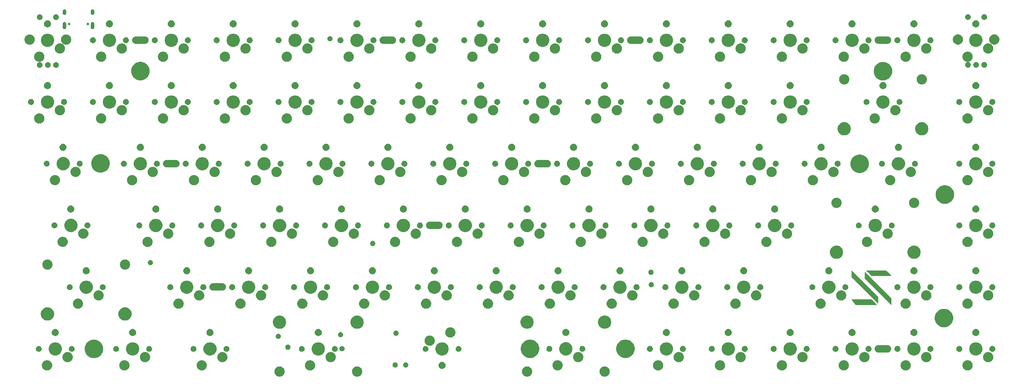
<source format=gbr>
G04 #@! TF.GenerationSoftware,KiCad,Pcbnew,(5.1.4)-1*
G04 #@! TF.CreationDate,2021-03-25T14:40:39-07:00*
G04 #@! TF.ProjectId,lux84,6c757838-342e-46b6-9963-61645f706362,rev?*
G04 #@! TF.SameCoordinates,Original*
G04 #@! TF.FileFunction,Soldermask,Top*
G04 #@! TF.FilePolarity,Negative*
%FSLAX46Y46*%
G04 Gerber Fmt 4.6, Leading zero omitted, Abs format (unit mm)*
G04 Created by KiCad (PCBNEW (5.1.4)-1) date 2021-03-25 14:40:39*
%MOMM*%
%LPD*%
G04 APERTURE LIST*
%ADD10C,0.010000*%
%ADD11C,0.100000*%
G04 APERTURE END LIST*
D10*
G36*
X325480450Y-177592400D02*
G01*
X326293175Y-178405200D01*
X319797354Y-178405200D01*
X319187600Y-177592400D01*
X318577845Y-176779600D01*
X324667724Y-176779600D01*
X325480450Y-177592400D01*
X325480450Y-177592400D01*
G37*
X325480450Y-177592400D02*
X326293175Y-178405200D01*
X319797354Y-178405200D01*
X319187600Y-177592400D01*
X318577845Y-176779600D01*
X324667724Y-176779600D01*
X325480450Y-177592400D01*
G36*
X326706076Y-172315631D02*
G01*
X330770153Y-176379708D01*
X330766901Y-177392463D01*
X330763650Y-178405217D01*
X326702825Y-174344376D01*
X322641999Y-170283535D01*
X322641999Y-169267545D01*
X322642000Y-168251554D01*
X326706076Y-172315631D01*
X326706076Y-172315631D01*
G37*
X326706076Y-172315631D02*
X330770153Y-176379708D01*
X330766901Y-177392463D01*
X330763650Y-178405217D01*
X326702825Y-174344376D01*
X322641999Y-170283535D01*
X322641999Y-169267545D01*
X322642000Y-168251554D01*
X326706076Y-172315631D01*
G36*
X322642076Y-171909231D02*
G01*
X326706153Y-175973308D01*
X326702901Y-176986063D01*
X326699650Y-177998817D01*
X322638824Y-173937976D01*
X318577999Y-169877135D01*
X318577999Y-168861145D01*
X318578000Y-167845154D01*
X322642076Y-171909231D01*
X322642076Y-171909231D01*
G37*
X322642076Y-171909231D02*
X326706153Y-175973308D01*
X326702901Y-176986063D01*
X326699650Y-177998817D01*
X322638824Y-173937976D01*
X318577999Y-169877135D01*
X318577999Y-168861145D01*
X318578000Y-167845154D01*
X322642076Y-171909231D01*
G36*
X329950850Y-168651600D02*
G01*
X330763575Y-169464400D01*
X324667575Y-169464400D01*
X323854850Y-168651600D01*
X323042124Y-167838800D01*
X329138124Y-167838800D01*
X329950850Y-168651600D01*
X329950850Y-168651600D01*
G37*
X329950850Y-168651600D02*
X330763575Y-169464400D01*
X324667575Y-169464400D01*
X323854850Y-168651600D01*
X323042124Y-167838800D01*
X329138124Y-167838800D01*
X329950850Y-168651600D01*
D11*
G36*
X166796153Y-197515718D02*
G01*
X167082748Y-197634429D01*
X167340678Y-197806773D01*
X167560027Y-198026122D01*
X167732371Y-198284052D01*
X167851082Y-198570647D01*
X167911600Y-198874895D01*
X167911600Y-199185105D01*
X167851082Y-199489353D01*
X167732371Y-199775948D01*
X167560027Y-200033878D01*
X167340678Y-200253227D01*
X167082748Y-200425571D01*
X166796153Y-200544282D01*
X166491905Y-200604800D01*
X166181695Y-200604800D01*
X165877447Y-200544282D01*
X165590852Y-200425571D01*
X165332922Y-200253227D01*
X165113573Y-200033878D01*
X164941229Y-199775948D01*
X164822518Y-199489353D01*
X164762000Y-199185105D01*
X164762000Y-198874895D01*
X164822518Y-198570647D01*
X164941229Y-198284052D01*
X165113573Y-198026122D01*
X165332922Y-197806773D01*
X165590852Y-197634429D01*
X165877447Y-197515718D01*
X166181695Y-197455200D01*
X166491905Y-197455200D01*
X166796153Y-197515718D01*
X166796153Y-197515718D01*
G37*
G36*
X142920153Y-197515718D02*
G01*
X143206748Y-197634429D01*
X143464678Y-197806773D01*
X143684027Y-198026122D01*
X143856371Y-198284052D01*
X143975082Y-198570647D01*
X144035600Y-198874895D01*
X144035600Y-199185105D01*
X143975082Y-199489353D01*
X143856371Y-199775948D01*
X143684027Y-200033878D01*
X143464678Y-200253227D01*
X143206748Y-200425571D01*
X142920153Y-200544282D01*
X142615905Y-200604800D01*
X142305695Y-200604800D01*
X142001447Y-200544282D01*
X141714852Y-200425571D01*
X141456922Y-200253227D01*
X141237573Y-200033878D01*
X141065229Y-199775948D01*
X140946518Y-199489353D01*
X140886000Y-199185105D01*
X140886000Y-198874895D01*
X140946518Y-198570647D01*
X141065229Y-198284052D01*
X141237573Y-198026122D01*
X141456922Y-197806773D01*
X141714852Y-197634429D01*
X142001447Y-197515718D01*
X142305695Y-197455200D01*
X142615905Y-197455200D01*
X142920153Y-197515718D01*
X142920153Y-197515718D01*
G37*
G36*
X243002453Y-197503018D02*
G01*
X243289048Y-197621729D01*
X243546978Y-197794073D01*
X243766327Y-198013422D01*
X243938671Y-198271352D01*
X244057382Y-198557947D01*
X244117900Y-198862195D01*
X244117900Y-199172405D01*
X244057382Y-199476653D01*
X243938671Y-199763248D01*
X243766327Y-200021178D01*
X243546978Y-200240527D01*
X243289048Y-200412871D01*
X243002453Y-200531582D01*
X242698205Y-200592100D01*
X242387995Y-200592100D01*
X242083747Y-200531582D01*
X241797152Y-200412871D01*
X241539222Y-200240527D01*
X241319873Y-200021178D01*
X241147529Y-199763248D01*
X241028818Y-199476653D01*
X240968300Y-199172405D01*
X240968300Y-198862195D01*
X241028818Y-198557947D01*
X241147529Y-198271352D01*
X241319873Y-198013422D01*
X241539222Y-197794073D01*
X241797152Y-197621729D01*
X242083747Y-197503018D01*
X242387995Y-197442500D01*
X242698205Y-197442500D01*
X243002453Y-197503018D01*
X243002453Y-197503018D01*
G37*
G36*
X219126453Y-197503018D02*
G01*
X219413048Y-197621729D01*
X219670978Y-197794073D01*
X219890327Y-198013422D01*
X220062671Y-198271352D01*
X220181382Y-198557947D01*
X220241900Y-198862195D01*
X220241900Y-199172405D01*
X220181382Y-199476653D01*
X220062671Y-199763248D01*
X219890327Y-200021178D01*
X219670978Y-200240527D01*
X219413048Y-200412871D01*
X219126453Y-200531582D01*
X218822205Y-200592100D01*
X218511995Y-200592100D01*
X218207747Y-200531582D01*
X217921152Y-200412871D01*
X217663222Y-200240527D01*
X217443873Y-200021178D01*
X217271529Y-199763248D01*
X217152818Y-199476653D01*
X217092300Y-199172405D01*
X217092300Y-198862195D01*
X217152818Y-198557947D01*
X217271529Y-198271352D01*
X217443873Y-198013422D01*
X217663222Y-197794073D01*
X217921152Y-197621729D01*
X218207747Y-197503018D01*
X218511995Y-197442500D01*
X218822205Y-197442500D01*
X219126453Y-197503018D01*
X219126453Y-197503018D01*
G37*
G36*
X354724353Y-195610718D02*
G01*
X355010948Y-195729429D01*
X355268878Y-195901773D01*
X355488227Y-196121122D01*
X355660571Y-196379052D01*
X355779282Y-196665647D01*
X355839800Y-196969895D01*
X355839800Y-197280105D01*
X355779282Y-197584353D01*
X355660571Y-197870948D01*
X355488227Y-198128878D01*
X355268878Y-198348227D01*
X355010948Y-198520571D01*
X354724353Y-198639282D01*
X354420105Y-198699800D01*
X354109895Y-198699800D01*
X353805647Y-198639282D01*
X353519052Y-198520571D01*
X353261122Y-198348227D01*
X353041773Y-198128878D01*
X352869429Y-197870948D01*
X352750718Y-197584353D01*
X352690200Y-197280105D01*
X352690200Y-196969895D01*
X352750718Y-196665647D01*
X352869429Y-196379052D01*
X353041773Y-196121122D01*
X353261122Y-195901773D01*
X353519052Y-195729429D01*
X353805647Y-195610718D01*
X354109895Y-195550200D01*
X354420105Y-195550200D01*
X354724353Y-195610718D01*
X354724353Y-195610718D01*
G37*
G36*
X118980653Y-195610718D02*
G01*
X119267248Y-195729429D01*
X119525178Y-195901773D01*
X119744527Y-196121122D01*
X119916871Y-196379052D01*
X120035582Y-196665647D01*
X120096100Y-196969895D01*
X120096100Y-197280105D01*
X120035582Y-197584353D01*
X119916871Y-197870948D01*
X119744527Y-198128878D01*
X119525178Y-198348227D01*
X119267248Y-198520571D01*
X118980653Y-198639282D01*
X118676405Y-198699800D01*
X118366195Y-198699800D01*
X118061947Y-198639282D01*
X117775352Y-198520571D01*
X117517422Y-198348227D01*
X117298073Y-198128878D01*
X117125729Y-197870948D01*
X117007018Y-197584353D01*
X116946500Y-197280105D01*
X116946500Y-196969895D01*
X117007018Y-196665647D01*
X117125729Y-196379052D01*
X117298073Y-196121122D01*
X117517422Y-195901773D01*
X117775352Y-195729429D01*
X118061947Y-195610718D01*
X118366195Y-195550200D01*
X118676405Y-195550200D01*
X118980653Y-195610718D01*
X118980653Y-195610718D01*
G37*
G36*
X71355603Y-195610718D02*
G01*
X71642198Y-195729429D01*
X71900128Y-195901773D01*
X72119477Y-196121122D01*
X72291821Y-196379052D01*
X72410532Y-196665647D01*
X72471050Y-196969895D01*
X72471050Y-197280105D01*
X72410532Y-197584353D01*
X72291821Y-197870948D01*
X72119477Y-198128878D01*
X71900128Y-198348227D01*
X71642198Y-198520571D01*
X71355603Y-198639282D01*
X71051355Y-198699800D01*
X70741145Y-198699800D01*
X70436897Y-198639282D01*
X70150302Y-198520571D01*
X69892372Y-198348227D01*
X69673023Y-198128878D01*
X69500679Y-197870948D01*
X69381968Y-197584353D01*
X69321450Y-197280105D01*
X69321450Y-196969895D01*
X69381968Y-196665647D01*
X69500679Y-196379052D01*
X69673023Y-196121122D01*
X69892372Y-195901773D01*
X70150302Y-195729429D01*
X70436897Y-195610718D01*
X70741145Y-195550200D01*
X71051355Y-195550200D01*
X71355603Y-195610718D01*
X71355603Y-195610718D01*
G37*
G36*
X95168153Y-195610718D02*
G01*
X95454748Y-195729429D01*
X95712678Y-195901773D01*
X95932027Y-196121122D01*
X96104371Y-196379052D01*
X96223082Y-196665647D01*
X96283600Y-196969895D01*
X96283600Y-197280105D01*
X96223082Y-197584353D01*
X96104371Y-197870948D01*
X95932027Y-198128878D01*
X95712678Y-198348227D01*
X95454748Y-198520571D01*
X95168153Y-198639282D01*
X94863905Y-198699800D01*
X94553695Y-198699800D01*
X94249447Y-198639282D01*
X93962852Y-198520571D01*
X93704922Y-198348227D01*
X93485573Y-198128878D01*
X93313229Y-197870948D01*
X93194518Y-197584353D01*
X93134000Y-197280105D01*
X93134000Y-196969895D01*
X93194518Y-196665647D01*
X93313229Y-196379052D01*
X93485573Y-196121122D01*
X93704922Y-195901773D01*
X93962852Y-195729429D01*
X94249447Y-195610718D01*
X94553695Y-195550200D01*
X94863905Y-195550200D01*
X95168153Y-195610718D01*
X95168153Y-195610718D01*
G37*
G36*
X259474353Y-195610718D02*
G01*
X259760948Y-195729429D01*
X260018878Y-195901773D01*
X260238227Y-196121122D01*
X260410571Y-196379052D01*
X260529282Y-196665647D01*
X260589800Y-196969895D01*
X260589800Y-197280105D01*
X260529282Y-197584353D01*
X260410571Y-197870948D01*
X260238227Y-198128878D01*
X260018878Y-198348227D01*
X259760948Y-198520571D01*
X259474353Y-198639282D01*
X259170105Y-198699800D01*
X258859895Y-198699800D01*
X258555647Y-198639282D01*
X258269052Y-198520571D01*
X258011122Y-198348227D01*
X257791773Y-198128878D01*
X257619429Y-197870948D01*
X257500718Y-197584353D01*
X257440200Y-197280105D01*
X257440200Y-196969895D01*
X257500718Y-196665647D01*
X257619429Y-196379052D01*
X257791773Y-196121122D01*
X258011122Y-195901773D01*
X258269052Y-195729429D01*
X258555647Y-195610718D01*
X258859895Y-195550200D01*
X259170105Y-195550200D01*
X259474353Y-195610718D01*
X259474353Y-195610718D01*
G37*
G36*
X278524353Y-195610718D02*
G01*
X278810948Y-195729429D01*
X279068878Y-195901773D01*
X279288227Y-196121122D01*
X279460571Y-196379052D01*
X279579282Y-196665647D01*
X279639800Y-196969895D01*
X279639800Y-197280105D01*
X279579282Y-197584353D01*
X279460571Y-197870948D01*
X279288227Y-198128878D01*
X279068878Y-198348227D01*
X278810948Y-198520571D01*
X278524353Y-198639282D01*
X278220105Y-198699800D01*
X277909895Y-198699800D01*
X277605647Y-198639282D01*
X277319052Y-198520571D01*
X277061122Y-198348227D01*
X276841773Y-198128878D01*
X276669429Y-197870948D01*
X276550718Y-197584353D01*
X276490200Y-197280105D01*
X276490200Y-196969895D01*
X276550718Y-196665647D01*
X276669429Y-196379052D01*
X276841773Y-196121122D01*
X277061122Y-195901773D01*
X277319052Y-195729429D01*
X277605647Y-195610718D01*
X277909895Y-195550200D01*
X278220105Y-195550200D01*
X278524353Y-195610718D01*
X278524353Y-195610718D01*
G37*
G36*
X297574353Y-195610718D02*
G01*
X297860948Y-195729429D01*
X298118878Y-195901773D01*
X298338227Y-196121122D01*
X298510571Y-196379052D01*
X298629282Y-196665647D01*
X298689800Y-196969895D01*
X298689800Y-197280105D01*
X298629282Y-197584353D01*
X298510571Y-197870948D01*
X298338227Y-198128878D01*
X298118878Y-198348227D01*
X297860948Y-198520571D01*
X297574353Y-198639282D01*
X297270105Y-198699800D01*
X296959895Y-198699800D01*
X296655647Y-198639282D01*
X296369052Y-198520571D01*
X296111122Y-198348227D01*
X295891773Y-198128878D01*
X295719429Y-197870948D01*
X295600718Y-197584353D01*
X295540200Y-197280105D01*
X295540200Y-196969895D01*
X295600718Y-196665647D01*
X295719429Y-196379052D01*
X295891773Y-196121122D01*
X296111122Y-195901773D01*
X296369052Y-195729429D01*
X296655647Y-195610718D01*
X296959895Y-195550200D01*
X297270105Y-195550200D01*
X297574353Y-195610718D01*
X297574353Y-195610718D01*
G37*
G36*
X316624353Y-195610718D02*
G01*
X316910948Y-195729429D01*
X317168878Y-195901773D01*
X317388227Y-196121122D01*
X317560571Y-196379052D01*
X317679282Y-196665647D01*
X317739800Y-196969895D01*
X317739800Y-197280105D01*
X317679282Y-197584353D01*
X317560571Y-197870948D01*
X317388227Y-198128878D01*
X317168878Y-198348227D01*
X316910948Y-198520571D01*
X316624353Y-198639282D01*
X316320105Y-198699800D01*
X316009895Y-198699800D01*
X315705647Y-198639282D01*
X315419052Y-198520571D01*
X315161122Y-198348227D01*
X314941773Y-198128878D01*
X314769429Y-197870948D01*
X314650718Y-197584353D01*
X314590200Y-197280105D01*
X314590200Y-196969895D01*
X314650718Y-196665647D01*
X314769429Y-196379052D01*
X314941773Y-196121122D01*
X315161122Y-195901773D01*
X315419052Y-195729429D01*
X315705647Y-195610718D01*
X316009895Y-195550200D01*
X316320105Y-195550200D01*
X316624353Y-195610718D01*
X316624353Y-195610718D01*
G37*
G36*
X335674353Y-195610718D02*
G01*
X335960948Y-195729429D01*
X336218878Y-195901773D01*
X336438227Y-196121122D01*
X336610571Y-196379052D01*
X336729282Y-196665647D01*
X336789800Y-196969895D01*
X336789800Y-197280105D01*
X336729282Y-197584353D01*
X336610571Y-197870948D01*
X336438227Y-198128878D01*
X336218878Y-198348227D01*
X335960948Y-198520571D01*
X335674353Y-198639282D01*
X335370105Y-198699800D01*
X335059895Y-198699800D01*
X334755647Y-198639282D01*
X334469052Y-198520571D01*
X334211122Y-198348227D01*
X333991773Y-198128878D01*
X333819429Y-197870948D01*
X333700718Y-197584353D01*
X333640200Y-197280105D01*
X333640200Y-196969895D01*
X333700718Y-196665647D01*
X333819429Y-196379052D01*
X333991773Y-196121122D01*
X334211122Y-195901773D01*
X334469052Y-195729429D01*
X334755647Y-195610718D01*
X335059895Y-195550200D01*
X335370105Y-195550200D01*
X335674353Y-195610718D01*
X335674353Y-195610718D01*
G37*
G36*
X152318153Y-195610718D02*
G01*
X152604748Y-195729429D01*
X152862678Y-195901773D01*
X153082027Y-196121122D01*
X153254371Y-196379052D01*
X153373082Y-196665647D01*
X153433600Y-196969895D01*
X153433600Y-197280105D01*
X153373082Y-197584353D01*
X153254371Y-197870948D01*
X153082027Y-198128878D01*
X152862678Y-198348227D01*
X152604748Y-198520571D01*
X152318153Y-198639282D01*
X152013905Y-198699800D01*
X151703695Y-198699800D01*
X151399447Y-198639282D01*
X151112852Y-198520571D01*
X150854922Y-198348227D01*
X150635573Y-198128878D01*
X150463229Y-197870948D01*
X150344518Y-197584353D01*
X150284000Y-197280105D01*
X150284000Y-196969895D01*
X150344518Y-196665647D01*
X150463229Y-196379052D01*
X150635573Y-196121122D01*
X150854922Y-195901773D01*
X151112852Y-195729429D01*
X151399447Y-195610718D01*
X151703695Y-195550200D01*
X152013905Y-195550200D01*
X152318153Y-195610718D01*
X152318153Y-195610718D01*
G37*
G36*
X228524453Y-195598018D02*
G01*
X228811048Y-195716729D01*
X229068978Y-195889073D01*
X229288327Y-196108422D01*
X229460671Y-196366352D01*
X229579382Y-196652947D01*
X229639900Y-196957195D01*
X229639900Y-197267405D01*
X229579382Y-197571653D01*
X229460671Y-197858248D01*
X229288327Y-198116178D01*
X229068978Y-198335527D01*
X228811048Y-198507871D01*
X228524453Y-198626582D01*
X228220205Y-198687100D01*
X227909995Y-198687100D01*
X227605747Y-198626582D01*
X227319152Y-198507871D01*
X227061222Y-198335527D01*
X226841873Y-198116178D01*
X226669529Y-197858248D01*
X226550818Y-197571653D01*
X226490300Y-197267405D01*
X226490300Y-196957195D01*
X226550818Y-196652947D01*
X226669529Y-196366352D01*
X226841873Y-196108422D01*
X227061222Y-195889073D01*
X227319152Y-195716729D01*
X227605747Y-195598018D01*
X227909995Y-195537500D01*
X228220205Y-195537500D01*
X228524453Y-195598018D01*
X228524453Y-195598018D01*
G37*
G36*
X192641581Y-196039764D02*
G01*
X192817583Y-196074772D01*
X193016351Y-196157105D01*
X193195237Y-196276633D01*
X193347367Y-196428763D01*
X193466895Y-196607649D01*
X193549228Y-196806417D01*
X193591200Y-197017428D01*
X193591200Y-197232572D01*
X193549228Y-197443583D01*
X193466895Y-197642351D01*
X193347367Y-197821237D01*
X193195237Y-197973367D01*
X193016351Y-198092895D01*
X192817583Y-198175228D01*
X192641581Y-198210236D01*
X192606573Y-198217200D01*
X192391427Y-198217200D01*
X192356419Y-198210236D01*
X192180417Y-198175228D01*
X191981649Y-198092895D01*
X191802763Y-197973367D01*
X191650633Y-197821237D01*
X191531105Y-197642351D01*
X191448772Y-197443583D01*
X191406800Y-197232572D01*
X191406800Y-197017428D01*
X191448772Y-196806417D01*
X191531105Y-196607649D01*
X191650633Y-196428763D01*
X191802763Y-196276633D01*
X191981649Y-196157105D01*
X192180417Y-196074772D01*
X192356419Y-196039764D01*
X192391427Y-196032800D01*
X192606573Y-196032800D01*
X192641581Y-196039764D01*
X192641581Y-196039764D01*
G37*
G36*
X181549985Y-196227974D02*
G01*
X181695722Y-196288339D01*
X181826882Y-196375978D01*
X181938422Y-196487518D01*
X182026061Y-196618678D01*
X182086426Y-196764415D01*
X182117200Y-196919128D01*
X182117200Y-197076872D01*
X182086426Y-197231585D01*
X182026061Y-197377322D01*
X181938422Y-197508482D01*
X181826882Y-197620022D01*
X181695722Y-197707661D01*
X181549985Y-197768026D01*
X181395272Y-197798800D01*
X181237528Y-197798800D01*
X181082815Y-197768026D01*
X180937078Y-197707661D01*
X180805918Y-197620022D01*
X180694378Y-197508482D01*
X180606739Y-197377322D01*
X180546374Y-197231585D01*
X180515600Y-197076872D01*
X180515600Y-196919128D01*
X180546374Y-196764415D01*
X180606739Y-196618678D01*
X180694378Y-196487518D01*
X180805918Y-196375978D01*
X180937078Y-196288339D01*
X181082815Y-196227974D01*
X181237528Y-196197200D01*
X181395272Y-196197200D01*
X181549985Y-196227974D01*
X181549985Y-196227974D01*
G37*
G36*
X178298785Y-196227974D02*
G01*
X178444522Y-196288339D01*
X178575682Y-196375978D01*
X178687222Y-196487518D01*
X178774861Y-196618678D01*
X178835226Y-196764415D01*
X178866000Y-196919128D01*
X178866000Y-197076872D01*
X178835226Y-197231585D01*
X178774861Y-197377322D01*
X178687222Y-197508482D01*
X178575682Y-197620022D01*
X178444522Y-197707661D01*
X178298785Y-197768026D01*
X178144072Y-197798800D01*
X177986328Y-197798800D01*
X177831615Y-197768026D01*
X177685878Y-197707661D01*
X177554718Y-197620022D01*
X177443178Y-197508482D01*
X177355539Y-197377322D01*
X177295174Y-197231585D01*
X177264400Y-197076872D01*
X177264400Y-196919128D01*
X177295174Y-196764415D01*
X177355539Y-196618678D01*
X177443178Y-196487518D01*
X177554718Y-196375978D01*
X177685878Y-196288339D01*
X177831615Y-196227974D01*
X177986328Y-196197200D01*
X178144072Y-196197200D01*
X178298785Y-196227974D01*
X178298785Y-196227974D01*
G37*
G36*
X284874353Y-193070718D02*
G01*
X285160948Y-193189429D01*
X285418878Y-193361773D01*
X285638227Y-193581122D01*
X285810571Y-193839052D01*
X285929282Y-194125647D01*
X285989800Y-194429895D01*
X285989800Y-194740105D01*
X285929282Y-195044353D01*
X285810571Y-195330948D01*
X285638227Y-195588878D01*
X285418878Y-195808227D01*
X285160948Y-195980571D01*
X284874353Y-196099282D01*
X284570105Y-196159800D01*
X284259895Y-196159800D01*
X283955647Y-196099282D01*
X283669052Y-195980571D01*
X283411122Y-195808227D01*
X283191773Y-195588878D01*
X283019429Y-195330948D01*
X282900718Y-195044353D01*
X282840200Y-194740105D01*
X282840200Y-194429895D01*
X282900718Y-194125647D01*
X283019429Y-193839052D01*
X283191773Y-193581122D01*
X283411122Y-193361773D01*
X283669052Y-193189429D01*
X283955647Y-193070718D01*
X284259895Y-193010200D01*
X284570105Y-193010200D01*
X284874353Y-193070718D01*
X284874353Y-193070718D01*
G37*
G36*
X265824353Y-193070718D02*
G01*
X266110948Y-193189429D01*
X266368878Y-193361773D01*
X266588227Y-193581122D01*
X266760571Y-193839052D01*
X266879282Y-194125647D01*
X266939800Y-194429895D01*
X266939800Y-194740105D01*
X266879282Y-195044353D01*
X266760571Y-195330948D01*
X266588227Y-195588878D01*
X266368878Y-195808227D01*
X266110948Y-195980571D01*
X265824353Y-196099282D01*
X265520105Y-196159800D01*
X265209895Y-196159800D01*
X264905647Y-196099282D01*
X264619052Y-195980571D01*
X264361122Y-195808227D01*
X264141773Y-195588878D01*
X263969429Y-195330948D01*
X263850718Y-195044353D01*
X263790200Y-194740105D01*
X263790200Y-194429895D01*
X263850718Y-194125647D01*
X263969429Y-193839052D01*
X264141773Y-193581122D01*
X264361122Y-193361773D01*
X264619052Y-193189429D01*
X264905647Y-193070718D01*
X265209895Y-193010200D01*
X265520105Y-193010200D01*
X265824353Y-193070718D01*
X265824353Y-193070718D01*
G37*
G36*
X158668153Y-193070718D02*
G01*
X158954748Y-193189429D01*
X159212678Y-193361773D01*
X159432027Y-193581122D01*
X159604371Y-193839052D01*
X159723082Y-194125647D01*
X159783600Y-194429895D01*
X159783600Y-194740105D01*
X159723082Y-195044353D01*
X159604371Y-195330948D01*
X159432027Y-195588878D01*
X159212678Y-195808227D01*
X158954748Y-195980571D01*
X158668153Y-196099282D01*
X158363905Y-196159800D01*
X158053695Y-196159800D01*
X157749447Y-196099282D01*
X157462852Y-195980571D01*
X157204922Y-195808227D01*
X156985573Y-195588878D01*
X156813229Y-195330948D01*
X156694518Y-195044353D01*
X156634000Y-194740105D01*
X156634000Y-194429895D01*
X156694518Y-194125647D01*
X156813229Y-193839052D01*
X156985573Y-193581122D01*
X157204922Y-193361773D01*
X157462852Y-193189429D01*
X157749447Y-193070718D01*
X158053695Y-193010200D01*
X158363905Y-193010200D01*
X158668153Y-193070718D01*
X158668153Y-193070718D01*
G37*
G36*
X322974353Y-193070718D02*
G01*
X323260948Y-193189429D01*
X323518878Y-193361773D01*
X323738227Y-193581122D01*
X323910571Y-193839052D01*
X324029282Y-194125647D01*
X324089800Y-194429895D01*
X324089800Y-194740105D01*
X324029282Y-195044353D01*
X323910571Y-195330948D01*
X323738227Y-195588878D01*
X323518878Y-195808227D01*
X323260948Y-195980571D01*
X322974353Y-196099282D01*
X322670105Y-196159800D01*
X322359895Y-196159800D01*
X322055647Y-196099282D01*
X321769052Y-195980571D01*
X321511122Y-195808227D01*
X321291773Y-195588878D01*
X321119429Y-195330948D01*
X321000718Y-195044353D01*
X320940200Y-194740105D01*
X320940200Y-194429895D01*
X321000718Y-194125647D01*
X321119429Y-193839052D01*
X321291773Y-193581122D01*
X321511122Y-193361773D01*
X321769052Y-193189429D01*
X322055647Y-193070718D01*
X322359895Y-193010200D01*
X322670105Y-193010200D01*
X322974353Y-193070718D01*
X322974353Y-193070718D01*
G37*
G36*
X342024353Y-193070718D02*
G01*
X342310948Y-193189429D01*
X342568878Y-193361773D01*
X342788227Y-193581122D01*
X342960571Y-193839052D01*
X343079282Y-194125647D01*
X343139800Y-194429895D01*
X343139800Y-194740105D01*
X343079282Y-195044353D01*
X342960571Y-195330948D01*
X342788227Y-195588878D01*
X342568878Y-195808227D01*
X342310948Y-195980571D01*
X342024353Y-196099282D01*
X341720105Y-196159800D01*
X341409895Y-196159800D01*
X341105647Y-196099282D01*
X340819052Y-195980571D01*
X340561122Y-195808227D01*
X340341773Y-195588878D01*
X340169429Y-195330948D01*
X340050718Y-195044353D01*
X339990200Y-194740105D01*
X339990200Y-194429895D01*
X340050718Y-194125647D01*
X340169429Y-193839052D01*
X340341773Y-193581122D01*
X340561122Y-193361773D01*
X340819052Y-193189429D01*
X341105647Y-193070718D01*
X341409895Y-193010200D01*
X341720105Y-193010200D01*
X342024353Y-193070718D01*
X342024353Y-193070718D01*
G37*
G36*
X125330653Y-193070718D02*
G01*
X125617248Y-193189429D01*
X125875178Y-193361773D01*
X126094527Y-193581122D01*
X126266871Y-193839052D01*
X126385582Y-194125647D01*
X126446100Y-194429895D01*
X126446100Y-194740105D01*
X126385582Y-195044353D01*
X126266871Y-195330948D01*
X126094527Y-195588878D01*
X125875178Y-195808227D01*
X125617248Y-195980571D01*
X125330653Y-196099282D01*
X125026405Y-196159800D01*
X124716195Y-196159800D01*
X124411947Y-196099282D01*
X124125352Y-195980571D01*
X123867422Y-195808227D01*
X123648073Y-195588878D01*
X123475729Y-195330948D01*
X123357018Y-195044353D01*
X123296500Y-194740105D01*
X123296500Y-194429895D01*
X123357018Y-194125647D01*
X123475729Y-193839052D01*
X123648073Y-193581122D01*
X123867422Y-193361773D01*
X124125352Y-193189429D01*
X124411947Y-193070718D01*
X124716195Y-193010200D01*
X125026405Y-193010200D01*
X125330653Y-193070718D01*
X125330653Y-193070718D01*
G37*
G36*
X361074353Y-193070718D02*
G01*
X361360948Y-193189429D01*
X361618878Y-193361773D01*
X361838227Y-193581122D01*
X362010571Y-193839052D01*
X362129282Y-194125647D01*
X362189800Y-194429895D01*
X362189800Y-194740105D01*
X362129282Y-195044353D01*
X362010571Y-195330948D01*
X361838227Y-195588878D01*
X361618878Y-195808227D01*
X361360948Y-195980571D01*
X361074353Y-196099282D01*
X360770105Y-196159800D01*
X360459895Y-196159800D01*
X360155647Y-196099282D01*
X359869052Y-195980571D01*
X359611122Y-195808227D01*
X359391773Y-195588878D01*
X359219429Y-195330948D01*
X359100718Y-195044353D01*
X359040200Y-194740105D01*
X359040200Y-194429895D01*
X359100718Y-194125647D01*
X359219429Y-193839052D01*
X359391773Y-193581122D01*
X359611122Y-193361773D01*
X359869052Y-193189429D01*
X360155647Y-193070718D01*
X360459895Y-193010200D01*
X360770105Y-193010200D01*
X361074353Y-193070718D01*
X361074353Y-193070718D01*
G37*
G36*
X101518153Y-193070718D02*
G01*
X101804748Y-193189429D01*
X102062678Y-193361773D01*
X102282027Y-193581122D01*
X102454371Y-193839052D01*
X102573082Y-194125647D01*
X102633600Y-194429895D01*
X102633600Y-194740105D01*
X102573082Y-195044353D01*
X102454371Y-195330948D01*
X102282027Y-195588878D01*
X102062678Y-195808227D01*
X101804748Y-195980571D01*
X101518153Y-196099282D01*
X101213905Y-196159800D01*
X100903695Y-196159800D01*
X100599447Y-196099282D01*
X100312852Y-195980571D01*
X100054922Y-195808227D01*
X99835573Y-195588878D01*
X99663229Y-195330948D01*
X99544518Y-195044353D01*
X99484000Y-194740105D01*
X99484000Y-194429895D01*
X99544518Y-194125647D01*
X99663229Y-193839052D01*
X99835573Y-193581122D01*
X100054922Y-193361773D01*
X100312852Y-193189429D01*
X100599447Y-193070718D01*
X100903695Y-193010200D01*
X101213905Y-193010200D01*
X101518153Y-193070718D01*
X101518153Y-193070718D01*
G37*
G36*
X77705603Y-193070718D02*
G01*
X77992198Y-193189429D01*
X78250128Y-193361773D01*
X78469477Y-193581122D01*
X78641821Y-193839052D01*
X78760532Y-194125647D01*
X78821050Y-194429895D01*
X78821050Y-194740105D01*
X78760532Y-195044353D01*
X78641821Y-195330948D01*
X78469477Y-195588878D01*
X78250128Y-195808227D01*
X77992198Y-195980571D01*
X77705603Y-196099282D01*
X77401355Y-196159800D01*
X77091145Y-196159800D01*
X76786897Y-196099282D01*
X76500302Y-195980571D01*
X76242372Y-195808227D01*
X76023023Y-195588878D01*
X75850679Y-195330948D01*
X75731968Y-195044353D01*
X75671450Y-194740105D01*
X75671450Y-194429895D01*
X75731968Y-194125647D01*
X75850679Y-193839052D01*
X76023023Y-193581122D01*
X76242372Y-193361773D01*
X76500302Y-193189429D01*
X76786897Y-193070718D01*
X77091145Y-193010200D01*
X77401355Y-193010200D01*
X77705603Y-193070718D01*
X77705603Y-193070718D01*
G37*
G36*
X303924353Y-193070718D02*
G01*
X304210948Y-193189429D01*
X304468878Y-193361773D01*
X304688227Y-193581122D01*
X304860571Y-193839052D01*
X304979282Y-194125647D01*
X305039800Y-194429895D01*
X305039800Y-194740105D01*
X304979282Y-195044353D01*
X304860571Y-195330948D01*
X304688227Y-195588878D01*
X304468878Y-195808227D01*
X304210948Y-195980571D01*
X303924353Y-196099282D01*
X303620105Y-196159800D01*
X303309895Y-196159800D01*
X303005647Y-196099282D01*
X302719052Y-195980571D01*
X302461122Y-195808227D01*
X302241773Y-195588878D01*
X302069429Y-195330948D01*
X301950718Y-195044353D01*
X301890200Y-194740105D01*
X301890200Y-194429895D01*
X301950718Y-194125647D01*
X302069429Y-193839052D01*
X302241773Y-193581122D01*
X302461122Y-193361773D01*
X302719052Y-193189429D01*
X303005647Y-193070718D01*
X303309895Y-193010200D01*
X303620105Y-193010200D01*
X303924353Y-193070718D01*
X303924353Y-193070718D01*
G37*
G36*
X234874453Y-193058018D02*
G01*
X235161048Y-193176729D01*
X235418978Y-193349073D01*
X235638327Y-193568422D01*
X235810671Y-193826352D01*
X235929382Y-194112947D01*
X235989900Y-194417195D01*
X235989900Y-194727405D01*
X235929382Y-195031653D01*
X235810671Y-195318248D01*
X235638327Y-195576178D01*
X235418978Y-195795527D01*
X235161048Y-195967871D01*
X234874453Y-196086582D01*
X234570205Y-196147100D01*
X234259995Y-196147100D01*
X233955747Y-196086582D01*
X233669152Y-195967871D01*
X233411222Y-195795527D01*
X233191873Y-195576178D01*
X233019529Y-195318248D01*
X232900818Y-195031653D01*
X232840300Y-194727405D01*
X232840300Y-194417195D01*
X232900818Y-194112947D01*
X233019529Y-193826352D01*
X233191873Y-193568422D01*
X233411222Y-193349073D01*
X233669152Y-193176729D01*
X233955747Y-193058018D01*
X234259995Y-192997500D01*
X234570205Y-192997500D01*
X234874453Y-193058018D01*
X234874453Y-193058018D01*
G37*
G36*
X86174048Y-189303754D02*
G01*
X86692861Y-189518653D01*
X87159781Y-189830640D01*
X87556860Y-190227719D01*
X87868847Y-190694639D01*
X88083746Y-191213452D01*
X88193300Y-191764220D01*
X88193300Y-192325780D01*
X88083746Y-192876548D01*
X87868847Y-193395361D01*
X87556860Y-193862281D01*
X87159781Y-194259360D01*
X86692861Y-194571347D01*
X86174048Y-194786246D01*
X85623280Y-194895800D01*
X85061720Y-194895800D01*
X84510952Y-194786246D01*
X83992139Y-194571347D01*
X83525219Y-194259360D01*
X83128140Y-193862281D01*
X82816153Y-193395361D01*
X82601254Y-192876548D01*
X82491700Y-192325780D01*
X82491700Y-191764220D01*
X82601254Y-191213452D01*
X82816153Y-190694639D01*
X83128140Y-190227719D01*
X83525219Y-189830640D01*
X83992139Y-189518653D01*
X84510952Y-189303754D01*
X85061720Y-189194200D01*
X85623280Y-189194200D01*
X86174048Y-189303754D01*
X86174048Y-189303754D01*
G37*
G36*
X249788148Y-189252954D02*
G01*
X250306961Y-189467853D01*
X250773881Y-189779840D01*
X251170960Y-190176919D01*
X251482947Y-190643839D01*
X251697846Y-191162652D01*
X251807400Y-191713420D01*
X251807400Y-192274980D01*
X251697846Y-192825748D01*
X251482947Y-193344561D01*
X251170960Y-193811481D01*
X250773881Y-194208560D01*
X250306961Y-194520547D01*
X249788148Y-194735446D01*
X249237380Y-194845000D01*
X248675820Y-194845000D01*
X248125052Y-194735446D01*
X247606239Y-194520547D01*
X247139319Y-194208560D01*
X246742240Y-193811481D01*
X246430253Y-193344561D01*
X246215354Y-192825748D01*
X246105800Y-192274980D01*
X246105800Y-191713420D01*
X246215354Y-191162652D01*
X246430253Y-190643839D01*
X246742240Y-190176919D01*
X247139319Y-189779840D01*
X247606239Y-189467853D01*
X248125052Y-189252954D01*
X248675820Y-189143400D01*
X249237380Y-189143400D01*
X249788148Y-189252954D01*
X249788148Y-189252954D01*
G37*
G36*
X220413048Y-189252954D02*
G01*
X220931861Y-189467853D01*
X221398781Y-189779840D01*
X221795860Y-190176919D01*
X222107847Y-190643839D01*
X222322746Y-191162652D01*
X222432300Y-191713420D01*
X222432300Y-192274980D01*
X222322746Y-192825748D01*
X222107847Y-193344561D01*
X221795860Y-193811481D01*
X221398781Y-194208560D01*
X220931861Y-194520547D01*
X220413048Y-194735446D01*
X219862280Y-194845000D01*
X219300720Y-194845000D01*
X218749952Y-194735446D01*
X218231139Y-194520547D01*
X217764219Y-194208560D01*
X217367140Y-193811481D01*
X217055153Y-193344561D01*
X216840254Y-192825748D01*
X216730700Y-192274980D01*
X216730700Y-191713420D01*
X216840254Y-191162652D01*
X217055153Y-190643839D01*
X217367140Y-190176919D01*
X217764219Y-189779840D01*
X218231139Y-189467853D01*
X218749952Y-189252954D01*
X219300720Y-189143400D01*
X219862280Y-189143400D01*
X220413048Y-189252954D01*
X220413048Y-189252954D01*
G37*
G36*
X262151417Y-190078877D02*
G01*
X262523529Y-190233010D01*
X262858422Y-190456779D01*
X263143221Y-190741578D01*
X263366990Y-191076471D01*
X263521123Y-191448583D01*
X263599700Y-191843614D01*
X263599700Y-192246386D01*
X263521123Y-192641417D01*
X263366990Y-193013529D01*
X263143221Y-193348422D01*
X262858422Y-193633221D01*
X262523529Y-193856990D01*
X262151417Y-194011123D01*
X261756386Y-194089700D01*
X261353614Y-194089700D01*
X260958583Y-194011123D01*
X260586471Y-193856990D01*
X260251578Y-193633221D01*
X259966779Y-193348422D01*
X259743010Y-193013529D01*
X259588877Y-192641417D01*
X259510300Y-192246386D01*
X259510300Y-191843614D01*
X259588877Y-191448583D01*
X259743010Y-191076471D01*
X259966779Y-190741578D01*
X260251578Y-190456779D01*
X260586471Y-190233010D01*
X260958583Y-190078877D01*
X261353614Y-190000300D01*
X261756386Y-190000300D01*
X262151417Y-190078877D01*
X262151417Y-190078877D01*
G37*
G36*
X281201417Y-190078877D02*
G01*
X281573529Y-190233010D01*
X281908422Y-190456779D01*
X282193221Y-190741578D01*
X282416990Y-191076471D01*
X282571123Y-191448583D01*
X282649700Y-191843614D01*
X282649700Y-192246386D01*
X282571123Y-192641417D01*
X282416990Y-193013529D01*
X282193221Y-193348422D01*
X281908422Y-193633221D01*
X281573529Y-193856990D01*
X281201417Y-194011123D01*
X280806386Y-194089700D01*
X280403614Y-194089700D01*
X280008583Y-194011123D01*
X279636471Y-193856990D01*
X279301578Y-193633221D01*
X279016779Y-193348422D01*
X278793010Y-193013529D01*
X278638877Y-192641417D01*
X278560300Y-192246386D01*
X278560300Y-191843614D01*
X278638877Y-191448583D01*
X278793010Y-191076471D01*
X279016779Y-190741578D01*
X279301578Y-190456779D01*
X279636471Y-190233010D01*
X280008583Y-190078877D01*
X280403614Y-190000300D01*
X280806386Y-190000300D01*
X281201417Y-190078877D01*
X281201417Y-190078877D01*
G37*
G36*
X121657717Y-190078877D02*
G01*
X122029829Y-190233010D01*
X122364722Y-190456779D01*
X122649521Y-190741578D01*
X122873290Y-191076471D01*
X123027423Y-191448583D01*
X123106000Y-191843614D01*
X123106000Y-192246386D01*
X123027423Y-192641417D01*
X122873290Y-193013529D01*
X122649521Y-193348422D01*
X122364722Y-193633221D01*
X122029829Y-193856990D01*
X121657717Y-194011123D01*
X121262686Y-194089700D01*
X120859914Y-194089700D01*
X120464883Y-194011123D01*
X120092771Y-193856990D01*
X119757878Y-193633221D01*
X119473079Y-193348422D01*
X119249310Y-193013529D01*
X119095177Y-192641417D01*
X119016600Y-192246386D01*
X119016600Y-191843614D01*
X119095177Y-191448583D01*
X119249310Y-191076471D01*
X119473079Y-190741578D01*
X119757878Y-190456779D01*
X120092771Y-190233010D01*
X120464883Y-190078877D01*
X120859914Y-190000300D01*
X121262686Y-190000300D01*
X121657717Y-190078877D01*
X121657717Y-190078877D01*
G37*
G36*
X300251417Y-190078877D02*
G01*
X300623529Y-190233010D01*
X300958422Y-190456779D01*
X301243221Y-190741578D01*
X301466990Y-191076471D01*
X301621123Y-191448583D01*
X301699700Y-191843614D01*
X301699700Y-192246386D01*
X301621123Y-192641417D01*
X301466990Y-193013529D01*
X301243221Y-193348422D01*
X300958422Y-193633221D01*
X300623529Y-193856990D01*
X300251417Y-194011123D01*
X299856386Y-194089700D01*
X299453614Y-194089700D01*
X299058583Y-194011123D01*
X298686471Y-193856990D01*
X298351578Y-193633221D01*
X298066779Y-193348422D01*
X297843010Y-193013529D01*
X297688877Y-192641417D01*
X297610300Y-192246386D01*
X297610300Y-191843614D01*
X297688877Y-191448583D01*
X297843010Y-191076471D01*
X298066779Y-190741578D01*
X298351578Y-190456779D01*
X298686471Y-190233010D01*
X299058583Y-190078877D01*
X299453614Y-190000300D01*
X299856386Y-190000300D01*
X300251417Y-190078877D01*
X300251417Y-190078877D01*
G37*
G36*
X319301417Y-190078877D02*
G01*
X319673529Y-190233010D01*
X320008422Y-190456779D01*
X320293221Y-190741578D01*
X320516990Y-191076471D01*
X320671123Y-191448583D01*
X320749700Y-191843614D01*
X320749700Y-192246386D01*
X320671123Y-192641417D01*
X320516990Y-193013529D01*
X320293221Y-193348422D01*
X320008422Y-193633221D01*
X319673529Y-193856990D01*
X319301417Y-194011123D01*
X318906386Y-194089700D01*
X318503614Y-194089700D01*
X318108583Y-194011123D01*
X317736471Y-193856990D01*
X317401578Y-193633221D01*
X317116779Y-193348422D01*
X316893010Y-193013529D01*
X316738877Y-192641417D01*
X316660300Y-192246386D01*
X316660300Y-191843614D01*
X316738877Y-191448583D01*
X316893010Y-191076471D01*
X317116779Y-190741578D01*
X317401578Y-190456779D01*
X317736471Y-190233010D01*
X318108583Y-190078877D01*
X318503614Y-190000300D01*
X318906386Y-190000300D01*
X319301417Y-190078877D01*
X319301417Y-190078877D01*
G37*
G36*
X193095417Y-190078877D02*
G01*
X193467529Y-190233010D01*
X193802422Y-190456779D01*
X194087221Y-190741578D01*
X194310990Y-191076471D01*
X194465123Y-191448583D01*
X194543700Y-191843614D01*
X194543700Y-192246386D01*
X194465123Y-192641417D01*
X194310990Y-193013529D01*
X194087221Y-193348422D01*
X193802422Y-193633221D01*
X193467529Y-193856990D01*
X193095417Y-194011123D01*
X192700386Y-194089700D01*
X192297614Y-194089700D01*
X191902583Y-194011123D01*
X191530471Y-193856990D01*
X191195578Y-193633221D01*
X190910779Y-193348422D01*
X190687010Y-193013529D01*
X190532877Y-192641417D01*
X190454300Y-192246386D01*
X190454300Y-191843614D01*
X190532877Y-191448583D01*
X190687010Y-191076471D01*
X190910779Y-190741578D01*
X191195578Y-190456779D01*
X191530471Y-190233010D01*
X191902583Y-190078877D01*
X192297614Y-190000300D01*
X192700386Y-190000300D01*
X193095417Y-190078877D01*
X193095417Y-190078877D01*
G37*
G36*
X74032667Y-190078877D02*
G01*
X74404779Y-190233010D01*
X74739672Y-190456779D01*
X75024471Y-190741578D01*
X75248240Y-191076471D01*
X75402373Y-191448583D01*
X75480950Y-191843614D01*
X75480950Y-192246386D01*
X75402373Y-192641417D01*
X75248240Y-193013529D01*
X75024471Y-193348422D01*
X74739672Y-193633221D01*
X74404779Y-193856990D01*
X74032667Y-194011123D01*
X73637636Y-194089700D01*
X73234864Y-194089700D01*
X72839833Y-194011123D01*
X72467721Y-193856990D01*
X72132828Y-193633221D01*
X71848029Y-193348422D01*
X71624260Y-193013529D01*
X71470127Y-192641417D01*
X71391550Y-192246386D01*
X71391550Y-191843614D01*
X71470127Y-191448583D01*
X71624260Y-191076471D01*
X71848029Y-190741578D01*
X72132828Y-190456779D01*
X72467721Y-190233010D01*
X72839833Y-190078877D01*
X73234864Y-190000300D01*
X73637636Y-190000300D01*
X74032667Y-190078877D01*
X74032667Y-190078877D01*
G37*
G36*
X338351417Y-190078877D02*
G01*
X338723529Y-190233010D01*
X339058422Y-190456779D01*
X339343221Y-190741578D01*
X339566990Y-191076471D01*
X339721123Y-191448583D01*
X339799700Y-191843614D01*
X339799700Y-192246386D01*
X339721123Y-192641417D01*
X339566990Y-193013529D01*
X339343221Y-193348422D01*
X339058422Y-193633221D01*
X338723529Y-193856990D01*
X338351417Y-194011123D01*
X337956386Y-194089700D01*
X337553614Y-194089700D01*
X337158583Y-194011123D01*
X336786471Y-193856990D01*
X336451578Y-193633221D01*
X336166779Y-193348422D01*
X335943010Y-193013529D01*
X335788877Y-192641417D01*
X335710300Y-192246386D01*
X335710300Y-191843614D01*
X335788877Y-191448583D01*
X335943010Y-191076471D01*
X336166779Y-190741578D01*
X336451578Y-190456779D01*
X336786471Y-190233010D01*
X337158583Y-190078877D01*
X337553614Y-190000300D01*
X337956386Y-190000300D01*
X338351417Y-190078877D01*
X338351417Y-190078877D01*
G37*
G36*
X154995217Y-190078877D02*
G01*
X155367329Y-190233010D01*
X155702222Y-190456779D01*
X155987021Y-190741578D01*
X156210790Y-191076471D01*
X156364923Y-191448583D01*
X156443500Y-191843614D01*
X156443500Y-192246386D01*
X156364923Y-192641417D01*
X156210790Y-193013529D01*
X155987021Y-193348422D01*
X155702222Y-193633221D01*
X155367329Y-193856990D01*
X154995217Y-194011123D01*
X154600186Y-194089700D01*
X154197414Y-194089700D01*
X153802383Y-194011123D01*
X153430271Y-193856990D01*
X153095378Y-193633221D01*
X152810579Y-193348422D01*
X152586810Y-193013529D01*
X152432677Y-192641417D01*
X152354100Y-192246386D01*
X152354100Y-191843614D01*
X152432677Y-191448583D01*
X152586810Y-191076471D01*
X152810579Y-190741578D01*
X153095378Y-190456779D01*
X153430271Y-190233010D01*
X153802383Y-190078877D01*
X154197414Y-190000300D01*
X154600186Y-190000300D01*
X154995217Y-190078877D01*
X154995217Y-190078877D01*
G37*
G36*
X357401417Y-190078877D02*
G01*
X357773529Y-190233010D01*
X358108422Y-190456779D01*
X358393221Y-190741578D01*
X358616990Y-191076471D01*
X358771123Y-191448583D01*
X358849700Y-191843614D01*
X358849700Y-192246386D01*
X358771123Y-192641417D01*
X358616990Y-193013529D01*
X358393221Y-193348422D01*
X358108422Y-193633221D01*
X357773529Y-193856990D01*
X357401417Y-194011123D01*
X357006386Y-194089700D01*
X356603614Y-194089700D01*
X356208583Y-194011123D01*
X355836471Y-193856990D01*
X355501578Y-193633221D01*
X355216779Y-193348422D01*
X354993010Y-193013529D01*
X354838877Y-192641417D01*
X354760300Y-192246386D01*
X354760300Y-191843614D01*
X354838877Y-191448583D01*
X354993010Y-191076471D01*
X355216779Y-190741578D01*
X355501578Y-190456779D01*
X355836471Y-190233010D01*
X356208583Y-190078877D01*
X356603614Y-190000300D01*
X357006386Y-190000300D01*
X357401417Y-190078877D01*
X357401417Y-190078877D01*
G37*
G36*
X97845217Y-190078877D02*
G01*
X98217329Y-190233010D01*
X98552222Y-190456779D01*
X98837021Y-190741578D01*
X99060790Y-191076471D01*
X99214923Y-191448583D01*
X99293500Y-191843614D01*
X99293500Y-192246386D01*
X99214923Y-192641417D01*
X99060790Y-193013529D01*
X98837021Y-193348422D01*
X98552222Y-193633221D01*
X98217329Y-193856990D01*
X97845217Y-194011123D01*
X97450186Y-194089700D01*
X97047414Y-194089700D01*
X96652383Y-194011123D01*
X96280271Y-193856990D01*
X95945378Y-193633221D01*
X95660579Y-193348422D01*
X95436810Y-193013529D01*
X95282677Y-192641417D01*
X95204100Y-192246386D01*
X95204100Y-191843614D01*
X95282677Y-191448583D01*
X95436810Y-191076471D01*
X95660579Y-190741578D01*
X95945378Y-190456779D01*
X96280271Y-190233010D01*
X96652383Y-190078877D01*
X97047414Y-190000300D01*
X97450186Y-190000300D01*
X97845217Y-190078877D01*
X97845217Y-190078877D01*
G37*
G36*
X231201517Y-190066177D02*
G01*
X231573629Y-190220310D01*
X231908522Y-190444079D01*
X232193321Y-190728878D01*
X232417090Y-191063771D01*
X232571223Y-191435883D01*
X232649800Y-191830914D01*
X232649800Y-192233686D01*
X232571223Y-192628717D01*
X232417090Y-193000829D01*
X232193321Y-193335722D01*
X231908522Y-193620521D01*
X231573629Y-193844290D01*
X231201517Y-193998423D01*
X230806486Y-194077000D01*
X230403714Y-194077000D01*
X230008683Y-193998423D01*
X229636571Y-193844290D01*
X229301678Y-193620521D01*
X229016879Y-193335722D01*
X228793110Y-193000829D01*
X228638977Y-192628717D01*
X228560400Y-192233686D01*
X228560400Y-191830914D01*
X228638977Y-191435883D01*
X228793110Y-191063771D01*
X229016879Y-190728878D01*
X229301678Y-190444079D01*
X229636571Y-190220310D01*
X230008683Y-190066177D01*
X230403714Y-189987600D01*
X230806486Y-189987600D01*
X231201517Y-190066177D01*
X231201517Y-190066177D01*
G37*
G36*
X329862024Y-190867935D02*
G01*
X329862027Y-190867936D01*
X329862028Y-190867936D01*
X330077446Y-190933282D01*
X330275977Y-191039399D01*
X330449991Y-191182209D01*
X330592801Y-191356223D01*
X330698918Y-191554754D01*
X330763995Y-191769284D01*
X330764265Y-191770176D01*
X330786330Y-191994200D01*
X330764265Y-192218224D01*
X330764264Y-192218227D01*
X330764264Y-192218228D01*
X330698918Y-192433646D01*
X330592801Y-192632177D01*
X330449991Y-192806191D01*
X330275977Y-192949001D01*
X330077446Y-193055118D01*
X329862028Y-193120464D01*
X329862027Y-193120464D01*
X329862024Y-193120465D01*
X329694142Y-193137000D01*
X326765858Y-193137000D01*
X326597976Y-193120465D01*
X326597973Y-193120464D01*
X326597972Y-193120464D01*
X326382554Y-193055118D01*
X326184023Y-192949001D01*
X326010009Y-192806191D01*
X325867199Y-192632177D01*
X325761082Y-192433646D01*
X325695736Y-192218228D01*
X325695736Y-192218227D01*
X325695735Y-192218224D01*
X325673670Y-191994200D01*
X325695735Y-191770176D01*
X325696006Y-191769284D01*
X325761082Y-191554754D01*
X325867199Y-191356223D01*
X326010009Y-191182209D01*
X326184023Y-191039399D01*
X326382554Y-190933282D01*
X326597972Y-190867936D01*
X326597973Y-190867936D01*
X326597976Y-190867935D01*
X326765858Y-190851400D01*
X329694142Y-190851400D01*
X329862024Y-190867935D01*
X329862024Y-190867935D01*
G37*
G36*
X362033495Y-191130600D02*
G01*
X362155046Y-191154778D01*
X362323531Y-191224566D01*
X362475163Y-191325884D01*
X362604116Y-191454837D01*
X362705434Y-191606469D01*
X362710163Y-191617887D01*
X362775222Y-191774954D01*
X362810800Y-191953816D01*
X362810800Y-192136184D01*
X362788879Y-192246386D01*
X362775222Y-192315046D01*
X362705434Y-192483531D01*
X362604116Y-192635163D01*
X362475163Y-192764116D01*
X362323531Y-192865434D01*
X362157996Y-192934000D01*
X362155046Y-192935222D01*
X361976184Y-192970800D01*
X361793816Y-192970800D01*
X361614954Y-192935222D01*
X361612004Y-192934000D01*
X361446469Y-192865434D01*
X361294837Y-192764116D01*
X361165884Y-192635163D01*
X361064566Y-192483531D01*
X360994778Y-192315046D01*
X360981121Y-192246386D01*
X360959200Y-192136184D01*
X360959200Y-191953816D01*
X360994778Y-191774954D01*
X361059837Y-191617887D01*
X361064566Y-191606469D01*
X361165884Y-191454837D01*
X361294837Y-191325884D01*
X361446469Y-191224566D01*
X361614954Y-191154778D01*
X361736505Y-191130600D01*
X361793816Y-191119200D01*
X361976184Y-191119200D01*
X362033495Y-191130600D01*
X362033495Y-191130600D01*
G37*
G36*
X351873495Y-191130600D02*
G01*
X351995046Y-191154778D01*
X352163531Y-191224566D01*
X352315163Y-191325884D01*
X352444116Y-191454837D01*
X352545434Y-191606469D01*
X352550163Y-191617887D01*
X352615222Y-191774954D01*
X352650800Y-191953816D01*
X352650800Y-192136184D01*
X352628879Y-192246386D01*
X352615222Y-192315046D01*
X352545434Y-192483531D01*
X352444116Y-192635163D01*
X352315163Y-192764116D01*
X352163531Y-192865434D01*
X351997996Y-192934000D01*
X351995046Y-192935222D01*
X351816184Y-192970800D01*
X351633816Y-192970800D01*
X351454954Y-192935222D01*
X351452004Y-192934000D01*
X351286469Y-192865434D01*
X351134837Y-192764116D01*
X351005884Y-192635163D01*
X350904566Y-192483531D01*
X350834778Y-192315046D01*
X350821121Y-192246386D01*
X350799200Y-192136184D01*
X350799200Y-191953816D01*
X350834778Y-191774954D01*
X350899837Y-191617887D01*
X350904566Y-191606469D01*
X351005884Y-191454837D01*
X351134837Y-191325884D01*
X351286469Y-191224566D01*
X351454954Y-191154778D01*
X351576505Y-191130600D01*
X351633816Y-191119200D01*
X351816184Y-191119200D01*
X351873495Y-191130600D01*
X351873495Y-191130600D01*
G37*
G36*
X342983495Y-191130600D02*
G01*
X343105046Y-191154778D01*
X343273531Y-191224566D01*
X343425163Y-191325884D01*
X343554116Y-191454837D01*
X343655434Y-191606469D01*
X343660163Y-191617887D01*
X343725222Y-191774954D01*
X343760800Y-191953816D01*
X343760800Y-192136184D01*
X343738879Y-192246386D01*
X343725222Y-192315046D01*
X343655434Y-192483531D01*
X343554116Y-192635163D01*
X343425163Y-192764116D01*
X343273531Y-192865434D01*
X343107996Y-192934000D01*
X343105046Y-192935222D01*
X342926184Y-192970800D01*
X342743816Y-192970800D01*
X342564954Y-192935222D01*
X342562004Y-192934000D01*
X342396469Y-192865434D01*
X342244837Y-192764116D01*
X342115884Y-192635163D01*
X342014566Y-192483531D01*
X341944778Y-192315046D01*
X341931121Y-192246386D01*
X341909200Y-192136184D01*
X341909200Y-191953816D01*
X341944778Y-191774954D01*
X342009837Y-191617887D01*
X342014566Y-191606469D01*
X342115884Y-191454837D01*
X342244837Y-191325884D01*
X342396469Y-191224566D01*
X342564954Y-191154778D01*
X342686505Y-191130600D01*
X342743816Y-191119200D01*
X342926184Y-191119200D01*
X342983495Y-191130600D01*
X342983495Y-191130600D01*
G37*
G36*
X294723495Y-191130600D02*
G01*
X294845046Y-191154778D01*
X295013531Y-191224566D01*
X295165163Y-191325884D01*
X295294116Y-191454837D01*
X295395434Y-191606469D01*
X295400163Y-191617887D01*
X295465222Y-191774954D01*
X295500800Y-191953816D01*
X295500800Y-192136184D01*
X295478879Y-192246386D01*
X295465222Y-192315046D01*
X295395434Y-192483531D01*
X295294116Y-192635163D01*
X295165163Y-192764116D01*
X295013531Y-192865434D01*
X294847996Y-192934000D01*
X294845046Y-192935222D01*
X294666184Y-192970800D01*
X294483816Y-192970800D01*
X294304954Y-192935222D01*
X294302004Y-192934000D01*
X294136469Y-192865434D01*
X293984837Y-192764116D01*
X293855884Y-192635163D01*
X293754566Y-192483531D01*
X293684778Y-192315046D01*
X293671121Y-192246386D01*
X293649200Y-192136184D01*
X293649200Y-191953816D01*
X293684778Y-191774954D01*
X293749837Y-191617887D01*
X293754566Y-191606469D01*
X293855884Y-191454837D01*
X293984837Y-191325884D01*
X294136469Y-191224566D01*
X294304954Y-191154778D01*
X294426505Y-191130600D01*
X294483816Y-191119200D01*
X294666184Y-191119200D01*
X294723495Y-191130600D01*
X294723495Y-191130600D01*
G37*
G36*
X332823495Y-191130600D02*
G01*
X332945046Y-191154778D01*
X333113531Y-191224566D01*
X333265163Y-191325884D01*
X333394116Y-191454837D01*
X333495434Y-191606469D01*
X333500163Y-191617887D01*
X333565222Y-191774954D01*
X333600800Y-191953816D01*
X333600800Y-192136184D01*
X333578879Y-192246386D01*
X333565222Y-192315046D01*
X333495434Y-192483531D01*
X333394116Y-192635163D01*
X333265163Y-192764116D01*
X333113531Y-192865434D01*
X332947996Y-192934000D01*
X332945046Y-192935222D01*
X332766184Y-192970800D01*
X332583816Y-192970800D01*
X332404954Y-192935222D01*
X332402004Y-192934000D01*
X332236469Y-192865434D01*
X332084837Y-192764116D01*
X331955884Y-192635163D01*
X331854566Y-192483531D01*
X331784778Y-192315046D01*
X331771121Y-192246386D01*
X331749200Y-192136184D01*
X331749200Y-191953816D01*
X331784778Y-191774954D01*
X331849837Y-191617887D01*
X331854566Y-191606469D01*
X331955884Y-191454837D01*
X332084837Y-191325884D01*
X332236469Y-191224566D01*
X332404954Y-191154778D01*
X332526505Y-191130600D01*
X332583816Y-191119200D01*
X332766184Y-191119200D01*
X332823495Y-191130600D01*
X332823495Y-191130600D01*
G37*
G36*
X275673495Y-191130600D02*
G01*
X275795046Y-191154778D01*
X275963531Y-191224566D01*
X276115163Y-191325884D01*
X276244116Y-191454837D01*
X276345434Y-191606469D01*
X276350163Y-191617887D01*
X276415222Y-191774954D01*
X276450800Y-191953816D01*
X276450800Y-192136184D01*
X276428879Y-192246386D01*
X276415222Y-192315046D01*
X276345434Y-192483531D01*
X276244116Y-192635163D01*
X276115163Y-192764116D01*
X275963531Y-192865434D01*
X275797996Y-192934000D01*
X275795046Y-192935222D01*
X275616184Y-192970800D01*
X275433816Y-192970800D01*
X275254954Y-192935222D01*
X275252004Y-192934000D01*
X275086469Y-192865434D01*
X274934837Y-192764116D01*
X274805884Y-192635163D01*
X274704566Y-192483531D01*
X274634778Y-192315046D01*
X274621121Y-192246386D01*
X274599200Y-192136184D01*
X274599200Y-191953816D01*
X274634778Y-191774954D01*
X274699837Y-191617887D01*
X274704566Y-191606469D01*
X274805884Y-191454837D01*
X274934837Y-191325884D01*
X275086469Y-191224566D01*
X275254954Y-191154778D01*
X275376505Y-191130600D01*
X275433816Y-191119200D01*
X275616184Y-191119200D01*
X275673495Y-191130600D01*
X275673495Y-191130600D01*
G37*
G36*
X323933495Y-191130600D02*
G01*
X324055046Y-191154778D01*
X324223531Y-191224566D01*
X324375163Y-191325884D01*
X324504116Y-191454837D01*
X324605434Y-191606469D01*
X324610163Y-191617887D01*
X324675222Y-191774954D01*
X324710800Y-191953816D01*
X324710800Y-192136184D01*
X324688879Y-192246386D01*
X324675222Y-192315046D01*
X324605434Y-192483531D01*
X324504116Y-192635163D01*
X324375163Y-192764116D01*
X324223531Y-192865434D01*
X324057996Y-192934000D01*
X324055046Y-192935222D01*
X323876184Y-192970800D01*
X323693816Y-192970800D01*
X323514954Y-192935222D01*
X323512004Y-192934000D01*
X323346469Y-192865434D01*
X323194837Y-192764116D01*
X323065884Y-192635163D01*
X322964566Y-192483531D01*
X322894778Y-192315046D01*
X322881121Y-192246386D01*
X322859200Y-192136184D01*
X322859200Y-191953816D01*
X322894778Y-191774954D01*
X322959837Y-191617887D01*
X322964566Y-191606469D01*
X323065884Y-191454837D01*
X323194837Y-191325884D01*
X323346469Y-191224566D01*
X323514954Y-191154778D01*
X323636505Y-191130600D01*
X323693816Y-191119200D01*
X323876184Y-191119200D01*
X323933495Y-191130600D01*
X323933495Y-191130600D01*
G37*
G36*
X304883495Y-191130600D02*
G01*
X305005046Y-191154778D01*
X305173531Y-191224566D01*
X305325163Y-191325884D01*
X305454116Y-191454837D01*
X305555434Y-191606469D01*
X305560163Y-191617887D01*
X305625222Y-191774954D01*
X305660800Y-191953816D01*
X305660800Y-192136184D01*
X305638879Y-192246386D01*
X305625222Y-192315046D01*
X305555434Y-192483531D01*
X305454116Y-192635163D01*
X305325163Y-192764116D01*
X305173531Y-192865434D01*
X305007996Y-192934000D01*
X305005046Y-192935222D01*
X304826184Y-192970800D01*
X304643816Y-192970800D01*
X304464954Y-192935222D01*
X304462004Y-192934000D01*
X304296469Y-192865434D01*
X304144837Y-192764116D01*
X304015884Y-192635163D01*
X303914566Y-192483531D01*
X303844778Y-192315046D01*
X303831121Y-192246386D01*
X303809200Y-192136184D01*
X303809200Y-191953816D01*
X303844778Y-191774954D01*
X303909837Y-191617887D01*
X303914566Y-191606469D01*
X304015884Y-191454837D01*
X304144837Y-191325884D01*
X304296469Y-191224566D01*
X304464954Y-191154778D01*
X304586505Y-191130600D01*
X304643816Y-191119200D01*
X304826184Y-191119200D01*
X304883495Y-191130600D01*
X304883495Y-191130600D01*
G37*
G36*
X256623495Y-191130600D02*
G01*
X256745046Y-191154778D01*
X256913531Y-191224566D01*
X257065163Y-191325884D01*
X257194116Y-191454837D01*
X257295434Y-191606469D01*
X257300163Y-191617887D01*
X257365222Y-191774954D01*
X257400800Y-191953816D01*
X257400800Y-192136184D01*
X257378879Y-192246386D01*
X257365222Y-192315046D01*
X257295434Y-192483531D01*
X257194116Y-192635163D01*
X257065163Y-192764116D01*
X256913531Y-192865434D01*
X256747996Y-192934000D01*
X256745046Y-192935222D01*
X256566184Y-192970800D01*
X256383816Y-192970800D01*
X256204954Y-192935222D01*
X256202004Y-192934000D01*
X256036469Y-192865434D01*
X255884837Y-192764116D01*
X255755884Y-192635163D01*
X255654566Y-192483531D01*
X255584778Y-192315046D01*
X255571121Y-192246386D01*
X255549200Y-192136184D01*
X255549200Y-191953816D01*
X255584778Y-191774954D01*
X255649837Y-191617887D01*
X255654566Y-191606469D01*
X255755884Y-191454837D01*
X255884837Y-191325884D01*
X256036469Y-191224566D01*
X256204954Y-191154778D01*
X256326505Y-191130600D01*
X256383816Y-191119200D01*
X256566184Y-191119200D01*
X256623495Y-191130600D01*
X256623495Y-191130600D01*
G37*
G36*
X313773495Y-191130600D02*
G01*
X313895046Y-191154778D01*
X314063531Y-191224566D01*
X314215163Y-191325884D01*
X314344116Y-191454837D01*
X314445434Y-191606469D01*
X314450163Y-191617887D01*
X314515222Y-191774954D01*
X314550800Y-191953816D01*
X314550800Y-192136184D01*
X314528879Y-192246386D01*
X314515222Y-192315046D01*
X314445434Y-192483531D01*
X314344116Y-192635163D01*
X314215163Y-192764116D01*
X314063531Y-192865434D01*
X313897996Y-192934000D01*
X313895046Y-192935222D01*
X313716184Y-192970800D01*
X313533816Y-192970800D01*
X313354954Y-192935222D01*
X313352004Y-192934000D01*
X313186469Y-192865434D01*
X313034837Y-192764116D01*
X312905884Y-192635163D01*
X312804566Y-192483531D01*
X312734778Y-192315046D01*
X312721121Y-192246386D01*
X312699200Y-192136184D01*
X312699200Y-191953816D01*
X312734778Y-191774954D01*
X312799837Y-191617887D01*
X312804566Y-191606469D01*
X312905884Y-191454837D01*
X313034837Y-191325884D01*
X313186469Y-191224566D01*
X313354954Y-191154778D01*
X313476505Y-191130600D01*
X313533816Y-191119200D01*
X313716184Y-191119200D01*
X313773495Y-191130600D01*
X313773495Y-191130600D01*
G37*
G36*
X266783495Y-191130600D02*
G01*
X266905046Y-191154778D01*
X267073531Y-191224566D01*
X267225163Y-191325884D01*
X267354116Y-191454837D01*
X267455434Y-191606469D01*
X267460163Y-191617887D01*
X267525222Y-191774954D01*
X267560800Y-191953816D01*
X267560800Y-192136184D01*
X267538879Y-192246386D01*
X267525222Y-192315046D01*
X267455434Y-192483531D01*
X267354116Y-192635163D01*
X267225163Y-192764116D01*
X267073531Y-192865434D01*
X266907996Y-192934000D01*
X266905046Y-192935222D01*
X266726184Y-192970800D01*
X266543816Y-192970800D01*
X266364954Y-192935222D01*
X266362004Y-192934000D01*
X266196469Y-192865434D01*
X266044837Y-192764116D01*
X265915884Y-192635163D01*
X265814566Y-192483531D01*
X265744778Y-192315046D01*
X265731121Y-192246386D01*
X265709200Y-192136184D01*
X265709200Y-191953816D01*
X265744778Y-191774954D01*
X265809837Y-191617887D01*
X265814566Y-191606469D01*
X265915884Y-191454837D01*
X266044837Y-191325884D01*
X266196469Y-191224566D01*
X266364954Y-191154778D01*
X266486505Y-191130600D01*
X266543816Y-191119200D01*
X266726184Y-191119200D01*
X266783495Y-191130600D01*
X266783495Y-191130600D01*
G37*
G36*
X285833495Y-191130600D02*
G01*
X285955046Y-191154778D01*
X286123531Y-191224566D01*
X286275163Y-191325884D01*
X286404116Y-191454837D01*
X286505434Y-191606469D01*
X286510163Y-191617887D01*
X286575222Y-191774954D01*
X286610800Y-191953816D01*
X286610800Y-192136184D01*
X286588879Y-192246386D01*
X286575222Y-192315046D01*
X286505434Y-192483531D01*
X286404116Y-192635163D01*
X286275163Y-192764116D01*
X286123531Y-192865434D01*
X285957996Y-192934000D01*
X285955046Y-192935222D01*
X285776184Y-192970800D01*
X285593816Y-192970800D01*
X285414954Y-192935222D01*
X285412004Y-192934000D01*
X285246469Y-192865434D01*
X285094837Y-192764116D01*
X284965884Y-192635163D01*
X284864566Y-192483531D01*
X284794778Y-192315046D01*
X284781121Y-192246386D01*
X284759200Y-192136184D01*
X284759200Y-191953816D01*
X284794778Y-191774954D01*
X284859837Y-191617887D01*
X284864566Y-191606469D01*
X284965884Y-191454837D01*
X285094837Y-191325884D01*
X285246469Y-191224566D01*
X285414954Y-191154778D01*
X285536505Y-191130600D01*
X285593816Y-191119200D01*
X285776184Y-191119200D01*
X285833495Y-191130600D01*
X285833495Y-191130600D01*
G37*
G36*
X102591817Y-191177952D02*
G01*
X102755913Y-191245922D01*
X102803943Y-191278015D01*
X102884598Y-191331907D01*
X102903604Y-191344607D01*
X103029193Y-191470196D01*
X103127878Y-191617887D01*
X103195848Y-191781983D01*
X103230500Y-191956190D01*
X103230500Y-192133810D01*
X103195848Y-192308017D01*
X103127878Y-192472113D01*
X103029193Y-192619804D01*
X102903604Y-192745393D01*
X102903601Y-192745395D01*
X102903600Y-192745396D01*
X102867376Y-192769600D01*
X102755913Y-192844078D01*
X102591817Y-192912048D01*
X102417610Y-192946700D01*
X102239990Y-192946700D01*
X102065783Y-192912048D01*
X101901687Y-192844078D01*
X101790224Y-192769600D01*
X101754000Y-192745396D01*
X101753999Y-192745395D01*
X101753996Y-192745393D01*
X101628407Y-192619804D01*
X101529722Y-192472113D01*
X101461752Y-192308017D01*
X101427100Y-192133810D01*
X101427100Y-191956190D01*
X101461752Y-191781983D01*
X101529722Y-191617887D01*
X101628407Y-191470196D01*
X101753996Y-191344607D01*
X101773003Y-191331907D01*
X101853657Y-191278015D01*
X101901687Y-191245922D01*
X102065783Y-191177952D01*
X102239990Y-191143300D01*
X102417610Y-191143300D01*
X102591817Y-191177952D01*
X102591817Y-191177952D01*
G37*
G36*
X159741817Y-191177952D02*
G01*
X159905913Y-191245922D01*
X159953943Y-191278015D01*
X160034598Y-191331907D01*
X160053604Y-191344607D01*
X160179193Y-191470196D01*
X160277878Y-191617887D01*
X160345848Y-191781983D01*
X160380500Y-191956190D01*
X160380500Y-192133810D01*
X160345848Y-192308017D01*
X160277878Y-192472113D01*
X160179193Y-192619804D01*
X160053604Y-192745393D01*
X160053601Y-192745395D01*
X160053600Y-192745396D01*
X160017376Y-192769600D01*
X159905913Y-192844078D01*
X159741817Y-192912048D01*
X159567610Y-192946700D01*
X159389990Y-192946700D01*
X159215783Y-192912048D01*
X159051687Y-192844078D01*
X158940224Y-192769600D01*
X158904000Y-192745396D01*
X158903999Y-192745395D01*
X158903996Y-192745393D01*
X158778407Y-192619804D01*
X158679722Y-192472113D01*
X158611752Y-192308017D01*
X158577100Y-192133810D01*
X158577100Y-191956190D01*
X158611752Y-191781983D01*
X158679722Y-191617887D01*
X158778407Y-191470196D01*
X158903996Y-191344607D01*
X158923003Y-191331907D01*
X159003657Y-191278015D01*
X159051687Y-191245922D01*
X159215783Y-191177952D01*
X159389990Y-191143300D01*
X159567610Y-191143300D01*
X159741817Y-191177952D01*
X159741817Y-191177952D01*
G37*
G36*
X126404317Y-191177952D02*
G01*
X126568413Y-191245922D01*
X126616443Y-191278015D01*
X126697098Y-191331907D01*
X126716104Y-191344607D01*
X126841693Y-191470196D01*
X126940378Y-191617887D01*
X127008348Y-191781983D01*
X127043000Y-191956190D01*
X127043000Y-192133810D01*
X127008348Y-192308017D01*
X126940378Y-192472113D01*
X126841693Y-192619804D01*
X126716104Y-192745393D01*
X126716101Y-192745395D01*
X126716100Y-192745396D01*
X126679876Y-192769600D01*
X126568413Y-192844078D01*
X126404317Y-192912048D01*
X126230110Y-192946700D01*
X126052490Y-192946700D01*
X125878283Y-192912048D01*
X125714187Y-192844078D01*
X125602724Y-192769600D01*
X125566500Y-192745396D01*
X125566499Y-192745395D01*
X125566496Y-192745393D01*
X125440907Y-192619804D01*
X125342222Y-192472113D01*
X125274252Y-192308017D01*
X125239600Y-192133810D01*
X125239600Y-191956190D01*
X125274252Y-191781983D01*
X125342222Y-191617887D01*
X125440907Y-191470196D01*
X125566496Y-191344607D01*
X125585503Y-191331907D01*
X125666157Y-191278015D01*
X125714187Y-191245922D01*
X125878283Y-191177952D01*
X126052490Y-191143300D01*
X126230110Y-191143300D01*
X126404317Y-191177952D01*
X126404317Y-191177952D01*
G37*
G36*
X116244317Y-191177952D02*
G01*
X116408413Y-191245922D01*
X116456443Y-191278015D01*
X116537098Y-191331907D01*
X116556104Y-191344607D01*
X116681693Y-191470196D01*
X116780378Y-191617887D01*
X116848348Y-191781983D01*
X116883000Y-191956190D01*
X116883000Y-192133810D01*
X116848348Y-192308017D01*
X116780378Y-192472113D01*
X116681693Y-192619804D01*
X116556104Y-192745393D01*
X116556101Y-192745395D01*
X116556100Y-192745396D01*
X116519876Y-192769600D01*
X116408413Y-192844078D01*
X116244317Y-192912048D01*
X116070110Y-192946700D01*
X115892490Y-192946700D01*
X115718283Y-192912048D01*
X115554187Y-192844078D01*
X115442724Y-192769600D01*
X115406500Y-192745396D01*
X115406499Y-192745395D01*
X115406496Y-192745393D01*
X115280907Y-192619804D01*
X115182222Y-192472113D01*
X115114252Y-192308017D01*
X115079600Y-192133810D01*
X115079600Y-191956190D01*
X115114252Y-191781983D01*
X115182222Y-191617887D01*
X115280907Y-191470196D01*
X115406496Y-191344607D01*
X115425503Y-191331907D01*
X115506157Y-191278015D01*
X115554187Y-191245922D01*
X115718283Y-191177952D01*
X115892490Y-191143300D01*
X116070110Y-191143300D01*
X116244317Y-191177952D01*
X116244317Y-191177952D01*
G37*
G36*
X92431817Y-191177952D02*
G01*
X92595913Y-191245922D01*
X92643943Y-191278015D01*
X92724598Y-191331907D01*
X92743604Y-191344607D01*
X92869193Y-191470196D01*
X92967878Y-191617887D01*
X93035848Y-191781983D01*
X93070500Y-191956190D01*
X93070500Y-192133810D01*
X93035848Y-192308017D01*
X92967878Y-192472113D01*
X92869193Y-192619804D01*
X92743604Y-192745393D01*
X92743601Y-192745395D01*
X92743600Y-192745396D01*
X92707376Y-192769600D01*
X92595913Y-192844078D01*
X92431817Y-192912048D01*
X92257610Y-192946700D01*
X92079990Y-192946700D01*
X91905783Y-192912048D01*
X91741687Y-192844078D01*
X91630224Y-192769600D01*
X91594000Y-192745396D01*
X91593999Y-192745395D01*
X91593996Y-192745393D01*
X91468407Y-192619804D01*
X91369722Y-192472113D01*
X91301752Y-192308017D01*
X91267100Y-192133810D01*
X91267100Y-191956190D01*
X91301752Y-191781983D01*
X91369722Y-191617887D01*
X91468407Y-191470196D01*
X91593996Y-191344607D01*
X91613003Y-191331907D01*
X91693657Y-191278015D01*
X91741687Y-191245922D01*
X91905783Y-191177952D01*
X92079990Y-191143300D01*
X92257610Y-191143300D01*
X92431817Y-191177952D01*
X92431817Y-191177952D01*
G37*
G36*
X78779267Y-191177952D02*
G01*
X78943363Y-191245922D01*
X78991393Y-191278015D01*
X79072048Y-191331907D01*
X79091054Y-191344607D01*
X79216643Y-191470196D01*
X79315328Y-191617887D01*
X79383298Y-191781983D01*
X79417950Y-191956190D01*
X79417950Y-192133810D01*
X79383298Y-192308017D01*
X79315328Y-192472113D01*
X79216643Y-192619804D01*
X79091054Y-192745393D01*
X79091051Y-192745395D01*
X79091050Y-192745396D01*
X79054826Y-192769600D01*
X78943363Y-192844078D01*
X78779267Y-192912048D01*
X78605060Y-192946700D01*
X78427440Y-192946700D01*
X78253233Y-192912048D01*
X78089137Y-192844078D01*
X77977674Y-192769600D01*
X77941450Y-192745396D01*
X77941449Y-192745395D01*
X77941446Y-192745393D01*
X77815857Y-192619804D01*
X77717172Y-192472113D01*
X77649202Y-192308017D01*
X77614550Y-192133810D01*
X77614550Y-191956190D01*
X77649202Y-191781983D01*
X77717172Y-191617887D01*
X77815857Y-191470196D01*
X77941446Y-191344607D01*
X77960453Y-191331907D01*
X78041107Y-191278015D01*
X78089137Y-191245922D01*
X78253233Y-191177952D01*
X78427440Y-191143300D01*
X78605060Y-191143300D01*
X78779267Y-191177952D01*
X78779267Y-191177952D01*
G37*
G36*
X68619267Y-191177952D02*
G01*
X68783363Y-191245922D01*
X68831393Y-191278015D01*
X68912048Y-191331907D01*
X68931054Y-191344607D01*
X69056643Y-191470196D01*
X69155328Y-191617887D01*
X69223298Y-191781983D01*
X69257950Y-191956190D01*
X69257950Y-192133810D01*
X69223298Y-192308017D01*
X69155328Y-192472113D01*
X69056643Y-192619804D01*
X68931054Y-192745393D01*
X68931051Y-192745395D01*
X68931050Y-192745396D01*
X68894826Y-192769600D01*
X68783363Y-192844078D01*
X68619267Y-192912048D01*
X68445060Y-192946700D01*
X68267440Y-192946700D01*
X68093233Y-192912048D01*
X67929137Y-192844078D01*
X67817674Y-192769600D01*
X67781450Y-192745396D01*
X67781449Y-192745395D01*
X67781446Y-192745393D01*
X67655857Y-192619804D01*
X67557172Y-192472113D01*
X67489202Y-192308017D01*
X67454550Y-192133810D01*
X67454550Y-191956190D01*
X67489202Y-191781983D01*
X67557172Y-191617887D01*
X67655857Y-191470196D01*
X67781446Y-191344607D01*
X67800453Y-191331907D01*
X67881107Y-191278015D01*
X67929137Y-191245922D01*
X68093233Y-191177952D01*
X68267440Y-191143300D01*
X68445060Y-191143300D01*
X68619267Y-191177952D01*
X68619267Y-191177952D01*
G37*
G36*
X187682017Y-191177952D02*
G01*
X187846113Y-191245922D01*
X187894143Y-191278015D01*
X187974798Y-191331907D01*
X187993804Y-191344607D01*
X188119393Y-191470196D01*
X188218078Y-191617887D01*
X188286048Y-191781983D01*
X188320700Y-191956190D01*
X188320700Y-192133810D01*
X188286048Y-192308017D01*
X188218078Y-192472113D01*
X188119393Y-192619804D01*
X187993804Y-192745393D01*
X187993801Y-192745395D01*
X187993800Y-192745396D01*
X187957576Y-192769600D01*
X187846113Y-192844078D01*
X187682017Y-192912048D01*
X187507810Y-192946700D01*
X187330190Y-192946700D01*
X187155983Y-192912048D01*
X186991887Y-192844078D01*
X186880424Y-192769600D01*
X186844200Y-192745396D01*
X186844199Y-192745395D01*
X186844196Y-192745393D01*
X186718607Y-192619804D01*
X186619922Y-192472113D01*
X186551952Y-192308017D01*
X186517300Y-192133810D01*
X186517300Y-191956190D01*
X186551952Y-191781983D01*
X186619922Y-191617887D01*
X186718607Y-191470196D01*
X186844196Y-191344607D01*
X186863203Y-191331907D01*
X186943857Y-191278015D01*
X186991887Y-191245922D01*
X187155983Y-191177952D01*
X187330190Y-191143300D01*
X187507810Y-191143300D01*
X187682017Y-191177952D01*
X187682017Y-191177952D01*
G37*
G36*
X197842017Y-191177952D02*
G01*
X198006113Y-191245922D01*
X198054143Y-191278015D01*
X198134798Y-191331907D01*
X198153804Y-191344607D01*
X198279393Y-191470196D01*
X198378078Y-191617887D01*
X198446048Y-191781983D01*
X198480700Y-191956190D01*
X198480700Y-192133810D01*
X198446048Y-192308017D01*
X198378078Y-192472113D01*
X198279393Y-192619804D01*
X198153804Y-192745393D01*
X198153801Y-192745395D01*
X198153800Y-192745396D01*
X198117576Y-192769600D01*
X198006113Y-192844078D01*
X197842017Y-192912048D01*
X197667810Y-192946700D01*
X197490190Y-192946700D01*
X197315983Y-192912048D01*
X197151887Y-192844078D01*
X197040424Y-192769600D01*
X197004200Y-192745396D01*
X197004199Y-192745395D01*
X197004196Y-192745393D01*
X196878607Y-192619804D01*
X196779922Y-192472113D01*
X196711952Y-192308017D01*
X196677300Y-192133810D01*
X196677300Y-191956190D01*
X196711952Y-191781983D01*
X196779922Y-191617887D01*
X196878607Y-191470196D01*
X197004196Y-191344607D01*
X197023203Y-191331907D01*
X197103857Y-191278015D01*
X197151887Y-191245922D01*
X197315983Y-191177952D01*
X197490190Y-191143300D01*
X197667810Y-191143300D01*
X197842017Y-191177952D01*
X197842017Y-191177952D01*
G37*
G36*
X149581817Y-191177952D02*
G01*
X149745913Y-191245922D01*
X149793943Y-191278015D01*
X149874598Y-191331907D01*
X149893604Y-191344607D01*
X150019193Y-191470196D01*
X150117878Y-191617887D01*
X150185848Y-191781983D01*
X150220500Y-191956190D01*
X150220500Y-192133810D01*
X150185848Y-192308017D01*
X150117878Y-192472113D01*
X150019193Y-192619804D01*
X149893604Y-192745393D01*
X149893601Y-192745395D01*
X149893600Y-192745396D01*
X149857376Y-192769600D01*
X149745913Y-192844078D01*
X149581817Y-192912048D01*
X149407610Y-192946700D01*
X149229990Y-192946700D01*
X149055783Y-192912048D01*
X148891687Y-192844078D01*
X148780224Y-192769600D01*
X148744000Y-192745396D01*
X148743999Y-192745395D01*
X148743996Y-192745393D01*
X148618407Y-192619804D01*
X148519722Y-192472113D01*
X148451752Y-192308017D01*
X148417100Y-192133810D01*
X148417100Y-191956190D01*
X148451752Y-191781983D01*
X148519722Y-191617887D01*
X148618407Y-191470196D01*
X148743996Y-191344607D01*
X148763003Y-191331907D01*
X148843657Y-191278015D01*
X148891687Y-191245922D01*
X149055783Y-191177952D01*
X149229990Y-191143300D01*
X149407610Y-191143300D01*
X149581817Y-191177952D01*
X149581817Y-191177952D01*
G37*
G36*
X225788117Y-191165252D02*
G01*
X225952213Y-191233222D01*
X226099904Y-191331907D01*
X226225493Y-191457496D01*
X226225495Y-191457499D01*
X226225496Y-191457500D01*
X226226044Y-191458320D01*
X226324178Y-191605187D01*
X226392148Y-191769283D01*
X226426800Y-191943490D01*
X226426800Y-192121110D01*
X226392148Y-192295317D01*
X226324178Y-192459413D01*
X226258087Y-192558324D01*
X226236373Y-192590822D01*
X226225493Y-192607104D01*
X226099904Y-192732693D01*
X226099901Y-192732695D01*
X226099900Y-192732696D01*
X226080893Y-192745396D01*
X225952213Y-192831378D01*
X225788117Y-192899348D01*
X225613910Y-192934000D01*
X225436290Y-192934000D01*
X225262083Y-192899348D01*
X225097987Y-192831378D01*
X224969307Y-192745396D01*
X224950300Y-192732696D01*
X224950299Y-192732695D01*
X224950296Y-192732693D01*
X224824707Y-192607104D01*
X224813828Y-192590822D01*
X224792113Y-192558324D01*
X224726022Y-192459413D01*
X224658052Y-192295317D01*
X224623400Y-192121110D01*
X224623400Y-191943490D01*
X224658052Y-191769283D01*
X224726022Y-191605187D01*
X224824156Y-191458320D01*
X224824704Y-191457500D01*
X224824705Y-191457499D01*
X224824707Y-191457496D01*
X224950296Y-191331907D01*
X225097987Y-191233222D01*
X225262083Y-191165252D01*
X225436290Y-191130600D01*
X225613910Y-191130600D01*
X225788117Y-191165252D01*
X225788117Y-191165252D01*
G37*
G36*
X235948117Y-191165252D02*
G01*
X236112213Y-191233222D01*
X236259904Y-191331907D01*
X236385493Y-191457496D01*
X236385495Y-191457499D01*
X236385496Y-191457500D01*
X236386044Y-191458320D01*
X236484178Y-191605187D01*
X236552148Y-191769283D01*
X236586800Y-191943490D01*
X236586800Y-192121110D01*
X236552148Y-192295317D01*
X236484178Y-192459413D01*
X236418087Y-192558324D01*
X236396373Y-192590822D01*
X236385493Y-192607104D01*
X236259904Y-192732693D01*
X236259901Y-192732695D01*
X236259900Y-192732696D01*
X236240893Y-192745396D01*
X236112213Y-192831378D01*
X235948117Y-192899348D01*
X235773910Y-192934000D01*
X235596290Y-192934000D01*
X235422083Y-192899348D01*
X235257987Y-192831378D01*
X235129307Y-192745396D01*
X235110300Y-192732696D01*
X235110299Y-192732695D01*
X235110296Y-192732693D01*
X234984707Y-192607104D01*
X234973828Y-192590822D01*
X234952113Y-192558324D01*
X234886022Y-192459413D01*
X234818052Y-192295317D01*
X234783400Y-192121110D01*
X234783400Y-191943490D01*
X234818052Y-191769283D01*
X234886022Y-191605187D01*
X234984156Y-191458320D01*
X234984704Y-191457500D01*
X234984705Y-191457499D01*
X234984707Y-191457496D01*
X235110296Y-191331907D01*
X235257987Y-191233222D01*
X235422083Y-191165252D01*
X235596290Y-191130600D01*
X235773910Y-191130600D01*
X235948117Y-191165252D01*
X235948117Y-191165252D01*
G37*
G36*
X161941185Y-191198774D02*
G01*
X162086922Y-191259139D01*
X162218082Y-191346778D01*
X162329622Y-191458318D01*
X162417261Y-191589478D01*
X162477626Y-191735215D01*
X162508400Y-191889928D01*
X162508400Y-192047672D01*
X162477626Y-192202385D01*
X162417261Y-192348122D01*
X162329622Y-192479282D01*
X162218082Y-192590822D01*
X162086922Y-192678461D01*
X161941185Y-192738826D01*
X161786472Y-192769600D01*
X161628728Y-192769600D01*
X161474015Y-192738826D01*
X161328278Y-192678461D01*
X161197118Y-192590822D01*
X161085578Y-192479282D01*
X160997939Y-192348122D01*
X160937574Y-192202385D01*
X160906800Y-192047672D01*
X160906800Y-191889928D01*
X160937574Y-191735215D01*
X160997939Y-191589478D01*
X161085578Y-191458318D01*
X161197118Y-191346778D01*
X161328278Y-191259139D01*
X161474015Y-191198774D01*
X161628728Y-191168000D01*
X161786472Y-191168000D01*
X161941185Y-191198774D01*
X161941185Y-191198774D01*
G37*
G36*
X145278785Y-190741574D02*
G01*
X145424522Y-190801939D01*
X145555682Y-190889578D01*
X145667222Y-191001118D01*
X145754861Y-191132278D01*
X145815226Y-191278015D01*
X145846000Y-191432728D01*
X145846000Y-191590472D01*
X145815226Y-191745185D01*
X145754861Y-191890922D01*
X145667222Y-192022082D01*
X145555682Y-192133622D01*
X145424522Y-192221261D01*
X145278785Y-192281626D01*
X145124072Y-192312400D01*
X144966328Y-192312400D01*
X144811615Y-192281626D01*
X144665878Y-192221261D01*
X144534718Y-192133622D01*
X144423178Y-192022082D01*
X144335539Y-191890922D01*
X144275174Y-191745185D01*
X144244400Y-191590472D01*
X144244400Y-191432728D01*
X144275174Y-191278015D01*
X144335539Y-191132278D01*
X144423178Y-191001118D01*
X144534718Y-190889578D01*
X144665878Y-190801939D01*
X144811615Y-190741574D01*
X144966328Y-190710800D01*
X145124072Y-190710800D01*
X145278785Y-190741574D01*
X145278785Y-190741574D01*
G37*
G36*
X189148353Y-187990718D02*
G01*
X189434948Y-188109429D01*
X189692878Y-188281773D01*
X189912227Y-188501122D01*
X190084571Y-188759052D01*
X190203282Y-189045647D01*
X190263800Y-189349895D01*
X190263800Y-189660105D01*
X190203282Y-189964353D01*
X190084571Y-190250948D01*
X189912227Y-190508878D01*
X189692878Y-190728227D01*
X189434948Y-190900571D01*
X189148353Y-191019282D01*
X188844105Y-191079800D01*
X188533895Y-191079800D01*
X188229647Y-191019282D01*
X187943052Y-190900571D01*
X187685122Y-190728227D01*
X187465773Y-190508878D01*
X187293429Y-190250948D01*
X187174718Y-189964353D01*
X187114200Y-189660105D01*
X187114200Y-189349895D01*
X187174718Y-189045647D01*
X187293429Y-188759052D01*
X187465773Y-188501122D01*
X187685122Y-188281773D01*
X187943052Y-188109429D01*
X188229647Y-187990718D01*
X188533895Y-187930200D01*
X188844105Y-187930200D01*
X189148353Y-187990718D01*
X189148353Y-187990718D01*
G37*
G36*
X142332385Y-187388774D02*
G01*
X142478122Y-187449139D01*
X142609282Y-187536778D01*
X142720822Y-187648318D01*
X142808461Y-187779478D01*
X142868826Y-187925215D01*
X142899600Y-188079928D01*
X142899600Y-188237672D01*
X142868826Y-188392385D01*
X142808461Y-188538122D01*
X142720822Y-188669282D01*
X142609282Y-188780822D01*
X142478122Y-188868461D01*
X142332385Y-188928826D01*
X142177672Y-188959600D01*
X142019928Y-188959600D01*
X141865215Y-188928826D01*
X141719478Y-188868461D01*
X141588318Y-188780822D01*
X141476778Y-188669282D01*
X141389139Y-188538122D01*
X141328774Y-188392385D01*
X141298000Y-188237672D01*
X141298000Y-188079928D01*
X141328774Y-187925215D01*
X141389139Y-187779478D01*
X141476778Y-187648318D01*
X141588318Y-187536778D01*
X141719478Y-187449139D01*
X141865215Y-187388774D01*
X142019928Y-187358000D01*
X142177672Y-187358000D01*
X142332385Y-187388774D01*
X142332385Y-187388774D01*
G37*
G36*
X195498353Y-185450718D02*
G01*
X195784948Y-185569429D01*
X196042878Y-185741773D01*
X196262227Y-185961122D01*
X196434571Y-186219052D01*
X196553282Y-186505647D01*
X196613800Y-186809895D01*
X196613800Y-187120105D01*
X196553282Y-187424353D01*
X196434571Y-187710948D01*
X196262227Y-187968878D01*
X196042878Y-188188227D01*
X195784948Y-188360571D01*
X195498353Y-188479282D01*
X195194105Y-188539800D01*
X194883895Y-188539800D01*
X194579647Y-188479282D01*
X194293052Y-188360571D01*
X194035122Y-188188227D01*
X193815773Y-187968878D01*
X193643429Y-187710948D01*
X193524718Y-187424353D01*
X193464200Y-187120105D01*
X193464200Y-186809895D01*
X193524718Y-186505647D01*
X193643429Y-186219052D01*
X193815773Y-185961122D01*
X194035122Y-185741773D01*
X194293052Y-185569429D01*
X194579647Y-185450718D01*
X194883895Y-185390200D01*
X195194105Y-185390200D01*
X195498353Y-185450718D01*
X195498353Y-185450718D01*
G37*
G36*
X161483985Y-186880774D02*
G01*
X161629722Y-186941139D01*
X161760882Y-187028778D01*
X161872422Y-187140318D01*
X161960061Y-187271478D01*
X162020426Y-187417215D01*
X162051200Y-187571928D01*
X162051200Y-187729672D01*
X162020426Y-187884385D01*
X161960061Y-188030122D01*
X161872422Y-188161282D01*
X161760882Y-188272822D01*
X161629722Y-188360461D01*
X161483985Y-188420826D01*
X161329272Y-188451600D01*
X161171528Y-188451600D01*
X161016815Y-188420826D01*
X160871078Y-188360461D01*
X160739918Y-188272822D01*
X160628378Y-188161282D01*
X160540739Y-188030122D01*
X160480374Y-187884385D01*
X160449600Y-187729672D01*
X160449600Y-187571928D01*
X160480374Y-187417215D01*
X160540739Y-187271478D01*
X160628378Y-187140318D01*
X160739918Y-187028778D01*
X160871078Y-186941139D01*
X161016815Y-186880774D01*
X161171528Y-186850000D01*
X161329272Y-186850000D01*
X161483985Y-186880774D01*
X161483985Y-186880774D01*
G37*
G36*
X318847581Y-185879764D02*
G01*
X319023583Y-185914772D01*
X319222351Y-185997105D01*
X319401237Y-186116633D01*
X319553367Y-186268763D01*
X319672895Y-186447649D01*
X319755228Y-186646417D01*
X319797200Y-186857428D01*
X319797200Y-187072572D01*
X319755228Y-187283583D01*
X319672895Y-187482351D01*
X319553367Y-187661237D01*
X319401237Y-187813367D01*
X319222351Y-187932895D01*
X319023583Y-188015228D01*
X318847581Y-188050236D01*
X318812573Y-188057200D01*
X318597427Y-188057200D01*
X318562419Y-188050236D01*
X318386417Y-188015228D01*
X318187649Y-187932895D01*
X318008763Y-187813367D01*
X317856633Y-187661237D01*
X317737105Y-187482351D01*
X317654772Y-187283583D01*
X317612800Y-187072572D01*
X317612800Y-186857428D01*
X317654772Y-186646417D01*
X317737105Y-186447649D01*
X317856633Y-186268763D01*
X318008763Y-186116633D01*
X318187649Y-185997105D01*
X318386417Y-185914772D01*
X318562419Y-185879764D01*
X318597427Y-185872800D01*
X318812573Y-185872800D01*
X318847581Y-185879764D01*
X318847581Y-185879764D01*
G37*
G36*
X299797581Y-185879764D02*
G01*
X299973583Y-185914772D01*
X300172351Y-185997105D01*
X300351237Y-186116633D01*
X300503367Y-186268763D01*
X300622895Y-186447649D01*
X300705228Y-186646417D01*
X300747200Y-186857428D01*
X300747200Y-187072572D01*
X300705228Y-187283583D01*
X300622895Y-187482351D01*
X300503367Y-187661237D01*
X300351237Y-187813367D01*
X300172351Y-187932895D01*
X299973583Y-188015228D01*
X299797581Y-188050236D01*
X299762573Y-188057200D01*
X299547427Y-188057200D01*
X299512419Y-188050236D01*
X299336417Y-188015228D01*
X299137649Y-187932895D01*
X298958763Y-187813367D01*
X298806633Y-187661237D01*
X298687105Y-187482351D01*
X298604772Y-187283583D01*
X298562800Y-187072572D01*
X298562800Y-186857428D01*
X298604772Y-186646417D01*
X298687105Y-186447649D01*
X298806633Y-186268763D01*
X298958763Y-186116633D01*
X299137649Y-185997105D01*
X299336417Y-185914772D01*
X299512419Y-185879764D01*
X299547427Y-185872800D01*
X299762573Y-185872800D01*
X299797581Y-185879764D01*
X299797581Y-185879764D01*
G37*
G36*
X280747581Y-185879764D02*
G01*
X280923583Y-185914772D01*
X281122351Y-185997105D01*
X281301237Y-186116633D01*
X281453367Y-186268763D01*
X281572895Y-186447649D01*
X281655228Y-186646417D01*
X281697200Y-186857428D01*
X281697200Y-187072572D01*
X281655228Y-187283583D01*
X281572895Y-187482351D01*
X281453367Y-187661237D01*
X281301237Y-187813367D01*
X281122351Y-187932895D01*
X280923583Y-188015228D01*
X280747581Y-188050236D01*
X280712573Y-188057200D01*
X280497427Y-188057200D01*
X280462419Y-188050236D01*
X280286417Y-188015228D01*
X280087649Y-187932895D01*
X279908763Y-187813367D01*
X279756633Y-187661237D01*
X279637105Y-187482351D01*
X279554772Y-187283583D01*
X279512800Y-187072572D01*
X279512800Y-186857428D01*
X279554772Y-186646417D01*
X279637105Y-186447649D01*
X279756633Y-186268763D01*
X279908763Y-186116633D01*
X280087649Y-185997105D01*
X280286417Y-185914772D01*
X280462419Y-185879764D01*
X280497427Y-185872800D01*
X280712573Y-185872800D01*
X280747581Y-185879764D01*
X280747581Y-185879764D01*
G37*
G36*
X356947581Y-185879764D02*
G01*
X357123583Y-185914772D01*
X357322351Y-185997105D01*
X357501237Y-186116633D01*
X357653367Y-186268763D01*
X357772895Y-186447649D01*
X357855228Y-186646417D01*
X357897200Y-186857428D01*
X357897200Y-187072572D01*
X357855228Y-187283583D01*
X357772895Y-187482351D01*
X357653367Y-187661237D01*
X357501237Y-187813367D01*
X357322351Y-187932895D01*
X357123583Y-188015228D01*
X356947581Y-188050236D01*
X356912573Y-188057200D01*
X356697427Y-188057200D01*
X356662419Y-188050236D01*
X356486417Y-188015228D01*
X356287649Y-187932895D01*
X356108763Y-187813367D01*
X355956633Y-187661237D01*
X355837105Y-187482351D01*
X355754772Y-187283583D01*
X355712800Y-187072572D01*
X355712800Y-186857428D01*
X355754772Y-186646417D01*
X355837105Y-186447649D01*
X355956633Y-186268763D01*
X356108763Y-186116633D01*
X356287649Y-185997105D01*
X356486417Y-185914772D01*
X356662419Y-185879764D01*
X356697427Y-185872800D01*
X356912573Y-185872800D01*
X356947581Y-185879764D01*
X356947581Y-185879764D01*
G37*
G36*
X73578831Y-185879764D02*
G01*
X73754833Y-185914772D01*
X73953601Y-185997105D01*
X74132487Y-186116633D01*
X74284617Y-186268763D01*
X74404145Y-186447649D01*
X74486478Y-186646417D01*
X74528450Y-186857428D01*
X74528450Y-187072572D01*
X74486478Y-187283583D01*
X74404145Y-187482351D01*
X74284617Y-187661237D01*
X74132487Y-187813367D01*
X73953601Y-187932895D01*
X73754833Y-188015228D01*
X73578831Y-188050236D01*
X73543823Y-188057200D01*
X73328677Y-188057200D01*
X73293669Y-188050236D01*
X73117667Y-188015228D01*
X72918899Y-187932895D01*
X72740013Y-187813367D01*
X72587883Y-187661237D01*
X72468355Y-187482351D01*
X72386022Y-187283583D01*
X72344050Y-187072572D01*
X72344050Y-186857428D01*
X72386022Y-186646417D01*
X72468355Y-186447649D01*
X72587883Y-186268763D01*
X72740013Y-186116633D01*
X72918899Y-185997105D01*
X73117667Y-185914772D01*
X73293669Y-185879764D01*
X73328677Y-185872800D01*
X73543823Y-185872800D01*
X73578831Y-185879764D01*
X73578831Y-185879764D01*
G37*
G36*
X261697581Y-185879764D02*
G01*
X261873583Y-185914772D01*
X262072351Y-185997105D01*
X262251237Y-186116633D01*
X262403367Y-186268763D01*
X262522895Y-186447649D01*
X262605228Y-186646417D01*
X262647200Y-186857428D01*
X262647200Y-187072572D01*
X262605228Y-187283583D01*
X262522895Y-187482351D01*
X262403367Y-187661237D01*
X262251237Y-187813367D01*
X262072351Y-187932895D01*
X261873583Y-188015228D01*
X261697581Y-188050236D01*
X261662573Y-188057200D01*
X261447427Y-188057200D01*
X261412419Y-188050236D01*
X261236417Y-188015228D01*
X261037649Y-187932895D01*
X260858763Y-187813367D01*
X260706633Y-187661237D01*
X260587105Y-187482351D01*
X260504772Y-187283583D01*
X260462800Y-187072572D01*
X260462800Y-186857428D01*
X260504772Y-186646417D01*
X260587105Y-186447649D01*
X260706633Y-186268763D01*
X260858763Y-186116633D01*
X261037649Y-185997105D01*
X261236417Y-185914772D01*
X261412419Y-185879764D01*
X261447427Y-185872800D01*
X261662573Y-185872800D01*
X261697581Y-185879764D01*
X261697581Y-185879764D01*
G37*
G36*
X154541381Y-185879764D02*
G01*
X154717383Y-185914772D01*
X154916151Y-185997105D01*
X155095037Y-186116633D01*
X155247167Y-186268763D01*
X155366695Y-186447649D01*
X155449028Y-186646417D01*
X155491000Y-186857428D01*
X155491000Y-187072572D01*
X155449028Y-187283583D01*
X155366695Y-187482351D01*
X155247167Y-187661237D01*
X155095037Y-187813367D01*
X154916151Y-187932895D01*
X154717383Y-188015228D01*
X154541381Y-188050236D01*
X154506373Y-188057200D01*
X154291227Y-188057200D01*
X154256219Y-188050236D01*
X154080217Y-188015228D01*
X153881449Y-187932895D01*
X153702563Y-187813367D01*
X153550433Y-187661237D01*
X153430905Y-187482351D01*
X153348572Y-187283583D01*
X153306600Y-187072572D01*
X153306600Y-186857428D01*
X153348572Y-186646417D01*
X153430905Y-186447649D01*
X153550433Y-186268763D01*
X153702563Y-186116633D01*
X153881449Y-185997105D01*
X154080217Y-185914772D01*
X154256219Y-185879764D01*
X154291227Y-185872800D01*
X154506373Y-185872800D01*
X154541381Y-185879764D01*
X154541381Y-185879764D01*
G37*
G36*
X121203881Y-185879764D02*
G01*
X121379883Y-185914772D01*
X121578651Y-185997105D01*
X121757537Y-186116633D01*
X121909667Y-186268763D01*
X122029195Y-186447649D01*
X122111528Y-186646417D01*
X122153500Y-186857428D01*
X122153500Y-187072572D01*
X122111528Y-187283583D01*
X122029195Y-187482351D01*
X121909667Y-187661237D01*
X121757537Y-187813367D01*
X121578651Y-187932895D01*
X121379883Y-188015228D01*
X121203881Y-188050236D01*
X121168873Y-188057200D01*
X120953727Y-188057200D01*
X120918719Y-188050236D01*
X120742717Y-188015228D01*
X120543949Y-187932895D01*
X120365063Y-187813367D01*
X120212933Y-187661237D01*
X120093405Y-187482351D01*
X120011072Y-187283583D01*
X119969100Y-187072572D01*
X119969100Y-186857428D01*
X120011072Y-186646417D01*
X120093405Y-186447649D01*
X120212933Y-186268763D01*
X120365063Y-186116633D01*
X120543949Y-185997105D01*
X120742717Y-185914772D01*
X120918719Y-185879764D01*
X120953727Y-185872800D01*
X121168873Y-185872800D01*
X121203881Y-185879764D01*
X121203881Y-185879764D01*
G37*
G36*
X97391381Y-185879764D02*
G01*
X97567383Y-185914772D01*
X97766151Y-185997105D01*
X97945037Y-186116633D01*
X98097167Y-186268763D01*
X98216695Y-186447649D01*
X98299028Y-186646417D01*
X98341000Y-186857428D01*
X98341000Y-187072572D01*
X98299028Y-187283583D01*
X98216695Y-187482351D01*
X98097167Y-187661237D01*
X97945037Y-187813367D01*
X97766151Y-187932895D01*
X97567383Y-188015228D01*
X97391381Y-188050236D01*
X97356373Y-188057200D01*
X97141227Y-188057200D01*
X97106219Y-188050236D01*
X96930217Y-188015228D01*
X96731449Y-187932895D01*
X96552563Y-187813367D01*
X96400433Y-187661237D01*
X96280905Y-187482351D01*
X96198572Y-187283583D01*
X96156600Y-187072572D01*
X96156600Y-186857428D01*
X96198572Y-186646417D01*
X96280905Y-186447649D01*
X96400433Y-186268763D01*
X96552563Y-186116633D01*
X96731449Y-185997105D01*
X96930217Y-185914772D01*
X97106219Y-185879764D01*
X97141227Y-185872800D01*
X97356373Y-185872800D01*
X97391381Y-185879764D01*
X97391381Y-185879764D01*
G37*
G36*
X337897581Y-185879764D02*
G01*
X338073583Y-185914772D01*
X338272351Y-185997105D01*
X338451237Y-186116633D01*
X338603367Y-186268763D01*
X338722895Y-186447649D01*
X338805228Y-186646417D01*
X338847200Y-186857428D01*
X338847200Y-187072572D01*
X338805228Y-187283583D01*
X338722895Y-187482351D01*
X338603367Y-187661237D01*
X338451237Y-187813367D01*
X338272351Y-187932895D01*
X338073583Y-188015228D01*
X337897581Y-188050236D01*
X337862573Y-188057200D01*
X337647427Y-188057200D01*
X337612419Y-188050236D01*
X337436417Y-188015228D01*
X337237649Y-187932895D01*
X337058763Y-187813367D01*
X336906633Y-187661237D01*
X336787105Y-187482351D01*
X336704772Y-187283583D01*
X336662800Y-187072572D01*
X336662800Y-186857428D01*
X336704772Y-186646417D01*
X336787105Y-186447649D01*
X336906633Y-186268763D01*
X337058763Y-186116633D01*
X337237649Y-185997105D01*
X337436417Y-185914772D01*
X337612419Y-185879764D01*
X337647427Y-185872800D01*
X337862573Y-185872800D01*
X337897581Y-185879764D01*
X337897581Y-185879764D01*
G37*
G36*
X230747681Y-185867064D02*
G01*
X230923683Y-185902072D01*
X231122451Y-185984405D01*
X231301337Y-186103933D01*
X231453467Y-186256063D01*
X231572995Y-186434949D01*
X231655328Y-186633717D01*
X231697300Y-186844728D01*
X231697300Y-187059872D01*
X231655328Y-187270883D01*
X231572995Y-187469651D01*
X231453467Y-187648537D01*
X231301337Y-187800667D01*
X231122451Y-187920195D01*
X230923683Y-188002528D01*
X230747681Y-188037536D01*
X230712673Y-188044500D01*
X230497527Y-188044500D01*
X230462519Y-188037536D01*
X230286517Y-188002528D01*
X230087749Y-187920195D01*
X229908863Y-187800667D01*
X229756733Y-187648537D01*
X229637205Y-187469651D01*
X229554872Y-187270883D01*
X229512900Y-187059872D01*
X229512900Y-186844728D01*
X229554872Y-186633717D01*
X229637205Y-186434949D01*
X229756733Y-186256063D01*
X229908863Y-186103933D01*
X230087749Y-185984405D01*
X230286517Y-185902072D01*
X230462519Y-185867064D01*
X230497527Y-185860100D01*
X230712673Y-185860100D01*
X230747681Y-185867064D01*
X230747681Y-185867064D01*
G37*
G36*
X178552785Y-186423574D02*
G01*
X178698522Y-186483939D01*
X178829682Y-186571578D01*
X178941222Y-186683118D01*
X179028861Y-186814278D01*
X179089226Y-186960015D01*
X179120000Y-187114728D01*
X179120000Y-187272472D01*
X179089226Y-187427185D01*
X179028861Y-187572922D01*
X178941222Y-187704082D01*
X178829682Y-187815622D01*
X178698522Y-187903261D01*
X178552785Y-187963626D01*
X178398072Y-187994400D01*
X178240328Y-187994400D01*
X178085615Y-187963626D01*
X177939878Y-187903261D01*
X177808718Y-187815622D01*
X177697178Y-187704082D01*
X177609539Y-187572922D01*
X177549174Y-187427185D01*
X177518400Y-187272472D01*
X177518400Y-187114728D01*
X177549174Y-186960015D01*
X177609539Y-186814278D01*
X177697178Y-186683118D01*
X177808718Y-186571578D01*
X177939878Y-186483939D01*
X178085615Y-186423574D01*
X178240328Y-186392800D01*
X178398072Y-186392800D01*
X178552785Y-186423574D01*
X178552785Y-186423574D01*
G37*
G36*
X143057217Y-181823877D02*
G01*
X143429329Y-181978010D01*
X143764222Y-182201779D01*
X144049021Y-182486578D01*
X144272790Y-182821471D01*
X144426923Y-183193583D01*
X144505500Y-183588614D01*
X144505500Y-183991386D01*
X144426923Y-184386417D01*
X144272790Y-184758529D01*
X144049021Y-185093422D01*
X143764222Y-185378221D01*
X143429329Y-185601990D01*
X143057217Y-185756123D01*
X142662186Y-185834700D01*
X142259414Y-185834700D01*
X141864383Y-185756123D01*
X141492271Y-185601990D01*
X141157378Y-185378221D01*
X140872579Y-185093422D01*
X140648810Y-184758529D01*
X140494677Y-184386417D01*
X140416100Y-183991386D01*
X140416100Y-183588614D01*
X140494677Y-183193583D01*
X140648810Y-182821471D01*
X140872579Y-182486578D01*
X141157378Y-182201779D01*
X141492271Y-181978010D01*
X141864383Y-181823877D01*
X142259414Y-181745300D01*
X142662186Y-181745300D01*
X143057217Y-181823877D01*
X143057217Y-181823877D01*
G37*
G36*
X166933217Y-181823877D02*
G01*
X167305329Y-181978010D01*
X167640222Y-182201779D01*
X167925021Y-182486578D01*
X168148790Y-182821471D01*
X168302923Y-183193583D01*
X168381500Y-183588614D01*
X168381500Y-183991386D01*
X168302923Y-184386417D01*
X168148790Y-184758529D01*
X167925021Y-185093422D01*
X167640222Y-185378221D01*
X167305329Y-185601990D01*
X166933217Y-185756123D01*
X166538186Y-185834700D01*
X166135414Y-185834700D01*
X165740383Y-185756123D01*
X165368271Y-185601990D01*
X165033378Y-185378221D01*
X164748579Y-185093422D01*
X164524810Y-184758529D01*
X164370677Y-184386417D01*
X164292100Y-183991386D01*
X164292100Y-183588614D01*
X164370677Y-183193583D01*
X164524810Y-182821471D01*
X164748579Y-182486578D01*
X165033378Y-182201779D01*
X165368271Y-181978010D01*
X165740383Y-181823877D01*
X166135414Y-181745300D01*
X166538186Y-181745300D01*
X166933217Y-181823877D01*
X166933217Y-181823877D01*
G37*
G36*
X243139517Y-181811177D02*
G01*
X243511629Y-181965310D01*
X243846522Y-182189079D01*
X244131321Y-182473878D01*
X244355090Y-182808771D01*
X244509223Y-183180883D01*
X244587800Y-183575914D01*
X244587800Y-183978686D01*
X244509223Y-184373717D01*
X244355090Y-184745829D01*
X244131321Y-185080722D01*
X243846522Y-185365521D01*
X243511629Y-185589290D01*
X243139517Y-185743423D01*
X242744486Y-185822000D01*
X242341714Y-185822000D01*
X241946683Y-185743423D01*
X241574571Y-185589290D01*
X241239678Y-185365521D01*
X240954879Y-185080722D01*
X240731110Y-184745829D01*
X240576977Y-184373717D01*
X240498400Y-183978686D01*
X240498400Y-183575914D01*
X240576977Y-183180883D01*
X240731110Y-182808771D01*
X240954879Y-182473878D01*
X241239678Y-182189079D01*
X241574571Y-181965310D01*
X241946683Y-181811177D01*
X242341714Y-181732600D01*
X242744486Y-181732600D01*
X243139517Y-181811177D01*
X243139517Y-181811177D01*
G37*
G36*
X219263517Y-181811177D02*
G01*
X219635629Y-181965310D01*
X219970522Y-182189079D01*
X220255321Y-182473878D01*
X220479090Y-182808771D01*
X220633223Y-183180883D01*
X220711800Y-183575914D01*
X220711800Y-183978686D01*
X220633223Y-184373717D01*
X220479090Y-184745829D01*
X220255321Y-185080722D01*
X219970522Y-185365521D01*
X219635629Y-185589290D01*
X219263517Y-185743423D01*
X218868486Y-185822000D01*
X218465714Y-185822000D01*
X218070683Y-185743423D01*
X217698571Y-185589290D01*
X217363678Y-185365521D01*
X217078879Y-185080722D01*
X216855110Y-184745829D01*
X216700977Y-184373717D01*
X216622400Y-183978686D01*
X216622400Y-183575914D01*
X216700977Y-183180883D01*
X216855110Y-182808771D01*
X217078879Y-182473878D01*
X217363678Y-182189079D01*
X217698571Y-181965310D01*
X218070683Y-181811177D01*
X218465714Y-181732600D01*
X218868486Y-181732600D01*
X219263517Y-181811177D01*
X219263517Y-181811177D01*
G37*
G36*
X347832148Y-179778754D02*
G01*
X348350961Y-179993653D01*
X348817881Y-180305640D01*
X349214960Y-180702719D01*
X349526947Y-181169639D01*
X349741846Y-181688452D01*
X349851400Y-182239220D01*
X349851400Y-182800780D01*
X349741846Y-183351548D01*
X349526947Y-183870361D01*
X349214960Y-184337281D01*
X348817881Y-184734360D01*
X348350961Y-185046347D01*
X347832148Y-185261246D01*
X347281380Y-185370800D01*
X346719820Y-185370800D01*
X346169052Y-185261246D01*
X345650239Y-185046347D01*
X345183319Y-184734360D01*
X344786240Y-184337281D01*
X344474253Y-183870361D01*
X344259354Y-183351548D01*
X344149800Y-182800780D01*
X344149800Y-182239220D01*
X344259354Y-181688452D01*
X344474253Y-181169639D01*
X344786240Y-180702719D01*
X345183319Y-180305640D01*
X345650239Y-179993653D01*
X346169052Y-179778754D01*
X346719820Y-179669200D01*
X347281380Y-179669200D01*
X347832148Y-179778754D01*
X347832148Y-179778754D01*
G37*
G36*
X95495717Y-179283877D02*
G01*
X95867829Y-179438010D01*
X96202722Y-179661779D01*
X96487521Y-179946578D01*
X96711290Y-180281471D01*
X96865423Y-180653583D01*
X96944000Y-181048614D01*
X96944000Y-181451386D01*
X96865423Y-181846417D01*
X96711290Y-182218529D01*
X96487521Y-182553422D01*
X96202722Y-182838221D01*
X95867829Y-183061990D01*
X95495717Y-183216123D01*
X95100686Y-183294700D01*
X94697914Y-183294700D01*
X94302883Y-183216123D01*
X93930771Y-183061990D01*
X93595878Y-182838221D01*
X93311079Y-182553422D01*
X93087310Y-182218529D01*
X92933177Y-181846417D01*
X92854600Y-181451386D01*
X92854600Y-181048614D01*
X92933177Y-180653583D01*
X93087310Y-180281471D01*
X93311079Y-179946578D01*
X93595878Y-179661779D01*
X93930771Y-179438010D01*
X94302883Y-179283877D01*
X94697914Y-179205300D01*
X95100686Y-179205300D01*
X95495717Y-179283877D01*
X95495717Y-179283877D01*
G37*
G36*
X71619717Y-179283877D02*
G01*
X71991829Y-179438010D01*
X72326722Y-179661779D01*
X72611521Y-179946578D01*
X72835290Y-180281471D01*
X72989423Y-180653583D01*
X73068000Y-181048614D01*
X73068000Y-181451386D01*
X72989423Y-181846417D01*
X72835290Y-182218529D01*
X72611521Y-182553422D01*
X72326722Y-182838221D01*
X71991829Y-183061990D01*
X71619717Y-183216123D01*
X71224686Y-183294700D01*
X70821914Y-183294700D01*
X70426883Y-183216123D01*
X70054771Y-183061990D01*
X69719878Y-182838221D01*
X69435079Y-182553422D01*
X69211310Y-182218529D01*
X69057177Y-181846417D01*
X68978600Y-181451386D01*
X68978600Y-181048614D01*
X69057177Y-180653583D01*
X69211310Y-180281471D01*
X69435079Y-179946578D01*
X69719878Y-179661779D01*
X70054771Y-179438010D01*
X70426883Y-179283877D01*
X70821914Y-179205300D01*
X71224686Y-179205300D01*
X71619717Y-179283877D01*
X71619717Y-179283877D01*
G37*
G36*
X335674353Y-176560718D02*
G01*
X335960948Y-176679429D01*
X336218878Y-176851773D01*
X336438227Y-177071122D01*
X336610571Y-177329052D01*
X336729282Y-177615647D01*
X336789800Y-177919895D01*
X336789800Y-178230105D01*
X336729282Y-178534353D01*
X336610571Y-178820948D01*
X336438227Y-179078878D01*
X336218878Y-179298227D01*
X335960948Y-179470571D01*
X335674353Y-179589282D01*
X335370105Y-179649800D01*
X335059895Y-179649800D01*
X334755647Y-179589282D01*
X334469052Y-179470571D01*
X334211122Y-179298227D01*
X333991773Y-179078878D01*
X333819429Y-178820948D01*
X333700718Y-178534353D01*
X333640200Y-178230105D01*
X333640200Y-177919895D01*
X333700718Y-177615647D01*
X333819429Y-177329052D01*
X333991773Y-177071122D01*
X334211122Y-176851773D01*
X334469052Y-176679429D01*
X334755647Y-176560718D01*
X335059895Y-176500200D01*
X335370105Y-176500200D01*
X335674353Y-176560718D01*
X335674353Y-176560718D01*
G37*
G36*
X309480653Y-176560718D02*
G01*
X309767248Y-176679429D01*
X310025178Y-176851773D01*
X310244527Y-177071122D01*
X310416871Y-177329052D01*
X310535582Y-177615647D01*
X310596100Y-177919895D01*
X310596100Y-178230105D01*
X310535582Y-178534353D01*
X310416871Y-178820948D01*
X310244527Y-179078878D01*
X310025178Y-179298227D01*
X309767248Y-179470571D01*
X309480653Y-179589282D01*
X309176405Y-179649800D01*
X308866195Y-179649800D01*
X308561947Y-179589282D01*
X308275352Y-179470571D01*
X308017422Y-179298227D01*
X307798073Y-179078878D01*
X307625729Y-178820948D01*
X307507018Y-178534353D01*
X307446500Y-178230105D01*
X307446500Y-177919895D01*
X307507018Y-177615647D01*
X307625729Y-177329052D01*
X307798073Y-177071122D01*
X308017422Y-176851773D01*
X308275352Y-176679429D01*
X308561947Y-176560718D01*
X308866195Y-176500200D01*
X309176405Y-176500200D01*
X309480653Y-176560718D01*
X309480653Y-176560718D01*
G37*
G36*
X283286953Y-176560718D02*
G01*
X283573548Y-176679429D01*
X283831478Y-176851773D01*
X284050827Y-177071122D01*
X284223171Y-177329052D01*
X284341882Y-177615647D01*
X284402400Y-177919895D01*
X284402400Y-178230105D01*
X284341882Y-178534353D01*
X284223171Y-178820948D01*
X284050827Y-179078878D01*
X283831478Y-179298227D01*
X283573548Y-179470571D01*
X283286953Y-179589282D01*
X282982705Y-179649800D01*
X282672495Y-179649800D01*
X282368247Y-179589282D01*
X282081652Y-179470571D01*
X281823722Y-179298227D01*
X281604373Y-179078878D01*
X281432029Y-178820948D01*
X281313318Y-178534353D01*
X281252800Y-178230105D01*
X281252800Y-177919895D01*
X281313318Y-177615647D01*
X281432029Y-177329052D01*
X281604373Y-177071122D01*
X281823722Y-176851773D01*
X282081652Y-176679429D01*
X282368247Y-176560718D01*
X282672495Y-176500200D01*
X282982705Y-176500200D01*
X283286953Y-176560718D01*
X283286953Y-176560718D01*
G37*
G36*
X264236953Y-176560718D02*
G01*
X264523548Y-176679429D01*
X264781478Y-176851773D01*
X265000827Y-177071122D01*
X265173171Y-177329052D01*
X265291882Y-177615647D01*
X265352400Y-177919895D01*
X265352400Y-178230105D01*
X265291882Y-178534353D01*
X265173171Y-178820948D01*
X265000827Y-179078878D01*
X264781478Y-179298227D01*
X264523548Y-179470571D01*
X264236953Y-179589282D01*
X263932705Y-179649800D01*
X263622495Y-179649800D01*
X263318247Y-179589282D01*
X263031652Y-179470571D01*
X262773722Y-179298227D01*
X262554373Y-179078878D01*
X262382029Y-178820948D01*
X262263318Y-178534353D01*
X262202800Y-178230105D01*
X262202800Y-177919895D01*
X262263318Y-177615647D01*
X262382029Y-177329052D01*
X262554373Y-177071122D01*
X262773722Y-176851773D01*
X263031652Y-176679429D01*
X263318247Y-176560718D01*
X263622495Y-176500200D01*
X263932705Y-176500200D01*
X264236953Y-176560718D01*
X264236953Y-176560718D01*
G37*
G36*
X354724353Y-176560718D02*
G01*
X355010948Y-176679429D01*
X355268878Y-176851773D01*
X355488227Y-177071122D01*
X355660571Y-177329052D01*
X355779282Y-177615647D01*
X355839800Y-177919895D01*
X355839800Y-178230105D01*
X355779282Y-178534353D01*
X355660571Y-178820948D01*
X355488227Y-179078878D01*
X355268878Y-179298227D01*
X355010948Y-179470571D01*
X354724353Y-179589282D01*
X354420105Y-179649800D01*
X354109895Y-179649800D01*
X353805647Y-179589282D01*
X353519052Y-179470571D01*
X353261122Y-179298227D01*
X353041773Y-179078878D01*
X352869429Y-178820948D01*
X352750718Y-178534353D01*
X352690200Y-178230105D01*
X352690200Y-177919895D01*
X352750718Y-177615647D01*
X352869429Y-177329052D01*
X353041773Y-177071122D01*
X353261122Y-176851773D01*
X353519052Y-176679429D01*
X353805647Y-176560718D01*
X354109895Y-176500200D01*
X354420105Y-176500200D01*
X354724353Y-176560718D01*
X354724353Y-176560718D01*
G37*
G36*
X245186953Y-176560718D02*
G01*
X245473548Y-176679429D01*
X245731478Y-176851773D01*
X245950827Y-177071122D01*
X246123171Y-177329052D01*
X246241882Y-177615647D01*
X246302400Y-177919895D01*
X246302400Y-178230105D01*
X246241882Y-178534353D01*
X246123171Y-178820948D01*
X245950827Y-179078878D01*
X245731478Y-179298227D01*
X245473548Y-179470571D01*
X245186953Y-179589282D01*
X244882705Y-179649800D01*
X244572495Y-179649800D01*
X244268247Y-179589282D01*
X243981652Y-179470571D01*
X243723722Y-179298227D01*
X243504373Y-179078878D01*
X243332029Y-178820948D01*
X243213318Y-178534353D01*
X243152800Y-178230105D01*
X243152800Y-177919895D01*
X243213318Y-177615647D01*
X243332029Y-177329052D01*
X243504373Y-177071122D01*
X243723722Y-176851773D01*
X243981652Y-176679429D01*
X244268247Y-176560718D01*
X244572495Y-176500200D01*
X244882705Y-176500200D01*
X245186953Y-176560718D01*
X245186953Y-176560718D01*
G37*
G36*
X226136953Y-176560718D02*
G01*
X226423548Y-176679429D01*
X226681478Y-176851773D01*
X226900827Y-177071122D01*
X227073171Y-177329052D01*
X227191882Y-177615647D01*
X227252400Y-177919895D01*
X227252400Y-178230105D01*
X227191882Y-178534353D01*
X227073171Y-178820948D01*
X226900827Y-179078878D01*
X226681478Y-179298227D01*
X226423548Y-179470571D01*
X226136953Y-179589282D01*
X225832705Y-179649800D01*
X225522495Y-179649800D01*
X225218247Y-179589282D01*
X224931652Y-179470571D01*
X224673722Y-179298227D01*
X224454373Y-179078878D01*
X224282029Y-178820948D01*
X224163318Y-178534353D01*
X224102800Y-178230105D01*
X224102800Y-177919895D01*
X224163318Y-177615647D01*
X224282029Y-177329052D01*
X224454373Y-177071122D01*
X224673722Y-176851773D01*
X224931652Y-176679429D01*
X225218247Y-176560718D01*
X225522495Y-176500200D01*
X225832705Y-176500200D01*
X226136953Y-176560718D01*
X226136953Y-176560718D01*
G37*
G36*
X207086953Y-176560718D02*
G01*
X207373548Y-176679429D01*
X207631478Y-176851773D01*
X207850827Y-177071122D01*
X208023171Y-177329052D01*
X208141882Y-177615647D01*
X208202400Y-177919895D01*
X208202400Y-178230105D01*
X208141882Y-178534353D01*
X208023171Y-178820948D01*
X207850827Y-179078878D01*
X207631478Y-179298227D01*
X207373548Y-179470571D01*
X207086953Y-179589282D01*
X206782705Y-179649800D01*
X206472495Y-179649800D01*
X206168247Y-179589282D01*
X205881652Y-179470571D01*
X205623722Y-179298227D01*
X205404373Y-179078878D01*
X205232029Y-178820948D01*
X205113318Y-178534353D01*
X205052800Y-178230105D01*
X205052800Y-177919895D01*
X205113318Y-177615647D01*
X205232029Y-177329052D01*
X205404373Y-177071122D01*
X205623722Y-176851773D01*
X205881652Y-176679429D01*
X206168247Y-176560718D01*
X206472495Y-176500200D01*
X206782705Y-176500200D01*
X207086953Y-176560718D01*
X207086953Y-176560718D01*
G37*
G36*
X188036953Y-176560718D02*
G01*
X188323548Y-176679429D01*
X188581478Y-176851773D01*
X188800827Y-177071122D01*
X188973171Y-177329052D01*
X189091882Y-177615647D01*
X189152400Y-177919895D01*
X189152400Y-178230105D01*
X189091882Y-178534353D01*
X188973171Y-178820948D01*
X188800827Y-179078878D01*
X188581478Y-179298227D01*
X188323548Y-179470571D01*
X188036953Y-179589282D01*
X187732705Y-179649800D01*
X187422495Y-179649800D01*
X187118247Y-179589282D01*
X186831652Y-179470571D01*
X186573722Y-179298227D01*
X186354373Y-179078878D01*
X186182029Y-178820948D01*
X186063318Y-178534353D01*
X186002800Y-178230105D01*
X186002800Y-177919895D01*
X186063318Y-177615647D01*
X186182029Y-177329052D01*
X186354373Y-177071122D01*
X186573722Y-176851773D01*
X186831652Y-176679429D01*
X187118247Y-176560718D01*
X187422495Y-176500200D01*
X187732705Y-176500200D01*
X188036953Y-176560718D01*
X188036953Y-176560718D01*
G37*
G36*
X168986953Y-176560718D02*
G01*
X169273548Y-176679429D01*
X169531478Y-176851773D01*
X169750827Y-177071122D01*
X169923171Y-177329052D01*
X170041882Y-177615647D01*
X170102400Y-177919895D01*
X170102400Y-178230105D01*
X170041882Y-178534353D01*
X169923171Y-178820948D01*
X169750827Y-179078878D01*
X169531478Y-179298227D01*
X169273548Y-179470571D01*
X168986953Y-179589282D01*
X168682705Y-179649800D01*
X168372495Y-179649800D01*
X168068247Y-179589282D01*
X167781652Y-179470571D01*
X167523722Y-179298227D01*
X167304373Y-179078878D01*
X167132029Y-178820948D01*
X167013318Y-178534353D01*
X166952800Y-178230105D01*
X166952800Y-177919895D01*
X167013318Y-177615647D01*
X167132029Y-177329052D01*
X167304373Y-177071122D01*
X167523722Y-176851773D01*
X167781652Y-176679429D01*
X168068247Y-176560718D01*
X168372495Y-176500200D01*
X168682705Y-176500200D01*
X168986953Y-176560718D01*
X168986953Y-176560718D01*
G37*
G36*
X149936953Y-176560718D02*
G01*
X150223548Y-176679429D01*
X150481478Y-176851773D01*
X150700827Y-177071122D01*
X150873171Y-177329052D01*
X150991882Y-177615647D01*
X151052400Y-177919895D01*
X151052400Y-178230105D01*
X150991882Y-178534353D01*
X150873171Y-178820948D01*
X150700827Y-179078878D01*
X150481478Y-179298227D01*
X150223548Y-179470571D01*
X149936953Y-179589282D01*
X149632705Y-179649800D01*
X149322495Y-179649800D01*
X149018247Y-179589282D01*
X148731652Y-179470571D01*
X148473722Y-179298227D01*
X148254373Y-179078878D01*
X148082029Y-178820948D01*
X147963318Y-178534353D01*
X147902800Y-178230105D01*
X147902800Y-177919895D01*
X147963318Y-177615647D01*
X148082029Y-177329052D01*
X148254373Y-177071122D01*
X148473722Y-176851773D01*
X148731652Y-176679429D01*
X149018247Y-176560718D01*
X149322495Y-176500200D01*
X149632705Y-176500200D01*
X149936953Y-176560718D01*
X149936953Y-176560718D01*
G37*
G36*
X130886953Y-176560718D02*
G01*
X131173548Y-176679429D01*
X131431478Y-176851773D01*
X131650827Y-177071122D01*
X131823171Y-177329052D01*
X131941882Y-177615647D01*
X132002400Y-177919895D01*
X132002400Y-178230105D01*
X131941882Y-178534353D01*
X131823171Y-178820948D01*
X131650827Y-179078878D01*
X131431478Y-179298227D01*
X131173548Y-179470571D01*
X130886953Y-179589282D01*
X130582705Y-179649800D01*
X130272495Y-179649800D01*
X129968247Y-179589282D01*
X129681652Y-179470571D01*
X129423722Y-179298227D01*
X129204373Y-179078878D01*
X129032029Y-178820948D01*
X128913318Y-178534353D01*
X128852800Y-178230105D01*
X128852800Y-177919895D01*
X128913318Y-177615647D01*
X129032029Y-177329052D01*
X129204373Y-177071122D01*
X129423722Y-176851773D01*
X129681652Y-176679429D01*
X129968247Y-176560718D01*
X130272495Y-176500200D01*
X130582705Y-176500200D01*
X130886953Y-176560718D01*
X130886953Y-176560718D01*
G37*
G36*
X111836953Y-176560718D02*
G01*
X112123548Y-176679429D01*
X112381478Y-176851773D01*
X112600827Y-177071122D01*
X112773171Y-177329052D01*
X112891882Y-177615647D01*
X112952400Y-177919895D01*
X112952400Y-178230105D01*
X112891882Y-178534353D01*
X112773171Y-178820948D01*
X112600827Y-179078878D01*
X112381478Y-179298227D01*
X112123548Y-179470571D01*
X111836953Y-179589282D01*
X111532705Y-179649800D01*
X111222495Y-179649800D01*
X110918247Y-179589282D01*
X110631652Y-179470571D01*
X110373722Y-179298227D01*
X110154373Y-179078878D01*
X109982029Y-178820948D01*
X109863318Y-178534353D01*
X109802800Y-178230105D01*
X109802800Y-177919895D01*
X109863318Y-177615647D01*
X109982029Y-177329052D01*
X110154373Y-177071122D01*
X110373722Y-176851773D01*
X110631652Y-176679429D01*
X110918247Y-176560718D01*
X111222495Y-176500200D01*
X111532705Y-176500200D01*
X111836953Y-176560718D01*
X111836953Y-176560718D01*
G37*
G36*
X80880653Y-176560718D02*
G01*
X81167248Y-176679429D01*
X81425178Y-176851773D01*
X81644527Y-177071122D01*
X81816871Y-177329052D01*
X81935582Y-177615647D01*
X81996100Y-177919895D01*
X81996100Y-178230105D01*
X81935582Y-178534353D01*
X81816871Y-178820948D01*
X81644527Y-179078878D01*
X81425178Y-179298227D01*
X81167248Y-179470571D01*
X80880653Y-179589282D01*
X80576405Y-179649800D01*
X80266195Y-179649800D01*
X79961947Y-179589282D01*
X79675352Y-179470571D01*
X79417422Y-179298227D01*
X79198073Y-179078878D01*
X79025729Y-178820948D01*
X78907018Y-178534353D01*
X78846500Y-178230105D01*
X78846500Y-177919895D01*
X78907018Y-177615647D01*
X79025729Y-177329052D01*
X79198073Y-177071122D01*
X79417422Y-176851773D01*
X79675352Y-176679429D01*
X79961947Y-176560718D01*
X80266195Y-176500200D01*
X80576405Y-176500200D01*
X80880653Y-176560718D01*
X80880653Y-176560718D01*
G37*
G36*
X361074353Y-174020718D02*
G01*
X361360948Y-174139429D01*
X361618878Y-174311773D01*
X361838227Y-174531122D01*
X362010571Y-174789052D01*
X362129282Y-175075647D01*
X362189800Y-175379895D01*
X362189800Y-175690105D01*
X362129282Y-175994353D01*
X362010571Y-176280948D01*
X361838227Y-176538878D01*
X361618878Y-176758227D01*
X361360948Y-176930571D01*
X361074353Y-177049282D01*
X360770105Y-177109800D01*
X360459895Y-177109800D01*
X360155647Y-177049282D01*
X359869052Y-176930571D01*
X359611122Y-176758227D01*
X359391773Y-176538878D01*
X359219429Y-176280948D01*
X359100718Y-175994353D01*
X359040200Y-175690105D01*
X359040200Y-175379895D01*
X359100718Y-175075647D01*
X359219429Y-174789052D01*
X359391773Y-174531122D01*
X359611122Y-174311773D01*
X359869052Y-174139429D01*
X360155647Y-174020718D01*
X360459895Y-173960200D01*
X360770105Y-173960200D01*
X361074353Y-174020718D01*
X361074353Y-174020718D01*
G37*
G36*
X289636953Y-174020718D02*
G01*
X289923548Y-174139429D01*
X290181478Y-174311773D01*
X290400827Y-174531122D01*
X290573171Y-174789052D01*
X290691882Y-175075647D01*
X290752400Y-175379895D01*
X290752400Y-175690105D01*
X290691882Y-175994353D01*
X290573171Y-176280948D01*
X290400827Y-176538878D01*
X290181478Y-176758227D01*
X289923548Y-176930571D01*
X289636953Y-177049282D01*
X289332705Y-177109800D01*
X289022495Y-177109800D01*
X288718247Y-177049282D01*
X288431652Y-176930571D01*
X288173722Y-176758227D01*
X287954373Y-176538878D01*
X287782029Y-176280948D01*
X287663318Y-175994353D01*
X287602800Y-175690105D01*
X287602800Y-175379895D01*
X287663318Y-175075647D01*
X287782029Y-174789052D01*
X287954373Y-174531122D01*
X288173722Y-174311773D01*
X288431652Y-174139429D01*
X288718247Y-174020718D01*
X289022495Y-173960200D01*
X289332705Y-173960200D01*
X289636953Y-174020718D01*
X289636953Y-174020718D01*
G37*
G36*
X118186953Y-174020718D02*
G01*
X118473548Y-174139429D01*
X118731478Y-174311773D01*
X118950827Y-174531122D01*
X119123171Y-174789052D01*
X119241882Y-175075647D01*
X119302400Y-175379895D01*
X119302400Y-175690105D01*
X119241882Y-175994353D01*
X119123171Y-176280948D01*
X118950827Y-176538878D01*
X118731478Y-176758227D01*
X118473548Y-176930571D01*
X118186953Y-177049282D01*
X117882705Y-177109800D01*
X117572495Y-177109800D01*
X117268247Y-177049282D01*
X116981652Y-176930571D01*
X116723722Y-176758227D01*
X116504373Y-176538878D01*
X116332029Y-176280948D01*
X116213318Y-175994353D01*
X116152800Y-175690105D01*
X116152800Y-175379895D01*
X116213318Y-175075647D01*
X116332029Y-174789052D01*
X116504373Y-174531122D01*
X116723722Y-174311773D01*
X116981652Y-174139429D01*
X117268247Y-174020718D01*
X117572495Y-173960200D01*
X117882705Y-173960200D01*
X118186953Y-174020718D01*
X118186953Y-174020718D01*
G37*
G36*
X137236953Y-174020718D02*
G01*
X137523548Y-174139429D01*
X137781478Y-174311773D01*
X138000827Y-174531122D01*
X138173171Y-174789052D01*
X138291882Y-175075647D01*
X138352400Y-175379895D01*
X138352400Y-175690105D01*
X138291882Y-175994353D01*
X138173171Y-176280948D01*
X138000827Y-176538878D01*
X137781478Y-176758227D01*
X137523548Y-176930571D01*
X137236953Y-177049282D01*
X136932705Y-177109800D01*
X136622495Y-177109800D01*
X136318247Y-177049282D01*
X136031652Y-176930571D01*
X135773722Y-176758227D01*
X135554373Y-176538878D01*
X135382029Y-176280948D01*
X135263318Y-175994353D01*
X135202800Y-175690105D01*
X135202800Y-175379895D01*
X135263318Y-175075647D01*
X135382029Y-174789052D01*
X135554373Y-174531122D01*
X135773722Y-174311773D01*
X136031652Y-174139429D01*
X136318247Y-174020718D01*
X136622495Y-173960200D01*
X136932705Y-173960200D01*
X137236953Y-174020718D01*
X137236953Y-174020718D01*
G37*
G36*
X156286953Y-174020718D02*
G01*
X156573548Y-174139429D01*
X156831478Y-174311773D01*
X157050827Y-174531122D01*
X157223171Y-174789052D01*
X157341882Y-175075647D01*
X157402400Y-175379895D01*
X157402400Y-175690105D01*
X157341882Y-175994353D01*
X157223171Y-176280948D01*
X157050827Y-176538878D01*
X156831478Y-176758227D01*
X156573548Y-176930571D01*
X156286953Y-177049282D01*
X155982705Y-177109800D01*
X155672495Y-177109800D01*
X155368247Y-177049282D01*
X155081652Y-176930571D01*
X154823722Y-176758227D01*
X154604373Y-176538878D01*
X154432029Y-176280948D01*
X154313318Y-175994353D01*
X154252800Y-175690105D01*
X154252800Y-175379895D01*
X154313318Y-175075647D01*
X154432029Y-174789052D01*
X154604373Y-174531122D01*
X154823722Y-174311773D01*
X155081652Y-174139429D01*
X155368247Y-174020718D01*
X155672495Y-173960200D01*
X155982705Y-173960200D01*
X156286953Y-174020718D01*
X156286953Y-174020718D01*
G37*
G36*
X175336953Y-174020718D02*
G01*
X175623548Y-174139429D01*
X175881478Y-174311773D01*
X176100827Y-174531122D01*
X176273171Y-174789052D01*
X176391882Y-175075647D01*
X176452400Y-175379895D01*
X176452400Y-175690105D01*
X176391882Y-175994353D01*
X176273171Y-176280948D01*
X176100827Y-176538878D01*
X175881478Y-176758227D01*
X175623548Y-176930571D01*
X175336953Y-177049282D01*
X175032705Y-177109800D01*
X174722495Y-177109800D01*
X174418247Y-177049282D01*
X174131652Y-176930571D01*
X173873722Y-176758227D01*
X173654373Y-176538878D01*
X173482029Y-176280948D01*
X173363318Y-175994353D01*
X173302800Y-175690105D01*
X173302800Y-175379895D01*
X173363318Y-175075647D01*
X173482029Y-174789052D01*
X173654373Y-174531122D01*
X173873722Y-174311773D01*
X174131652Y-174139429D01*
X174418247Y-174020718D01*
X174722495Y-173960200D01*
X175032705Y-173960200D01*
X175336953Y-174020718D01*
X175336953Y-174020718D01*
G37*
G36*
X194386953Y-174020718D02*
G01*
X194673548Y-174139429D01*
X194931478Y-174311773D01*
X195150827Y-174531122D01*
X195323171Y-174789052D01*
X195441882Y-175075647D01*
X195502400Y-175379895D01*
X195502400Y-175690105D01*
X195441882Y-175994353D01*
X195323171Y-176280948D01*
X195150827Y-176538878D01*
X194931478Y-176758227D01*
X194673548Y-176930571D01*
X194386953Y-177049282D01*
X194082705Y-177109800D01*
X193772495Y-177109800D01*
X193468247Y-177049282D01*
X193181652Y-176930571D01*
X192923722Y-176758227D01*
X192704373Y-176538878D01*
X192532029Y-176280948D01*
X192413318Y-175994353D01*
X192352800Y-175690105D01*
X192352800Y-175379895D01*
X192413318Y-175075647D01*
X192532029Y-174789052D01*
X192704373Y-174531122D01*
X192923722Y-174311773D01*
X193181652Y-174139429D01*
X193468247Y-174020718D01*
X193772495Y-173960200D01*
X194082705Y-173960200D01*
X194386953Y-174020718D01*
X194386953Y-174020718D01*
G37*
G36*
X232486953Y-174020718D02*
G01*
X232773548Y-174139429D01*
X233031478Y-174311773D01*
X233250827Y-174531122D01*
X233423171Y-174789052D01*
X233541882Y-175075647D01*
X233602400Y-175379895D01*
X233602400Y-175690105D01*
X233541882Y-175994353D01*
X233423171Y-176280948D01*
X233250827Y-176538878D01*
X233031478Y-176758227D01*
X232773548Y-176930571D01*
X232486953Y-177049282D01*
X232182705Y-177109800D01*
X231872495Y-177109800D01*
X231568247Y-177049282D01*
X231281652Y-176930571D01*
X231023722Y-176758227D01*
X230804373Y-176538878D01*
X230632029Y-176280948D01*
X230513318Y-175994353D01*
X230452800Y-175690105D01*
X230452800Y-175379895D01*
X230513318Y-175075647D01*
X230632029Y-174789052D01*
X230804373Y-174531122D01*
X231023722Y-174311773D01*
X231281652Y-174139429D01*
X231568247Y-174020718D01*
X231872495Y-173960200D01*
X232182705Y-173960200D01*
X232486953Y-174020718D01*
X232486953Y-174020718D01*
G37*
G36*
X251536953Y-174020718D02*
G01*
X251823548Y-174139429D01*
X252081478Y-174311773D01*
X252300827Y-174531122D01*
X252473171Y-174789052D01*
X252591882Y-175075647D01*
X252652400Y-175379895D01*
X252652400Y-175690105D01*
X252591882Y-175994353D01*
X252473171Y-176280948D01*
X252300827Y-176538878D01*
X252081478Y-176758227D01*
X251823548Y-176930571D01*
X251536953Y-177049282D01*
X251232705Y-177109800D01*
X250922495Y-177109800D01*
X250618247Y-177049282D01*
X250331652Y-176930571D01*
X250073722Y-176758227D01*
X249854373Y-176538878D01*
X249682029Y-176280948D01*
X249563318Y-175994353D01*
X249502800Y-175690105D01*
X249502800Y-175379895D01*
X249563318Y-175075647D01*
X249682029Y-174789052D01*
X249854373Y-174531122D01*
X250073722Y-174311773D01*
X250331652Y-174139429D01*
X250618247Y-174020718D01*
X250922495Y-173960200D01*
X251232705Y-173960200D01*
X251536953Y-174020718D01*
X251536953Y-174020718D01*
G37*
G36*
X270586953Y-174020718D02*
G01*
X270873548Y-174139429D01*
X271131478Y-174311773D01*
X271350827Y-174531122D01*
X271523171Y-174789052D01*
X271641882Y-175075647D01*
X271702400Y-175379895D01*
X271702400Y-175690105D01*
X271641882Y-175994353D01*
X271523171Y-176280948D01*
X271350827Y-176538878D01*
X271131478Y-176758227D01*
X270873548Y-176930571D01*
X270586953Y-177049282D01*
X270282705Y-177109800D01*
X269972495Y-177109800D01*
X269668247Y-177049282D01*
X269381652Y-176930571D01*
X269123722Y-176758227D01*
X268904373Y-176538878D01*
X268732029Y-176280948D01*
X268613318Y-175994353D01*
X268552800Y-175690105D01*
X268552800Y-175379895D01*
X268613318Y-175075647D01*
X268732029Y-174789052D01*
X268904373Y-174531122D01*
X269123722Y-174311773D01*
X269381652Y-174139429D01*
X269668247Y-174020718D01*
X269972495Y-173960200D01*
X270282705Y-173960200D01*
X270586953Y-174020718D01*
X270586953Y-174020718D01*
G37*
G36*
X342024353Y-174020718D02*
G01*
X342310948Y-174139429D01*
X342568878Y-174311773D01*
X342788227Y-174531122D01*
X342960571Y-174789052D01*
X343079282Y-175075647D01*
X343139800Y-175379895D01*
X343139800Y-175690105D01*
X343079282Y-175994353D01*
X342960571Y-176280948D01*
X342788227Y-176538878D01*
X342568878Y-176758227D01*
X342310948Y-176930571D01*
X342024353Y-177049282D01*
X341720105Y-177109800D01*
X341409895Y-177109800D01*
X341105647Y-177049282D01*
X340819052Y-176930571D01*
X340561122Y-176758227D01*
X340341773Y-176538878D01*
X340169429Y-176280948D01*
X340050718Y-175994353D01*
X339990200Y-175690105D01*
X339990200Y-175379895D01*
X340050718Y-175075647D01*
X340169429Y-174789052D01*
X340341773Y-174531122D01*
X340561122Y-174311773D01*
X340819052Y-174139429D01*
X341105647Y-174020718D01*
X341409895Y-173960200D01*
X341720105Y-173960200D01*
X342024353Y-174020718D01*
X342024353Y-174020718D01*
G37*
G36*
X315830653Y-174020718D02*
G01*
X316117248Y-174139429D01*
X316375178Y-174311773D01*
X316594527Y-174531122D01*
X316766871Y-174789052D01*
X316885582Y-175075647D01*
X316946100Y-175379895D01*
X316946100Y-175690105D01*
X316885582Y-175994353D01*
X316766871Y-176280948D01*
X316594527Y-176538878D01*
X316375178Y-176758227D01*
X316117248Y-176930571D01*
X315830653Y-177049282D01*
X315526405Y-177109800D01*
X315216195Y-177109800D01*
X314911947Y-177049282D01*
X314625352Y-176930571D01*
X314367422Y-176758227D01*
X314148073Y-176538878D01*
X313975729Y-176280948D01*
X313857018Y-175994353D01*
X313796500Y-175690105D01*
X313796500Y-175379895D01*
X313857018Y-175075647D01*
X313975729Y-174789052D01*
X314148073Y-174531122D01*
X314367422Y-174311773D01*
X314625352Y-174139429D01*
X314911947Y-174020718D01*
X315216195Y-173960200D01*
X315526405Y-173960200D01*
X315830653Y-174020718D01*
X315830653Y-174020718D01*
G37*
G36*
X213436953Y-174020718D02*
G01*
X213723548Y-174139429D01*
X213981478Y-174311773D01*
X214200827Y-174531122D01*
X214373171Y-174789052D01*
X214491882Y-175075647D01*
X214552400Y-175379895D01*
X214552400Y-175690105D01*
X214491882Y-175994353D01*
X214373171Y-176280948D01*
X214200827Y-176538878D01*
X213981478Y-176758227D01*
X213723548Y-176930571D01*
X213436953Y-177049282D01*
X213132705Y-177109800D01*
X212822495Y-177109800D01*
X212518247Y-177049282D01*
X212231652Y-176930571D01*
X211973722Y-176758227D01*
X211754373Y-176538878D01*
X211582029Y-176280948D01*
X211463318Y-175994353D01*
X211402800Y-175690105D01*
X211402800Y-175379895D01*
X211463318Y-175075647D01*
X211582029Y-174789052D01*
X211754373Y-174531122D01*
X211973722Y-174311773D01*
X212231652Y-174139429D01*
X212518247Y-174020718D01*
X212822495Y-173960200D01*
X213132705Y-173960200D01*
X213436953Y-174020718D01*
X213436953Y-174020718D01*
G37*
G36*
X87230653Y-174020718D02*
G01*
X87517248Y-174139429D01*
X87775178Y-174311773D01*
X87994527Y-174531122D01*
X88166871Y-174789052D01*
X88285582Y-175075647D01*
X88346100Y-175379895D01*
X88346100Y-175690105D01*
X88285582Y-175994353D01*
X88166871Y-176280948D01*
X87994527Y-176538878D01*
X87775178Y-176758227D01*
X87517248Y-176930571D01*
X87230653Y-177049282D01*
X86926405Y-177109800D01*
X86616195Y-177109800D01*
X86311947Y-177049282D01*
X86025352Y-176930571D01*
X85767422Y-176758227D01*
X85548073Y-176538878D01*
X85375729Y-176280948D01*
X85257018Y-175994353D01*
X85196500Y-175690105D01*
X85196500Y-175379895D01*
X85257018Y-175075647D01*
X85375729Y-174789052D01*
X85548073Y-174531122D01*
X85767422Y-174311773D01*
X86025352Y-174139429D01*
X86311947Y-174020718D01*
X86616195Y-173960200D01*
X86926405Y-173960200D01*
X87230653Y-174020718D01*
X87230653Y-174020718D01*
G37*
G36*
X357401417Y-171028877D02*
G01*
X357773529Y-171183010D01*
X358108422Y-171406779D01*
X358393221Y-171691578D01*
X358616990Y-172026471D01*
X358771123Y-172398583D01*
X358849700Y-172793614D01*
X358849700Y-173196386D01*
X358771123Y-173591417D01*
X358616990Y-173963529D01*
X358393221Y-174298422D01*
X358108422Y-174583221D01*
X357773529Y-174806990D01*
X357401417Y-174961123D01*
X357006386Y-175039700D01*
X356603614Y-175039700D01*
X356208583Y-174961123D01*
X355836471Y-174806990D01*
X355501578Y-174583221D01*
X355216779Y-174298422D01*
X354993010Y-173963529D01*
X354838877Y-173591417D01*
X354760300Y-173196386D01*
X354760300Y-172793614D01*
X354838877Y-172398583D01*
X354993010Y-172026471D01*
X355216779Y-171691578D01*
X355501578Y-171406779D01*
X355836471Y-171183010D01*
X356208583Y-171028877D01*
X356603614Y-170950300D01*
X357006386Y-170950300D01*
X357401417Y-171028877D01*
X357401417Y-171028877D01*
G37*
G36*
X114514017Y-171028877D02*
G01*
X114886129Y-171183010D01*
X115221022Y-171406779D01*
X115505821Y-171691578D01*
X115729590Y-172026471D01*
X115883723Y-172398583D01*
X115962300Y-172793614D01*
X115962300Y-173196386D01*
X115883723Y-173591417D01*
X115729590Y-173963529D01*
X115505821Y-174298422D01*
X115221022Y-174583221D01*
X114886129Y-174806990D01*
X114514017Y-174961123D01*
X114118986Y-175039700D01*
X113716214Y-175039700D01*
X113321183Y-174961123D01*
X112949071Y-174806990D01*
X112614178Y-174583221D01*
X112329379Y-174298422D01*
X112105610Y-173963529D01*
X111951477Y-173591417D01*
X111872900Y-173196386D01*
X111872900Y-172793614D01*
X111951477Y-172398583D01*
X112105610Y-172026471D01*
X112329379Y-171691578D01*
X112614178Y-171406779D01*
X112949071Y-171183010D01*
X113321183Y-171028877D01*
X113716214Y-170950300D01*
X114118986Y-170950300D01*
X114514017Y-171028877D01*
X114514017Y-171028877D01*
G37*
G36*
X83557717Y-171028877D02*
G01*
X83929829Y-171183010D01*
X84264722Y-171406779D01*
X84549521Y-171691578D01*
X84773290Y-172026471D01*
X84927423Y-172398583D01*
X85006000Y-172793614D01*
X85006000Y-173196386D01*
X84927423Y-173591417D01*
X84773290Y-173963529D01*
X84549521Y-174298422D01*
X84264722Y-174583221D01*
X83929829Y-174806990D01*
X83557717Y-174961123D01*
X83162686Y-175039700D01*
X82759914Y-175039700D01*
X82364883Y-174961123D01*
X81992771Y-174806990D01*
X81657878Y-174583221D01*
X81373079Y-174298422D01*
X81149310Y-173963529D01*
X80995177Y-173591417D01*
X80916600Y-173196386D01*
X80916600Y-172793614D01*
X80995177Y-172398583D01*
X81149310Y-172026471D01*
X81373079Y-171691578D01*
X81657878Y-171406779D01*
X81992771Y-171183010D01*
X82364883Y-171028877D01*
X82759914Y-170950300D01*
X83162686Y-170950300D01*
X83557717Y-171028877D01*
X83557717Y-171028877D01*
G37*
G36*
X338351417Y-171028877D02*
G01*
X338723529Y-171183010D01*
X339058422Y-171406779D01*
X339343221Y-171691578D01*
X339566990Y-172026471D01*
X339721123Y-172398583D01*
X339799700Y-172793614D01*
X339799700Y-173196386D01*
X339721123Y-173591417D01*
X339566990Y-173963529D01*
X339343221Y-174298422D01*
X339058422Y-174583221D01*
X338723529Y-174806990D01*
X338351417Y-174961123D01*
X337956386Y-175039700D01*
X337553614Y-175039700D01*
X337158583Y-174961123D01*
X336786471Y-174806990D01*
X336451578Y-174583221D01*
X336166779Y-174298422D01*
X335943010Y-173963529D01*
X335788877Y-173591417D01*
X335710300Y-173196386D01*
X335710300Y-172793614D01*
X335788877Y-172398583D01*
X335943010Y-172026471D01*
X336166779Y-171691578D01*
X336451578Y-171406779D01*
X336786471Y-171183010D01*
X337158583Y-171028877D01*
X337553614Y-170950300D01*
X337956386Y-170950300D01*
X338351417Y-171028877D01*
X338351417Y-171028877D01*
G37*
G36*
X312157717Y-171028877D02*
G01*
X312529829Y-171183010D01*
X312864722Y-171406779D01*
X313149521Y-171691578D01*
X313373290Y-172026471D01*
X313527423Y-172398583D01*
X313606000Y-172793614D01*
X313606000Y-173196386D01*
X313527423Y-173591417D01*
X313373290Y-173963529D01*
X313149521Y-174298422D01*
X312864722Y-174583221D01*
X312529829Y-174806990D01*
X312157717Y-174961123D01*
X311762686Y-175039700D01*
X311359914Y-175039700D01*
X310964883Y-174961123D01*
X310592771Y-174806990D01*
X310257878Y-174583221D01*
X309973079Y-174298422D01*
X309749310Y-173963529D01*
X309595177Y-173591417D01*
X309516600Y-173196386D01*
X309516600Y-172793614D01*
X309595177Y-172398583D01*
X309749310Y-172026471D01*
X309973079Y-171691578D01*
X310257878Y-171406779D01*
X310592771Y-171183010D01*
X310964883Y-171028877D01*
X311359914Y-170950300D01*
X311762686Y-170950300D01*
X312157717Y-171028877D01*
X312157717Y-171028877D01*
G37*
G36*
X152614017Y-171028877D02*
G01*
X152986129Y-171183010D01*
X153321022Y-171406779D01*
X153605821Y-171691578D01*
X153829590Y-172026471D01*
X153983723Y-172398583D01*
X154062300Y-172793614D01*
X154062300Y-173196386D01*
X153983723Y-173591417D01*
X153829590Y-173963529D01*
X153605821Y-174298422D01*
X153321022Y-174583221D01*
X152986129Y-174806990D01*
X152614017Y-174961123D01*
X152218986Y-175039700D01*
X151816214Y-175039700D01*
X151421183Y-174961123D01*
X151049071Y-174806990D01*
X150714178Y-174583221D01*
X150429379Y-174298422D01*
X150205610Y-173963529D01*
X150051477Y-173591417D01*
X149972900Y-173196386D01*
X149972900Y-172793614D01*
X150051477Y-172398583D01*
X150205610Y-172026471D01*
X150429379Y-171691578D01*
X150714178Y-171406779D01*
X151049071Y-171183010D01*
X151421183Y-171028877D01*
X151816214Y-170950300D01*
X152218986Y-170950300D01*
X152614017Y-171028877D01*
X152614017Y-171028877D01*
G37*
G36*
X171664017Y-171028877D02*
G01*
X172036129Y-171183010D01*
X172371022Y-171406779D01*
X172655821Y-171691578D01*
X172879590Y-172026471D01*
X173033723Y-172398583D01*
X173112300Y-172793614D01*
X173112300Y-173196386D01*
X173033723Y-173591417D01*
X172879590Y-173963529D01*
X172655821Y-174298422D01*
X172371022Y-174583221D01*
X172036129Y-174806990D01*
X171664017Y-174961123D01*
X171268986Y-175039700D01*
X170866214Y-175039700D01*
X170471183Y-174961123D01*
X170099071Y-174806990D01*
X169764178Y-174583221D01*
X169479379Y-174298422D01*
X169255610Y-173963529D01*
X169101477Y-173591417D01*
X169022900Y-173196386D01*
X169022900Y-172793614D01*
X169101477Y-172398583D01*
X169255610Y-172026471D01*
X169479379Y-171691578D01*
X169764178Y-171406779D01*
X170099071Y-171183010D01*
X170471183Y-171028877D01*
X170866214Y-170950300D01*
X171268986Y-170950300D01*
X171664017Y-171028877D01*
X171664017Y-171028877D01*
G37*
G36*
X266914017Y-171028877D02*
G01*
X267286129Y-171183010D01*
X267621022Y-171406779D01*
X267905821Y-171691578D01*
X268129590Y-172026471D01*
X268283723Y-172398583D01*
X268362300Y-172793614D01*
X268362300Y-173196386D01*
X268283723Y-173591417D01*
X268129590Y-173963529D01*
X267905821Y-174298422D01*
X267621022Y-174583221D01*
X267286129Y-174806990D01*
X266914017Y-174961123D01*
X266518986Y-175039700D01*
X266116214Y-175039700D01*
X265721183Y-174961123D01*
X265349071Y-174806990D01*
X265014178Y-174583221D01*
X264729379Y-174298422D01*
X264505610Y-173963529D01*
X264351477Y-173591417D01*
X264272900Y-173196386D01*
X264272900Y-172793614D01*
X264351477Y-172398583D01*
X264505610Y-172026471D01*
X264729379Y-171691578D01*
X265014178Y-171406779D01*
X265349071Y-171183010D01*
X265721183Y-171028877D01*
X266116214Y-170950300D01*
X266518986Y-170950300D01*
X266914017Y-171028877D01*
X266914017Y-171028877D01*
G37*
G36*
X190714017Y-171028877D02*
G01*
X191086129Y-171183010D01*
X191421022Y-171406779D01*
X191705821Y-171691578D01*
X191929590Y-172026471D01*
X192083723Y-172398583D01*
X192162300Y-172793614D01*
X192162300Y-173196386D01*
X192083723Y-173591417D01*
X191929590Y-173963529D01*
X191705821Y-174298422D01*
X191421022Y-174583221D01*
X191086129Y-174806990D01*
X190714017Y-174961123D01*
X190318986Y-175039700D01*
X189916214Y-175039700D01*
X189521183Y-174961123D01*
X189149071Y-174806990D01*
X188814178Y-174583221D01*
X188529379Y-174298422D01*
X188305610Y-173963529D01*
X188151477Y-173591417D01*
X188072900Y-173196386D01*
X188072900Y-172793614D01*
X188151477Y-172398583D01*
X188305610Y-172026471D01*
X188529379Y-171691578D01*
X188814178Y-171406779D01*
X189149071Y-171183010D01*
X189521183Y-171028877D01*
X189916214Y-170950300D01*
X190318986Y-170950300D01*
X190714017Y-171028877D01*
X190714017Y-171028877D01*
G37*
G36*
X209764017Y-171028877D02*
G01*
X210136129Y-171183010D01*
X210471022Y-171406779D01*
X210755821Y-171691578D01*
X210979590Y-172026471D01*
X211133723Y-172398583D01*
X211212300Y-172793614D01*
X211212300Y-173196386D01*
X211133723Y-173591417D01*
X210979590Y-173963529D01*
X210755821Y-174298422D01*
X210471022Y-174583221D01*
X210136129Y-174806990D01*
X209764017Y-174961123D01*
X209368986Y-175039700D01*
X208966214Y-175039700D01*
X208571183Y-174961123D01*
X208199071Y-174806990D01*
X207864178Y-174583221D01*
X207579379Y-174298422D01*
X207355610Y-173963529D01*
X207201477Y-173591417D01*
X207122900Y-173196386D01*
X207122900Y-172793614D01*
X207201477Y-172398583D01*
X207355610Y-172026471D01*
X207579379Y-171691578D01*
X207864178Y-171406779D01*
X208199071Y-171183010D01*
X208571183Y-171028877D01*
X208966214Y-170950300D01*
X209368986Y-170950300D01*
X209764017Y-171028877D01*
X209764017Y-171028877D01*
G37*
G36*
X285964017Y-171028877D02*
G01*
X286336129Y-171183010D01*
X286671022Y-171406779D01*
X286955821Y-171691578D01*
X287179590Y-172026471D01*
X287333723Y-172398583D01*
X287412300Y-172793614D01*
X287412300Y-173196386D01*
X287333723Y-173591417D01*
X287179590Y-173963529D01*
X286955821Y-174298422D01*
X286671022Y-174583221D01*
X286336129Y-174806990D01*
X285964017Y-174961123D01*
X285568986Y-175039700D01*
X285166214Y-175039700D01*
X284771183Y-174961123D01*
X284399071Y-174806990D01*
X284064178Y-174583221D01*
X283779379Y-174298422D01*
X283555610Y-173963529D01*
X283401477Y-173591417D01*
X283322900Y-173196386D01*
X283322900Y-172793614D01*
X283401477Y-172398583D01*
X283555610Y-172026471D01*
X283779379Y-171691578D01*
X284064178Y-171406779D01*
X284399071Y-171183010D01*
X284771183Y-171028877D01*
X285166214Y-170950300D01*
X285568986Y-170950300D01*
X285964017Y-171028877D01*
X285964017Y-171028877D01*
G37*
G36*
X133564017Y-171028877D02*
G01*
X133936129Y-171183010D01*
X134271022Y-171406779D01*
X134555821Y-171691578D01*
X134779590Y-172026471D01*
X134933723Y-172398583D01*
X135012300Y-172793614D01*
X135012300Y-173196386D01*
X134933723Y-173591417D01*
X134779590Y-173963529D01*
X134555821Y-174298422D01*
X134271022Y-174583221D01*
X133936129Y-174806990D01*
X133564017Y-174961123D01*
X133168986Y-175039700D01*
X132766214Y-175039700D01*
X132371183Y-174961123D01*
X131999071Y-174806990D01*
X131664178Y-174583221D01*
X131379379Y-174298422D01*
X131155610Y-173963529D01*
X131001477Y-173591417D01*
X130922900Y-173196386D01*
X130922900Y-172793614D01*
X131001477Y-172398583D01*
X131155610Y-172026471D01*
X131379379Y-171691578D01*
X131664178Y-171406779D01*
X131999071Y-171183010D01*
X132371183Y-171028877D01*
X132766214Y-170950300D01*
X133168986Y-170950300D01*
X133564017Y-171028877D01*
X133564017Y-171028877D01*
G37*
G36*
X247864017Y-171028877D02*
G01*
X248236129Y-171183010D01*
X248571022Y-171406779D01*
X248855821Y-171691578D01*
X249079590Y-172026471D01*
X249233723Y-172398583D01*
X249312300Y-172793614D01*
X249312300Y-173196386D01*
X249233723Y-173591417D01*
X249079590Y-173963529D01*
X248855821Y-174298422D01*
X248571022Y-174583221D01*
X248236129Y-174806990D01*
X247864017Y-174961123D01*
X247468986Y-175039700D01*
X247066214Y-175039700D01*
X246671183Y-174961123D01*
X246299071Y-174806990D01*
X245964178Y-174583221D01*
X245679379Y-174298422D01*
X245455610Y-173963529D01*
X245301477Y-173591417D01*
X245222900Y-173196386D01*
X245222900Y-172793614D01*
X245301477Y-172398583D01*
X245455610Y-172026471D01*
X245679379Y-171691578D01*
X245964178Y-171406779D01*
X246299071Y-171183010D01*
X246671183Y-171028877D01*
X247066214Y-170950300D01*
X247468986Y-170950300D01*
X247864017Y-171028877D01*
X247864017Y-171028877D01*
G37*
G36*
X228814017Y-171028877D02*
G01*
X229186129Y-171183010D01*
X229521022Y-171406779D01*
X229805821Y-171691578D01*
X230029590Y-172026471D01*
X230183723Y-172398583D01*
X230262300Y-172793614D01*
X230262300Y-173196386D01*
X230183723Y-173591417D01*
X230029590Y-173963529D01*
X229805821Y-174298422D01*
X229521022Y-174583221D01*
X229186129Y-174806990D01*
X228814017Y-174961123D01*
X228418986Y-175039700D01*
X228016214Y-175039700D01*
X227621183Y-174961123D01*
X227249071Y-174806990D01*
X226914178Y-174583221D01*
X226629379Y-174298422D01*
X226405610Y-173963529D01*
X226251477Y-173591417D01*
X226172900Y-173196386D01*
X226172900Y-172793614D01*
X226251477Y-172398583D01*
X226405610Y-172026471D01*
X226629379Y-171691578D01*
X226914178Y-171406779D01*
X227249071Y-171183010D01*
X227621183Y-171028877D01*
X228016214Y-170950300D01*
X228418986Y-170950300D01*
X228814017Y-171028877D01*
X228814017Y-171028877D01*
G37*
G36*
X125074524Y-171792535D02*
G01*
X125074527Y-171792536D01*
X125074528Y-171792536D01*
X125289946Y-171857882D01*
X125488477Y-171963999D01*
X125662491Y-172106809D01*
X125805301Y-172280823D01*
X125891016Y-172441185D01*
X125911418Y-172479354D01*
X125976765Y-172694776D01*
X125998830Y-172918800D01*
X125976765Y-173142824D01*
X125976764Y-173142827D01*
X125976764Y-173142828D01*
X125911418Y-173358246D01*
X125805301Y-173556777D01*
X125662491Y-173730791D01*
X125488477Y-173873601D01*
X125289946Y-173979718D01*
X125074528Y-174045064D01*
X125074527Y-174045064D01*
X125074524Y-174045065D01*
X124906642Y-174061600D01*
X121978358Y-174061600D01*
X121810476Y-174045065D01*
X121810473Y-174045064D01*
X121810472Y-174045064D01*
X121595054Y-173979718D01*
X121396523Y-173873601D01*
X121222509Y-173730791D01*
X121079699Y-173556777D01*
X120973582Y-173358246D01*
X120908236Y-173142828D01*
X120908236Y-173142827D01*
X120908235Y-173142824D01*
X120886170Y-172918800D01*
X120908235Y-172694776D01*
X120973582Y-172479354D01*
X120993984Y-172441185D01*
X121079699Y-172280823D01*
X121222509Y-172106809D01*
X121396523Y-171963999D01*
X121595054Y-171857882D01*
X121810472Y-171792536D01*
X121810473Y-171792536D01*
X121810476Y-171792535D01*
X121978358Y-171776000D01*
X124906642Y-171776000D01*
X125074524Y-171792535D01*
X125074524Y-171792535D01*
G37*
G36*
X204299942Y-172093300D02*
G01*
X204357646Y-172104778D01*
X204526131Y-172174566D01*
X204677763Y-172275884D01*
X204806716Y-172404837D01*
X204908034Y-172556469D01*
X204912763Y-172567887D01*
X204977822Y-172724954D01*
X205013400Y-172903816D01*
X205013400Y-173086184D01*
X204991479Y-173196386D01*
X204977822Y-173265046D01*
X204908034Y-173433531D01*
X204806716Y-173585163D01*
X204677763Y-173714116D01*
X204526131Y-173815434D01*
X204385704Y-173873600D01*
X204357646Y-173885222D01*
X204178784Y-173920800D01*
X203996416Y-173920800D01*
X203817554Y-173885222D01*
X203789496Y-173873600D01*
X203649069Y-173815434D01*
X203497437Y-173714116D01*
X203368484Y-173585163D01*
X203267166Y-173433531D01*
X203197378Y-173265046D01*
X203183721Y-173196386D01*
X203161800Y-173086184D01*
X203161800Y-172903816D01*
X203197378Y-172724954D01*
X203262437Y-172567887D01*
X203267166Y-172556469D01*
X203368484Y-172404837D01*
X203497437Y-172275884D01*
X203649069Y-172174566D01*
X203817554Y-172104778D01*
X203875258Y-172093300D01*
X203996416Y-172069200D01*
X204178784Y-172069200D01*
X204299942Y-172093300D01*
X204299942Y-172093300D01*
G37*
G36*
X214459942Y-172093300D02*
G01*
X214517646Y-172104778D01*
X214686131Y-172174566D01*
X214837763Y-172275884D01*
X214966716Y-172404837D01*
X215068034Y-172556469D01*
X215072763Y-172567887D01*
X215137822Y-172724954D01*
X215173400Y-172903816D01*
X215173400Y-173086184D01*
X215151479Y-173196386D01*
X215137822Y-173265046D01*
X215068034Y-173433531D01*
X214966716Y-173585163D01*
X214837763Y-173714116D01*
X214686131Y-173815434D01*
X214545704Y-173873600D01*
X214517646Y-173885222D01*
X214338784Y-173920800D01*
X214156416Y-173920800D01*
X213977554Y-173885222D01*
X213949496Y-173873600D01*
X213809069Y-173815434D01*
X213657437Y-173714116D01*
X213528484Y-173585163D01*
X213427166Y-173433531D01*
X213357378Y-173265046D01*
X213343721Y-173196386D01*
X213321800Y-173086184D01*
X213321800Y-172903816D01*
X213357378Y-172724954D01*
X213422437Y-172567887D01*
X213427166Y-172556469D01*
X213528484Y-172404837D01*
X213657437Y-172275884D01*
X213809069Y-172174566D01*
X213977554Y-172104778D01*
X214035258Y-172093300D01*
X214156416Y-172069200D01*
X214338784Y-172069200D01*
X214459942Y-172093300D01*
X214459942Y-172093300D01*
G37*
G36*
X223349942Y-172093300D02*
G01*
X223407646Y-172104778D01*
X223576131Y-172174566D01*
X223727763Y-172275884D01*
X223856716Y-172404837D01*
X223958034Y-172556469D01*
X223962763Y-172567887D01*
X224027822Y-172724954D01*
X224063400Y-172903816D01*
X224063400Y-173086184D01*
X224041479Y-173196386D01*
X224027822Y-173265046D01*
X223958034Y-173433531D01*
X223856716Y-173585163D01*
X223727763Y-173714116D01*
X223576131Y-173815434D01*
X223435704Y-173873600D01*
X223407646Y-173885222D01*
X223228784Y-173920800D01*
X223046416Y-173920800D01*
X222867554Y-173885222D01*
X222839496Y-173873600D01*
X222699069Y-173815434D01*
X222547437Y-173714116D01*
X222418484Y-173585163D01*
X222317166Y-173433531D01*
X222247378Y-173265046D01*
X222233721Y-173196386D01*
X222211800Y-173086184D01*
X222211800Y-172903816D01*
X222247378Y-172724954D01*
X222312437Y-172567887D01*
X222317166Y-172556469D01*
X222418484Y-172404837D01*
X222547437Y-172275884D01*
X222699069Y-172174566D01*
X222867554Y-172104778D01*
X222925258Y-172093300D01*
X223046416Y-172069200D01*
X223228784Y-172069200D01*
X223349942Y-172093300D01*
X223349942Y-172093300D01*
G37*
G36*
X233509942Y-172093300D02*
G01*
X233567646Y-172104778D01*
X233736131Y-172174566D01*
X233887763Y-172275884D01*
X234016716Y-172404837D01*
X234118034Y-172556469D01*
X234122763Y-172567887D01*
X234187822Y-172724954D01*
X234223400Y-172903816D01*
X234223400Y-173086184D01*
X234201479Y-173196386D01*
X234187822Y-173265046D01*
X234118034Y-173433531D01*
X234016716Y-173585163D01*
X233887763Y-173714116D01*
X233736131Y-173815434D01*
X233595704Y-173873600D01*
X233567646Y-173885222D01*
X233388784Y-173920800D01*
X233206416Y-173920800D01*
X233027554Y-173885222D01*
X232999496Y-173873600D01*
X232859069Y-173815434D01*
X232707437Y-173714116D01*
X232578484Y-173585163D01*
X232477166Y-173433531D01*
X232407378Y-173265046D01*
X232393721Y-173196386D01*
X232371800Y-173086184D01*
X232371800Y-172903816D01*
X232407378Y-172724954D01*
X232472437Y-172567887D01*
X232477166Y-172556469D01*
X232578484Y-172404837D01*
X232707437Y-172275884D01*
X232859069Y-172174566D01*
X233027554Y-172104778D01*
X233085258Y-172093300D01*
X233206416Y-172069200D01*
X233388784Y-172069200D01*
X233509942Y-172093300D01*
X233509942Y-172093300D01*
G37*
G36*
X242399942Y-172093300D02*
G01*
X242457646Y-172104778D01*
X242626131Y-172174566D01*
X242777763Y-172275884D01*
X242906716Y-172404837D01*
X243008034Y-172556469D01*
X243012763Y-172567887D01*
X243077822Y-172724954D01*
X243113400Y-172903816D01*
X243113400Y-173086184D01*
X243091479Y-173196386D01*
X243077822Y-173265046D01*
X243008034Y-173433531D01*
X242906716Y-173585163D01*
X242777763Y-173714116D01*
X242626131Y-173815434D01*
X242485704Y-173873600D01*
X242457646Y-173885222D01*
X242278784Y-173920800D01*
X242096416Y-173920800D01*
X241917554Y-173885222D01*
X241889496Y-173873600D01*
X241749069Y-173815434D01*
X241597437Y-173714116D01*
X241468484Y-173585163D01*
X241367166Y-173433531D01*
X241297378Y-173265046D01*
X241283721Y-173196386D01*
X241261800Y-173086184D01*
X241261800Y-172903816D01*
X241297378Y-172724954D01*
X241362437Y-172567887D01*
X241367166Y-172556469D01*
X241468484Y-172404837D01*
X241597437Y-172275884D01*
X241749069Y-172174566D01*
X241917554Y-172104778D01*
X241975258Y-172093300D01*
X242096416Y-172069200D01*
X242278784Y-172069200D01*
X242399942Y-172093300D01*
X242399942Y-172093300D01*
G37*
G36*
X261449942Y-172093300D02*
G01*
X261507646Y-172104778D01*
X261676131Y-172174566D01*
X261827763Y-172275884D01*
X261956716Y-172404837D01*
X262058034Y-172556469D01*
X262062763Y-172567887D01*
X262127822Y-172724954D01*
X262163400Y-172903816D01*
X262163400Y-173086184D01*
X262141479Y-173196386D01*
X262127822Y-173265046D01*
X262058034Y-173433531D01*
X261956716Y-173585163D01*
X261827763Y-173714116D01*
X261676131Y-173815434D01*
X261535704Y-173873600D01*
X261507646Y-173885222D01*
X261328784Y-173920800D01*
X261146416Y-173920800D01*
X260967554Y-173885222D01*
X260939496Y-173873600D01*
X260799069Y-173815434D01*
X260647437Y-173714116D01*
X260518484Y-173585163D01*
X260417166Y-173433531D01*
X260347378Y-173265046D01*
X260333721Y-173196386D01*
X260311800Y-173086184D01*
X260311800Y-172903816D01*
X260347378Y-172724954D01*
X260412437Y-172567887D01*
X260417166Y-172556469D01*
X260518484Y-172404837D01*
X260647437Y-172275884D01*
X260799069Y-172174566D01*
X260967554Y-172104778D01*
X261025258Y-172093300D01*
X261146416Y-172069200D01*
X261328784Y-172069200D01*
X261449942Y-172093300D01*
X261449942Y-172093300D01*
G37*
G36*
X271609942Y-172093300D02*
G01*
X271667646Y-172104778D01*
X271836131Y-172174566D01*
X271987763Y-172275884D01*
X272116716Y-172404837D01*
X272218034Y-172556469D01*
X272222763Y-172567887D01*
X272287822Y-172724954D01*
X272323400Y-172903816D01*
X272323400Y-173086184D01*
X272301479Y-173196386D01*
X272287822Y-173265046D01*
X272218034Y-173433531D01*
X272116716Y-173585163D01*
X271987763Y-173714116D01*
X271836131Y-173815434D01*
X271695704Y-173873600D01*
X271667646Y-173885222D01*
X271488784Y-173920800D01*
X271306416Y-173920800D01*
X271127554Y-173885222D01*
X271099496Y-173873600D01*
X270959069Y-173815434D01*
X270807437Y-173714116D01*
X270678484Y-173585163D01*
X270577166Y-173433531D01*
X270507378Y-173265046D01*
X270493721Y-173196386D01*
X270471800Y-173086184D01*
X270471800Y-172903816D01*
X270507378Y-172724954D01*
X270572437Y-172567887D01*
X270577166Y-172556469D01*
X270678484Y-172404837D01*
X270807437Y-172275884D01*
X270959069Y-172174566D01*
X271127554Y-172104778D01*
X271185258Y-172093300D01*
X271306416Y-172069200D01*
X271488784Y-172069200D01*
X271609942Y-172093300D01*
X271609942Y-172093300D01*
G37*
G36*
X280499942Y-172093300D02*
G01*
X280557646Y-172104778D01*
X280726131Y-172174566D01*
X280877763Y-172275884D01*
X281006716Y-172404837D01*
X281108034Y-172556469D01*
X281112763Y-172567887D01*
X281177822Y-172724954D01*
X281213400Y-172903816D01*
X281213400Y-173086184D01*
X281191479Y-173196386D01*
X281177822Y-173265046D01*
X281108034Y-173433531D01*
X281006716Y-173585163D01*
X280877763Y-173714116D01*
X280726131Y-173815434D01*
X280585704Y-173873600D01*
X280557646Y-173885222D01*
X280378784Y-173920800D01*
X280196416Y-173920800D01*
X280017554Y-173885222D01*
X279989496Y-173873600D01*
X279849069Y-173815434D01*
X279697437Y-173714116D01*
X279568484Y-173585163D01*
X279467166Y-173433531D01*
X279397378Y-173265046D01*
X279383721Y-173196386D01*
X279361800Y-173086184D01*
X279361800Y-172903816D01*
X279397378Y-172724954D01*
X279462437Y-172567887D01*
X279467166Y-172556469D01*
X279568484Y-172404837D01*
X279697437Y-172275884D01*
X279849069Y-172174566D01*
X280017554Y-172104778D01*
X280075258Y-172093300D01*
X280196416Y-172069200D01*
X280378784Y-172069200D01*
X280499942Y-172093300D01*
X280499942Y-172093300D01*
G37*
G36*
X290659942Y-172093300D02*
G01*
X290717646Y-172104778D01*
X290886131Y-172174566D01*
X291037763Y-172275884D01*
X291166716Y-172404837D01*
X291268034Y-172556469D01*
X291272763Y-172567887D01*
X291337822Y-172724954D01*
X291373400Y-172903816D01*
X291373400Y-173086184D01*
X291351479Y-173196386D01*
X291337822Y-173265046D01*
X291268034Y-173433531D01*
X291166716Y-173585163D01*
X291037763Y-173714116D01*
X290886131Y-173815434D01*
X290745704Y-173873600D01*
X290717646Y-173885222D01*
X290538784Y-173920800D01*
X290356416Y-173920800D01*
X290177554Y-173885222D01*
X290149496Y-173873600D01*
X290009069Y-173815434D01*
X289857437Y-173714116D01*
X289728484Y-173585163D01*
X289627166Y-173433531D01*
X289557378Y-173265046D01*
X289543721Y-173196386D01*
X289521800Y-173086184D01*
X289521800Y-172903816D01*
X289557378Y-172724954D01*
X289622437Y-172567887D01*
X289627166Y-172556469D01*
X289728484Y-172404837D01*
X289857437Y-172275884D01*
X290009069Y-172174566D01*
X290177554Y-172104778D01*
X290235258Y-172093300D01*
X290356416Y-172069200D01*
X290538784Y-172069200D01*
X290659942Y-172093300D01*
X290659942Y-172093300D01*
G37*
G36*
X332887342Y-172093300D02*
G01*
X332945046Y-172104778D01*
X333113531Y-172174566D01*
X333265163Y-172275884D01*
X333394116Y-172404837D01*
X333495434Y-172556469D01*
X333500163Y-172567887D01*
X333565222Y-172724954D01*
X333600800Y-172903816D01*
X333600800Y-173086184D01*
X333578879Y-173196386D01*
X333565222Y-173265046D01*
X333495434Y-173433531D01*
X333394116Y-173585163D01*
X333265163Y-173714116D01*
X333113531Y-173815434D01*
X332973104Y-173873600D01*
X332945046Y-173885222D01*
X332766184Y-173920800D01*
X332583816Y-173920800D01*
X332404954Y-173885222D01*
X332376896Y-173873600D01*
X332236469Y-173815434D01*
X332084837Y-173714116D01*
X331955884Y-173585163D01*
X331854566Y-173433531D01*
X331784778Y-173265046D01*
X331771121Y-173196386D01*
X331749200Y-173086184D01*
X331749200Y-172903816D01*
X331784778Y-172724954D01*
X331849837Y-172567887D01*
X331854566Y-172556469D01*
X331955884Y-172404837D01*
X332084837Y-172275884D01*
X332236469Y-172174566D01*
X332404954Y-172104778D01*
X332462658Y-172093300D01*
X332583816Y-172069200D01*
X332766184Y-172069200D01*
X332887342Y-172093300D01*
X332887342Y-172093300D01*
G37*
G36*
X343047342Y-172093300D02*
G01*
X343105046Y-172104778D01*
X343273531Y-172174566D01*
X343425163Y-172275884D01*
X343554116Y-172404837D01*
X343655434Y-172556469D01*
X343660163Y-172567887D01*
X343725222Y-172724954D01*
X343760800Y-172903816D01*
X343760800Y-173086184D01*
X343738879Y-173196386D01*
X343725222Y-173265046D01*
X343655434Y-173433531D01*
X343554116Y-173585163D01*
X343425163Y-173714116D01*
X343273531Y-173815434D01*
X343133104Y-173873600D01*
X343105046Y-173885222D01*
X342926184Y-173920800D01*
X342743816Y-173920800D01*
X342564954Y-173885222D01*
X342536896Y-173873600D01*
X342396469Y-173815434D01*
X342244837Y-173714116D01*
X342115884Y-173585163D01*
X342014566Y-173433531D01*
X341944778Y-173265046D01*
X341931121Y-173196386D01*
X341909200Y-173086184D01*
X341909200Y-172903816D01*
X341944778Y-172724954D01*
X342009837Y-172567887D01*
X342014566Y-172556469D01*
X342115884Y-172404837D01*
X342244837Y-172275884D01*
X342396469Y-172174566D01*
X342564954Y-172104778D01*
X342622658Y-172093300D01*
X342743816Y-172069200D01*
X342926184Y-172069200D01*
X343047342Y-172093300D01*
X343047342Y-172093300D01*
G37*
G36*
X351937342Y-172093300D02*
G01*
X351995046Y-172104778D01*
X352163531Y-172174566D01*
X352315163Y-172275884D01*
X352444116Y-172404837D01*
X352545434Y-172556469D01*
X352550163Y-172567887D01*
X352615222Y-172724954D01*
X352650800Y-172903816D01*
X352650800Y-173086184D01*
X352628879Y-173196386D01*
X352615222Y-173265046D01*
X352545434Y-173433531D01*
X352444116Y-173585163D01*
X352315163Y-173714116D01*
X352163531Y-173815434D01*
X352023104Y-173873600D01*
X351995046Y-173885222D01*
X351816184Y-173920800D01*
X351633816Y-173920800D01*
X351454954Y-173885222D01*
X351426896Y-173873600D01*
X351286469Y-173815434D01*
X351134837Y-173714116D01*
X351005884Y-173585163D01*
X350904566Y-173433531D01*
X350834778Y-173265046D01*
X350821121Y-173196386D01*
X350799200Y-173086184D01*
X350799200Y-172903816D01*
X350834778Y-172724954D01*
X350899837Y-172567887D01*
X350904566Y-172556469D01*
X351005884Y-172404837D01*
X351134837Y-172275884D01*
X351286469Y-172174566D01*
X351454954Y-172104778D01*
X351512658Y-172093300D01*
X351633816Y-172069200D01*
X351816184Y-172069200D01*
X351937342Y-172093300D01*
X351937342Y-172093300D01*
G37*
G36*
X195409942Y-172093300D02*
G01*
X195467646Y-172104778D01*
X195636131Y-172174566D01*
X195787763Y-172275884D01*
X195916716Y-172404837D01*
X196018034Y-172556469D01*
X196022763Y-172567887D01*
X196087822Y-172724954D01*
X196123400Y-172903816D01*
X196123400Y-173086184D01*
X196101479Y-173196386D01*
X196087822Y-173265046D01*
X196018034Y-173433531D01*
X195916716Y-173585163D01*
X195787763Y-173714116D01*
X195636131Y-173815434D01*
X195495704Y-173873600D01*
X195467646Y-173885222D01*
X195288784Y-173920800D01*
X195106416Y-173920800D01*
X194927554Y-173885222D01*
X194899496Y-173873600D01*
X194759069Y-173815434D01*
X194607437Y-173714116D01*
X194478484Y-173585163D01*
X194377166Y-173433531D01*
X194307378Y-173265046D01*
X194293721Y-173196386D01*
X194271800Y-173086184D01*
X194271800Y-172903816D01*
X194307378Y-172724954D01*
X194372437Y-172567887D01*
X194377166Y-172556469D01*
X194478484Y-172404837D01*
X194607437Y-172275884D01*
X194759069Y-172174566D01*
X194927554Y-172104778D01*
X194985258Y-172093300D01*
X195106416Y-172069200D01*
X195288784Y-172069200D01*
X195409942Y-172093300D01*
X195409942Y-172093300D01*
G37*
G36*
X157309942Y-172093300D02*
G01*
X157367646Y-172104778D01*
X157536131Y-172174566D01*
X157687763Y-172275884D01*
X157816716Y-172404837D01*
X157918034Y-172556469D01*
X157922763Y-172567887D01*
X157987822Y-172724954D01*
X158023400Y-172903816D01*
X158023400Y-173086184D01*
X158001479Y-173196386D01*
X157987822Y-173265046D01*
X157918034Y-173433531D01*
X157816716Y-173585163D01*
X157687763Y-173714116D01*
X157536131Y-173815434D01*
X157395704Y-173873600D01*
X157367646Y-173885222D01*
X157188784Y-173920800D01*
X157006416Y-173920800D01*
X156827554Y-173885222D01*
X156799496Y-173873600D01*
X156659069Y-173815434D01*
X156507437Y-173714116D01*
X156378484Y-173585163D01*
X156277166Y-173433531D01*
X156207378Y-173265046D01*
X156193721Y-173196386D01*
X156171800Y-173086184D01*
X156171800Y-172903816D01*
X156207378Y-172724954D01*
X156272437Y-172567887D01*
X156277166Y-172556469D01*
X156378484Y-172404837D01*
X156507437Y-172275884D01*
X156659069Y-172174566D01*
X156827554Y-172104778D01*
X156885258Y-172093300D01*
X157006416Y-172069200D01*
X157188784Y-172069200D01*
X157309942Y-172093300D01*
X157309942Y-172093300D01*
G37*
G36*
X362097342Y-172093300D02*
G01*
X362155046Y-172104778D01*
X362323531Y-172174566D01*
X362475163Y-172275884D01*
X362604116Y-172404837D01*
X362705434Y-172556469D01*
X362710163Y-172567887D01*
X362775222Y-172724954D01*
X362810800Y-172903816D01*
X362810800Y-173086184D01*
X362788879Y-173196386D01*
X362775222Y-173265046D01*
X362705434Y-173433531D01*
X362604116Y-173585163D01*
X362475163Y-173714116D01*
X362323531Y-173815434D01*
X362183104Y-173873600D01*
X362155046Y-173885222D01*
X361976184Y-173920800D01*
X361793816Y-173920800D01*
X361614954Y-173885222D01*
X361586896Y-173873600D01*
X361446469Y-173815434D01*
X361294837Y-173714116D01*
X361165884Y-173585163D01*
X361064566Y-173433531D01*
X360994778Y-173265046D01*
X360981121Y-173196386D01*
X360959200Y-173086184D01*
X360959200Y-172903816D01*
X360994778Y-172724954D01*
X361059837Y-172567887D01*
X361064566Y-172556469D01*
X361165884Y-172404837D01*
X361294837Y-172275884D01*
X361446469Y-172174566D01*
X361614954Y-172104778D01*
X361672658Y-172093300D01*
X361793816Y-172069200D01*
X361976184Y-172069200D01*
X362097342Y-172093300D01*
X362097342Y-172093300D01*
G37*
G36*
X109049942Y-172093300D02*
G01*
X109107646Y-172104778D01*
X109276131Y-172174566D01*
X109427763Y-172275884D01*
X109556716Y-172404837D01*
X109658034Y-172556469D01*
X109662763Y-172567887D01*
X109727822Y-172724954D01*
X109763400Y-172903816D01*
X109763400Y-173086184D01*
X109741479Y-173196386D01*
X109727822Y-173265046D01*
X109658034Y-173433531D01*
X109556716Y-173585163D01*
X109427763Y-173714116D01*
X109276131Y-173815434D01*
X109135704Y-173873600D01*
X109107646Y-173885222D01*
X108928784Y-173920800D01*
X108746416Y-173920800D01*
X108567554Y-173885222D01*
X108539496Y-173873600D01*
X108399069Y-173815434D01*
X108247437Y-173714116D01*
X108118484Y-173585163D01*
X108017166Y-173433531D01*
X107947378Y-173265046D01*
X107933721Y-173196386D01*
X107911800Y-173086184D01*
X107911800Y-172903816D01*
X107947378Y-172724954D01*
X108012437Y-172567887D01*
X108017166Y-172556469D01*
X108118484Y-172404837D01*
X108247437Y-172275884D01*
X108399069Y-172174566D01*
X108567554Y-172104778D01*
X108625258Y-172093300D01*
X108746416Y-172069200D01*
X108928784Y-172069200D01*
X109049942Y-172093300D01*
X109049942Y-172093300D01*
G37*
G36*
X119209942Y-172093300D02*
G01*
X119267646Y-172104778D01*
X119436131Y-172174566D01*
X119587763Y-172275884D01*
X119716716Y-172404837D01*
X119818034Y-172556469D01*
X119822763Y-172567887D01*
X119887822Y-172724954D01*
X119923400Y-172903816D01*
X119923400Y-173086184D01*
X119901479Y-173196386D01*
X119887822Y-173265046D01*
X119818034Y-173433531D01*
X119716716Y-173585163D01*
X119587763Y-173714116D01*
X119436131Y-173815434D01*
X119295704Y-173873600D01*
X119267646Y-173885222D01*
X119088784Y-173920800D01*
X118906416Y-173920800D01*
X118727554Y-173885222D01*
X118699496Y-173873600D01*
X118559069Y-173815434D01*
X118407437Y-173714116D01*
X118278484Y-173585163D01*
X118177166Y-173433531D01*
X118107378Y-173265046D01*
X118093721Y-173196386D01*
X118071800Y-173086184D01*
X118071800Y-172903816D01*
X118107378Y-172724954D01*
X118172437Y-172567887D01*
X118177166Y-172556469D01*
X118278484Y-172404837D01*
X118407437Y-172275884D01*
X118559069Y-172174566D01*
X118727554Y-172104778D01*
X118785258Y-172093300D01*
X118906416Y-172069200D01*
X119088784Y-172069200D01*
X119209942Y-172093300D01*
X119209942Y-172093300D01*
G37*
G36*
X166199942Y-172093300D02*
G01*
X166257646Y-172104778D01*
X166426131Y-172174566D01*
X166577763Y-172275884D01*
X166706716Y-172404837D01*
X166808034Y-172556469D01*
X166812763Y-172567887D01*
X166877822Y-172724954D01*
X166913400Y-172903816D01*
X166913400Y-173086184D01*
X166891479Y-173196386D01*
X166877822Y-173265046D01*
X166808034Y-173433531D01*
X166706716Y-173585163D01*
X166577763Y-173714116D01*
X166426131Y-173815434D01*
X166285704Y-173873600D01*
X166257646Y-173885222D01*
X166078784Y-173920800D01*
X165896416Y-173920800D01*
X165717554Y-173885222D01*
X165689496Y-173873600D01*
X165549069Y-173815434D01*
X165397437Y-173714116D01*
X165268484Y-173585163D01*
X165167166Y-173433531D01*
X165097378Y-173265046D01*
X165083721Y-173196386D01*
X165061800Y-173086184D01*
X165061800Y-172903816D01*
X165097378Y-172724954D01*
X165162437Y-172567887D01*
X165167166Y-172556469D01*
X165268484Y-172404837D01*
X165397437Y-172275884D01*
X165549069Y-172174566D01*
X165717554Y-172104778D01*
X165775258Y-172093300D01*
X165896416Y-172069200D01*
X166078784Y-172069200D01*
X166199942Y-172093300D01*
X166199942Y-172093300D01*
G37*
G36*
X128099942Y-172093300D02*
G01*
X128157646Y-172104778D01*
X128326131Y-172174566D01*
X128477763Y-172275884D01*
X128606716Y-172404837D01*
X128708034Y-172556469D01*
X128712763Y-172567887D01*
X128777822Y-172724954D01*
X128813400Y-172903816D01*
X128813400Y-173086184D01*
X128791479Y-173196386D01*
X128777822Y-173265046D01*
X128708034Y-173433531D01*
X128606716Y-173585163D01*
X128477763Y-173714116D01*
X128326131Y-173815434D01*
X128185704Y-173873600D01*
X128157646Y-173885222D01*
X127978784Y-173920800D01*
X127796416Y-173920800D01*
X127617554Y-173885222D01*
X127589496Y-173873600D01*
X127449069Y-173815434D01*
X127297437Y-173714116D01*
X127168484Y-173585163D01*
X127067166Y-173433531D01*
X126997378Y-173265046D01*
X126983721Y-173196386D01*
X126961800Y-173086184D01*
X126961800Y-172903816D01*
X126997378Y-172724954D01*
X127062437Y-172567887D01*
X127067166Y-172556469D01*
X127168484Y-172404837D01*
X127297437Y-172275884D01*
X127449069Y-172174566D01*
X127617554Y-172104778D01*
X127675258Y-172093300D01*
X127796416Y-172069200D01*
X127978784Y-172069200D01*
X128099942Y-172093300D01*
X128099942Y-172093300D01*
G37*
G36*
X147149942Y-172093300D02*
G01*
X147207646Y-172104778D01*
X147376131Y-172174566D01*
X147527763Y-172275884D01*
X147656716Y-172404837D01*
X147758034Y-172556469D01*
X147762763Y-172567887D01*
X147827822Y-172724954D01*
X147863400Y-172903816D01*
X147863400Y-173086184D01*
X147841479Y-173196386D01*
X147827822Y-173265046D01*
X147758034Y-173433531D01*
X147656716Y-173585163D01*
X147527763Y-173714116D01*
X147376131Y-173815434D01*
X147235704Y-173873600D01*
X147207646Y-173885222D01*
X147028784Y-173920800D01*
X146846416Y-173920800D01*
X146667554Y-173885222D01*
X146639496Y-173873600D01*
X146499069Y-173815434D01*
X146347437Y-173714116D01*
X146218484Y-173585163D01*
X146117166Y-173433531D01*
X146047378Y-173265046D01*
X146033721Y-173196386D01*
X146011800Y-173086184D01*
X146011800Y-172903816D01*
X146047378Y-172724954D01*
X146112437Y-172567887D01*
X146117166Y-172556469D01*
X146218484Y-172404837D01*
X146347437Y-172275884D01*
X146499069Y-172174566D01*
X146667554Y-172104778D01*
X146725258Y-172093300D01*
X146846416Y-172069200D01*
X147028784Y-172069200D01*
X147149942Y-172093300D01*
X147149942Y-172093300D01*
G37*
G36*
X176359942Y-172093300D02*
G01*
X176417646Y-172104778D01*
X176586131Y-172174566D01*
X176737763Y-172275884D01*
X176866716Y-172404837D01*
X176968034Y-172556469D01*
X176972763Y-172567887D01*
X177037822Y-172724954D01*
X177073400Y-172903816D01*
X177073400Y-173086184D01*
X177051479Y-173196386D01*
X177037822Y-173265046D01*
X176968034Y-173433531D01*
X176866716Y-173585163D01*
X176737763Y-173714116D01*
X176586131Y-173815434D01*
X176445704Y-173873600D01*
X176417646Y-173885222D01*
X176238784Y-173920800D01*
X176056416Y-173920800D01*
X175877554Y-173885222D01*
X175849496Y-173873600D01*
X175709069Y-173815434D01*
X175557437Y-173714116D01*
X175428484Y-173585163D01*
X175327166Y-173433531D01*
X175257378Y-173265046D01*
X175243721Y-173196386D01*
X175221800Y-173086184D01*
X175221800Y-172903816D01*
X175257378Y-172724954D01*
X175322437Y-172567887D01*
X175327166Y-172556469D01*
X175428484Y-172404837D01*
X175557437Y-172275884D01*
X175709069Y-172174566D01*
X175877554Y-172104778D01*
X175935258Y-172093300D01*
X176056416Y-172069200D01*
X176238784Y-172069200D01*
X176359942Y-172093300D01*
X176359942Y-172093300D01*
G37*
G36*
X185249942Y-172093300D02*
G01*
X185307646Y-172104778D01*
X185476131Y-172174566D01*
X185627763Y-172275884D01*
X185756716Y-172404837D01*
X185858034Y-172556469D01*
X185862763Y-172567887D01*
X185927822Y-172724954D01*
X185963400Y-172903816D01*
X185963400Y-173086184D01*
X185941479Y-173196386D01*
X185927822Y-173265046D01*
X185858034Y-173433531D01*
X185756716Y-173585163D01*
X185627763Y-173714116D01*
X185476131Y-173815434D01*
X185335704Y-173873600D01*
X185307646Y-173885222D01*
X185128784Y-173920800D01*
X184946416Y-173920800D01*
X184767554Y-173885222D01*
X184739496Y-173873600D01*
X184599069Y-173815434D01*
X184447437Y-173714116D01*
X184318484Y-173585163D01*
X184217166Y-173433531D01*
X184147378Y-173265046D01*
X184133721Y-173196386D01*
X184111800Y-173086184D01*
X184111800Y-172903816D01*
X184147378Y-172724954D01*
X184212437Y-172567887D01*
X184217166Y-172556469D01*
X184318484Y-172404837D01*
X184447437Y-172275884D01*
X184599069Y-172174566D01*
X184767554Y-172104778D01*
X184825258Y-172093300D01*
X184946416Y-172069200D01*
X185128784Y-172069200D01*
X185249942Y-172093300D01*
X185249942Y-172093300D01*
G37*
G36*
X252559942Y-172093300D02*
G01*
X252617646Y-172104778D01*
X252786131Y-172174566D01*
X252937763Y-172275884D01*
X253066716Y-172404837D01*
X253168034Y-172556469D01*
X253172763Y-172567887D01*
X253237822Y-172724954D01*
X253273400Y-172903816D01*
X253273400Y-173086184D01*
X253251479Y-173196386D01*
X253237822Y-173265046D01*
X253168034Y-173433531D01*
X253066716Y-173585163D01*
X252937763Y-173714116D01*
X252786131Y-173815434D01*
X252645704Y-173873600D01*
X252617646Y-173885222D01*
X252438784Y-173920800D01*
X252256416Y-173920800D01*
X252077554Y-173885222D01*
X252049496Y-173873600D01*
X251909069Y-173815434D01*
X251757437Y-173714116D01*
X251628484Y-173585163D01*
X251527166Y-173433531D01*
X251457378Y-173265046D01*
X251443721Y-173196386D01*
X251421800Y-173086184D01*
X251421800Y-172903816D01*
X251457378Y-172724954D01*
X251522437Y-172567887D01*
X251527166Y-172556469D01*
X251628484Y-172404837D01*
X251757437Y-172275884D01*
X251909069Y-172174566D01*
X252077554Y-172104778D01*
X252135258Y-172093300D01*
X252256416Y-172069200D01*
X252438784Y-172069200D01*
X252559942Y-172093300D01*
X252559942Y-172093300D01*
G37*
G36*
X138259942Y-172093300D02*
G01*
X138317646Y-172104778D01*
X138486131Y-172174566D01*
X138637763Y-172275884D01*
X138766716Y-172404837D01*
X138868034Y-172556469D01*
X138872763Y-172567887D01*
X138937822Y-172724954D01*
X138973400Y-172903816D01*
X138973400Y-173086184D01*
X138951479Y-173196386D01*
X138937822Y-173265046D01*
X138868034Y-173433531D01*
X138766716Y-173585163D01*
X138637763Y-173714116D01*
X138486131Y-173815434D01*
X138345704Y-173873600D01*
X138317646Y-173885222D01*
X138138784Y-173920800D01*
X137956416Y-173920800D01*
X137777554Y-173885222D01*
X137749496Y-173873600D01*
X137609069Y-173815434D01*
X137457437Y-173714116D01*
X137328484Y-173585163D01*
X137227166Y-173433531D01*
X137157378Y-173265046D01*
X137143721Y-173196386D01*
X137121800Y-173086184D01*
X137121800Y-172903816D01*
X137157378Y-172724954D01*
X137222437Y-172567887D01*
X137227166Y-172556469D01*
X137328484Y-172404837D01*
X137457437Y-172275884D01*
X137609069Y-172174566D01*
X137777554Y-172104778D01*
X137835258Y-172093300D01*
X137956416Y-172069200D01*
X138138784Y-172069200D01*
X138259942Y-172093300D01*
X138259942Y-172093300D01*
G37*
G36*
X88304317Y-172127952D02*
G01*
X88468413Y-172195922D01*
X88567324Y-172262013D01*
X88603930Y-172286472D01*
X88616104Y-172294607D01*
X88741693Y-172420196D01*
X88840378Y-172567887D01*
X88908348Y-172731983D01*
X88943000Y-172906190D01*
X88943000Y-173083810D01*
X88908348Y-173258017D01*
X88840378Y-173422113D01*
X88774287Y-173521024D01*
X88750398Y-173556777D01*
X88741693Y-173569804D01*
X88616104Y-173695393D01*
X88616101Y-173695395D01*
X88616100Y-173695396D01*
X88567324Y-173727987D01*
X88468413Y-173794078D01*
X88304317Y-173862048D01*
X88130110Y-173896700D01*
X87952490Y-173896700D01*
X87778283Y-173862048D01*
X87614187Y-173794078D01*
X87515276Y-173727987D01*
X87466500Y-173695396D01*
X87466499Y-173695395D01*
X87466496Y-173695393D01*
X87340907Y-173569804D01*
X87332203Y-173556777D01*
X87308313Y-173521024D01*
X87242222Y-173422113D01*
X87174252Y-173258017D01*
X87139600Y-173083810D01*
X87139600Y-172906190D01*
X87174252Y-172731983D01*
X87242222Y-172567887D01*
X87340907Y-172420196D01*
X87466496Y-172294607D01*
X87478671Y-172286472D01*
X87515276Y-172262013D01*
X87614187Y-172195922D01*
X87778283Y-172127952D01*
X87952490Y-172093300D01*
X88130110Y-172093300D01*
X88304317Y-172127952D01*
X88304317Y-172127952D01*
G37*
G36*
X316904317Y-172127952D02*
G01*
X317068413Y-172195922D01*
X317167324Y-172262013D01*
X317203930Y-172286472D01*
X317216104Y-172294607D01*
X317341693Y-172420196D01*
X317440378Y-172567887D01*
X317508348Y-172731983D01*
X317543000Y-172906190D01*
X317543000Y-173083810D01*
X317508348Y-173258017D01*
X317440378Y-173422113D01*
X317374287Y-173521024D01*
X317350398Y-173556777D01*
X317341693Y-173569804D01*
X317216104Y-173695393D01*
X317216101Y-173695395D01*
X317216100Y-173695396D01*
X317167324Y-173727987D01*
X317068413Y-173794078D01*
X316904317Y-173862048D01*
X316730110Y-173896700D01*
X316552490Y-173896700D01*
X316378283Y-173862048D01*
X316214187Y-173794078D01*
X316115276Y-173727987D01*
X316066500Y-173695396D01*
X316066499Y-173695395D01*
X316066496Y-173695393D01*
X315940907Y-173569804D01*
X315932203Y-173556777D01*
X315908313Y-173521024D01*
X315842222Y-173422113D01*
X315774252Y-173258017D01*
X315739600Y-173083810D01*
X315739600Y-172906190D01*
X315774252Y-172731983D01*
X315842222Y-172567887D01*
X315940907Y-172420196D01*
X316066496Y-172294607D01*
X316078671Y-172286472D01*
X316115276Y-172262013D01*
X316214187Y-172195922D01*
X316378283Y-172127952D01*
X316552490Y-172093300D01*
X316730110Y-172093300D01*
X316904317Y-172127952D01*
X316904317Y-172127952D01*
G37*
G36*
X306744317Y-172127952D02*
G01*
X306908413Y-172195922D01*
X307007324Y-172262013D01*
X307043930Y-172286472D01*
X307056104Y-172294607D01*
X307181693Y-172420196D01*
X307280378Y-172567887D01*
X307348348Y-172731983D01*
X307383000Y-172906190D01*
X307383000Y-173083810D01*
X307348348Y-173258017D01*
X307280378Y-173422113D01*
X307214287Y-173521024D01*
X307190398Y-173556777D01*
X307181693Y-173569804D01*
X307056104Y-173695393D01*
X307056101Y-173695395D01*
X307056100Y-173695396D01*
X307007324Y-173727987D01*
X306908413Y-173794078D01*
X306744317Y-173862048D01*
X306570110Y-173896700D01*
X306392490Y-173896700D01*
X306218283Y-173862048D01*
X306054187Y-173794078D01*
X305955276Y-173727987D01*
X305906500Y-173695396D01*
X305906499Y-173695395D01*
X305906496Y-173695393D01*
X305780907Y-173569804D01*
X305772203Y-173556777D01*
X305748313Y-173521024D01*
X305682222Y-173422113D01*
X305614252Y-173258017D01*
X305579600Y-173083810D01*
X305579600Y-172906190D01*
X305614252Y-172731983D01*
X305682222Y-172567887D01*
X305780907Y-172420196D01*
X305906496Y-172294607D01*
X305918671Y-172286472D01*
X305955276Y-172262013D01*
X306054187Y-172195922D01*
X306218283Y-172127952D01*
X306392490Y-172093300D01*
X306570110Y-172093300D01*
X306744317Y-172127952D01*
X306744317Y-172127952D01*
G37*
G36*
X78144317Y-172127952D02*
G01*
X78308413Y-172195922D01*
X78407324Y-172262013D01*
X78443930Y-172286472D01*
X78456104Y-172294607D01*
X78581693Y-172420196D01*
X78680378Y-172567887D01*
X78748348Y-172731983D01*
X78783000Y-172906190D01*
X78783000Y-173083810D01*
X78748348Y-173258017D01*
X78680378Y-173422113D01*
X78614287Y-173521024D01*
X78590398Y-173556777D01*
X78581693Y-173569804D01*
X78456104Y-173695393D01*
X78456101Y-173695395D01*
X78456100Y-173695396D01*
X78407324Y-173727987D01*
X78308413Y-173794078D01*
X78144317Y-173862048D01*
X77970110Y-173896700D01*
X77792490Y-173896700D01*
X77618283Y-173862048D01*
X77454187Y-173794078D01*
X77355276Y-173727987D01*
X77306500Y-173695396D01*
X77306499Y-173695395D01*
X77306496Y-173695393D01*
X77180907Y-173569804D01*
X77172203Y-173556777D01*
X77148313Y-173521024D01*
X77082222Y-173422113D01*
X77014252Y-173258017D01*
X76979600Y-173083810D01*
X76979600Y-172906190D01*
X77014252Y-172731983D01*
X77082222Y-172567887D01*
X77180907Y-172420196D01*
X77306496Y-172294607D01*
X77318671Y-172286472D01*
X77355276Y-172262013D01*
X77454187Y-172195922D01*
X77618283Y-172127952D01*
X77792490Y-172093300D01*
X77970110Y-172093300D01*
X78144317Y-172127952D01*
X78144317Y-172127952D01*
G37*
G36*
X257140385Y-171437574D02*
G01*
X257286122Y-171497939D01*
X257417282Y-171585578D01*
X257528822Y-171697118D01*
X257616461Y-171828278D01*
X257676826Y-171974015D01*
X257707600Y-172128728D01*
X257707600Y-172286472D01*
X257676826Y-172441185D01*
X257616461Y-172586922D01*
X257528822Y-172718082D01*
X257417282Y-172829622D01*
X257286122Y-172917261D01*
X257140385Y-172977626D01*
X256985672Y-173008400D01*
X256827928Y-173008400D01*
X256673215Y-172977626D01*
X256527478Y-172917261D01*
X256396318Y-172829622D01*
X256284778Y-172718082D01*
X256197139Y-172586922D01*
X256136774Y-172441185D01*
X256106000Y-172286472D01*
X256106000Y-172128728D01*
X256136774Y-171974015D01*
X256197139Y-171828278D01*
X256284778Y-171697118D01*
X256396318Y-171585578D01*
X256527478Y-171497939D01*
X256673215Y-171437574D01*
X256827928Y-171406800D01*
X256985672Y-171406800D01*
X257140385Y-171437574D01*
X257140385Y-171437574D01*
G37*
G36*
X257038785Y-167627574D02*
G01*
X257184522Y-167687939D01*
X257315682Y-167775578D01*
X257427222Y-167887118D01*
X257514861Y-168018278D01*
X257575226Y-168164015D01*
X257606000Y-168318728D01*
X257606000Y-168476472D01*
X257575226Y-168631185D01*
X257514861Y-168776922D01*
X257427222Y-168908082D01*
X257315682Y-169019622D01*
X257184522Y-169107261D01*
X257038785Y-169167626D01*
X256884072Y-169198400D01*
X256726328Y-169198400D01*
X256571615Y-169167626D01*
X256425878Y-169107261D01*
X256294718Y-169019622D01*
X256183178Y-168908082D01*
X256095539Y-168776922D01*
X256035174Y-168631185D01*
X256004400Y-168476472D01*
X256004400Y-168318728D01*
X256035174Y-168164015D01*
X256095539Y-168018278D01*
X256183178Y-167887118D01*
X256294718Y-167775578D01*
X256425878Y-167687939D01*
X256571615Y-167627574D01*
X256726328Y-167596800D01*
X256884072Y-167596800D01*
X257038785Y-167627574D01*
X257038785Y-167627574D01*
G37*
G36*
X356947581Y-166829764D02*
G01*
X357123583Y-166864772D01*
X357322351Y-166947105D01*
X357501237Y-167066633D01*
X357653367Y-167218763D01*
X357772895Y-167397649D01*
X357855228Y-167596417D01*
X357897200Y-167807428D01*
X357897200Y-168022572D01*
X357855228Y-168233583D01*
X357772895Y-168432351D01*
X357653367Y-168611237D01*
X357501237Y-168763367D01*
X357322351Y-168882895D01*
X357123583Y-168965228D01*
X356947581Y-169000236D01*
X356912573Y-169007200D01*
X356697427Y-169007200D01*
X356662419Y-169000236D01*
X356486417Y-168965228D01*
X356287649Y-168882895D01*
X356108763Y-168763367D01*
X355956633Y-168611237D01*
X355837105Y-168432351D01*
X355754772Y-168233583D01*
X355712800Y-168022572D01*
X355712800Y-167807428D01*
X355754772Y-167596417D01*
X355837105Y-167397649D01*
X355956633Y-167218763D01*
X356108763Y-167066633D01*
X356287649Y-166947105D01*
X356486417Y-166864772D01*
X356662419Y-166829764D01*
X356697427Y-166822800D01*
X356912573Y-166822800D01*
X356947581Y-166829764D01*
X356947581Y-166829764D01*
G37*
G36*
X337897581Y-166829764D02*
G01*
X338073583Y-166864772D01*
X338272351Y-166947105D01*
X338451237Y-167066633D01*
X338603367Y-167218763D01*
X338722895Y-167397649D01*
X338805228Y-167596417D01*
X338847200Y-167807428D01*
X338847200Y-168022572D01*
X338805228Y-168233583D01*
X338722895Y-168432351D01*
X338603367Y-168611237D01*
X338451237Y-168763367D01*
X338272351Y-168882895D01*
X338073583Y-168965228D01*
X337897581Y-169000236D01*
X337862573Y-169007200D01*
X337647427Y-169007200D01*
X337612419Y-169000236D01*
X337436417Y-168965228D01*
X337237649Y-168882895D01*
X337058763Y-168763367D01*
X336906633Y-168611237D01*
X336787105Y-168432351D01*
X336704772Y-168233583D01*
X336662800Y-168022572D01*
X336662800Y-167807428D01*
X336704772Y-167596417D01*
X336787105Y-167397649D01*
X336906633Y-167218763D01*
X337058763Y-167066633D01*
X337237649Y-166947105D01*
X337436417Y-166864772D01*
X337612419Y-166829764D01*
X337647427Y-166822800D01*
X337862573Y-166822800D01*
X337897581Y-166829764D01*
X337897581Y-166829764D01*
G37*
G36*
X311703881Y-166829764D02*
G01*
X311879883Y-166864772D01*
X312078651Y-166947105D01*
X312257537Y-167066633D01*
X312409667Y-167218763D01*
X312529195Y-167397649D01*
X312611528Y-167596417D01*
X312653500Y-167807428D01*
X312653500Y-168022572D01*
X312611528Y-168233583D01*
X312529195Y-168432351D01*
X312409667Y-168611237D01*
X312257537Y-168763367D01*
X312078651Y-168882895D01*
X311879883Y-168965228D01*
X311703881Y-169000236D01*
X311668873Y-169007200D01*
X311453727Y-169007200D01*
X311418719Y-169000236D01*
X311242717Y-168965228D01*
X311043949Y-168882895D01*
X310865063Y-168763367D01*
X310712933Y-168611237D01*
X310593405Y-168432351D01*
X310511072Y-168233583D01*
X310469100Y-168022572D01*
X310469100Y-167807428D01*
X310511072Y-167596417D01*
X310593405Y-167397649D01*
X310712933Y-167218763D01*
X310865063Y-167066633D01*
X311043949Y-166947105D01*
X311242717Y-166864772D01*
X311418719Y-166829764D01*
X311453727Y-166822800D01*
X311668873Y-166822800D01*
X311703881Y-166829764D01*
X311703881Y-166829764D01*
G37*
G36*
X228360181Y-166829764D02*
G01*
X228536183Y-166864772D01*
X228734951Y-166947105D01*
X228913837Y-167066633D01*
X229065967Y-167218763D01*
X229185495Y-167397649D01*
X229267828Y-167596417D01*
X229309800Y-167807428D01*
X229309800Y-168022572D01*
X229267828Y-168233583D01*
X229185495Y-168432351D01*
X229065967Y-168611237D01*
X228913837Y-168763367D01*
X228734951Y-168882895D01*
X228536183Y-168965228D01*
X228360181Y-169000236D01*
X228325173Y-169007200D01*
X228110027Y-169007200D01*
X228075019Y-169000236D01*
X227899017Y-168965228D01*
X227700249Y-168882895D01*
X227521363Y-168763367D01*
X227369233Y-168611237D01*
X227249705Y-168432351D01*
X227167372Y-168233583D01*
X227125400Y-168022572D01*
X227125400Y-167807428D01*
X227167372Y-167596417D01*
X227249705Y-167397649D01*
X227369233Y-167218763D01*
X227521363Y-167066633D01*
X227700249Y-166947105D01*
X227899017Y-166864772D01*
X228075019Y-166829764D01*
X228110027Y-166822800D01*
X228325173Y-166822800D01*
X228360181Y-166829764D01*
X228360181Y-166829764D01*
G37*
G36*
X285510181Y-166829764D02*
G01*
X285686183Y-166864772D01*
X285884951Y-166947105D01*
X286063837Y-167066633D01*
X286215967Y-167218763D01*
X286335495Y-167397649D01*
X286417828Y-167596417D01*
X286459800Y-167807428D01*
X286459800Y-168022572D01*
X286417828Y-168233583D01*
X286335495Y-168432351D01*
X286215967Y-168611237D01*
X286063837Y-168763367D01*
X285884951Y-168882895D01*
X285686183Y-168965228D01*
X285510181Y-169000236D01*
X285475173Y-169007200D01*
X285260027Y-169007200D01*
X285225019Y-169000236D01*
X285049017Y-168965228D01*
X284850249Y-168882895D01*
X284671363Y-168763367D01*
X284519233Y-168611237D01*
X284399705Y-168432351D01*
X284317372Y-168233583D01*
X284275400Y-168022572D01*
X284275400Y-167807428D01*
X284317372Y-167596417D01*
X284399705Y-167397649D01*
X284519233Y-167218763D01*
X284671363Y-167066633D01*
X284850249Y-166947105D01*
X285049017Y-166864772D01*
X285225019Y-166829764D01*
X285260027Y-166822800D01*
X285475173Y-166822800D01*
X285510181Y-166829764D01*
X285510181Y-166829764D01*
G37*
G36*
X83103881Y-166829764D02*
G01*
X83279883Y-166864772D01*
X83478651Y-166947105D01*
X83657537Y-167066633D01*
X83809667Y-167218763D01*
X83929195Y-167397649D01*
X84011528Y-167596417D01*
X84053500Y-167807428D01*
X84053500Y-168022572D01*
X84011528Y-168233583D01*
X83929195Y-168432351D01*
X83809667Y-168611237D01*
X83657537Y-168763367D01*
X83478651Y-168882895D01*
X83279883Y-168965228D01*
X83103881Y-169000236D01*
X83068873Y-169007200D01*
X82853727Y-169007200D01*
X82818719Y-169000236D01*
X82642717Y-168965228D01*
X82443949Y-168882895D01*
X82265063Y-168763367D01*
X82112933Y-168611237D01*
X81993405Y-168432351D01*
X81911072Y-168233583D01*
X81869100Y-168022572D01*
X81869100Y-167807428D01*
X81911072Y-167596417D01*
X81993405Y-167397649D01*
X82112933Y-167218763D01*
X82265063Y-167066633D01*
X82443949Y-166947105D01*
X82642717Y-166864772D01*
X82818719Y-166829764D01*
X82853727Y-166822800D01*
X83068873Y-166822800D01*
X83103881Y-166829764D01*
X83103881Y-166829764D01*
G37*
G36*
X133110181Y-166829764D02*
G01*
X133286183Y-166864772D01*
X133484951Y-166947105D01*
X133663837Y-167066633D01*
X133815967Y-167218763D01*
X133935495Y-167397649D01*
X134017828Y-167596417D01*
X134059800Y-167807428D01*
X134059800Y-168022572D01*
X134017828Y-168233583D01*
X133935495Y-168432351D01*
X133815967Y-168611237D01*
X133663837Y-168763367D01*
X133484951Y-168882895D01*
X133286183Y-168965228D01*
X133110181Y-169000236D01*
X133075173Y-169007200D01*
X132860027Y-169007200D01*
X132825019Y-169000236D01*
X132649017Y-168965228D01*
X132450249Y-168882895D01*
X132271363Y-168763367D01*
X132119233Y-168611237D01*
X131999705Y-168432351D01*
X131917372Y-168233583D01*
X131875400Y-168022572D01*
X131875400Y-167807428D01*
X131917372Y-167596417D01*
X131999705Y-167397649D01*
X132119233Y-167218763D01*
X132271363Y-167066633D01*
X132450249Y-166947105D01*
X132649017Y-166864772D01*
X132825019Y-166829764D01*
X132860027Y-166822800D01*
X133075173Y-166822800D01*
X133110181Y-166829764D01*
X133110181Y-166829764D01*
G37*
G36*
X152160181Y-166829764D02*
G01*
X152336183Y-166864772D01*
X152534951Y-166947105D01*
X152713837Y-167066633D01*
X152865967Y-167218763D01*
X152985495Y-167397649D01*
X153067828Y-167596417D01*
X153109800Y-167807428D01*
X153109800Y-168022572D01*
X153067828Y-168233583D01*
X152985495Y-168432351D01*
X152865967Y-168611237D01*
X152713837Y-168763367D01*
X152534951Y-168882895D01*
X152336183Y-168965228D01*
X152160181Y-169000236D01*
X152125173Y-169007200D01*
X151910027Y-169007200D01*
X151875019Y-169000236D01*
X151699017Y-168965228D01*
X151500249Y-168882895D01*
X151321363Y-168763367D01*
X151169233Y-168611237D01*
X151049705Y-168432351D01*
X150967372Y-168233583D01*
X150925400Y-168022572D01*
X150925400Y-167807428D01*
X150967372Y-167596417D01*
X151049705Y-167397649D01*
X151169233Y-167218763D01*
X151321363Y-167066633D01*
X151500249Y-166947105D01*
X151699017Y-166864772D01*
X151875019Y-166829764D01*
X151910027Y-166822800D01*
X152125173Y-166822800D01*
X152160181Y-166829764D01*
X152160181Y-166829764D01*
G37*
G36*
X171210181Y-166829764D02*
G01*
X171386183Y-166864772D01*
X171584951Y-166947105D01*
X171763837Y-167066633D01*
X171915967Y-167218763D01*
X172035495Y-167397649D01*
X172117828Y-167596417D01*
X172159800Y-167807428D01*
X172159800Y-168022572D01*
X172117828Y-168233583D01*
X172035495Y-168432351D01*
X171915967Y-168611237D01*
X171763837Y-168763367D01*
X171584951Y-168882895D01*
X171386183Y-168965228D01*
X171210181Y-169000236D01*
X171175173Y-169007200D01*
X170960027Y-169007200D01*
X170925019Y-169000236D01*
X170749017Y-168965228D01*
X170550249Y-168882895D01*
X170371363Y-168763367D01*
X170219233Y-168611237D01*
X170099705Y-168432351D01*
X170017372Y-168233583D01*
X169975400Y-168022572D01*
X169975400Y-167807428D01*
X170017372Y-167596417D01*
X170099705Y-167397649D01*
X170219233Y-167218763D01*
X170371363Y-167066633D01*
X170550249Y-166947105D01*
X170749017Y-166864772D01*
X170925019Y-166829764D01*
X170960027Y-166822800D01*
X171175173Y-166822800D01*
X171210181Y-166829764D01*
X171210181Y-166829764D01*
G37*
G36*
X190260181Y-166829764D02*
G01*
X190436183Y-166864772D01*
X190634951Y-166947105D01*
X190813837Y-167066633D01*
X190965967Y-167218763D01*
X191085495Y-167397649D01*
X191167828Y-167596417D01*
X191209800Y-167807428D01*
X191209800Y-168022572D01*
X191167828Y-168233583D01*
X191085495Y-168432351D01*
X190965967Y-168611237D01*
X190813837Y-168763367D01*
X190634951Y-168882895D01*
X190436183Y-168965228D01*
X190260181Y-169000236D01*
X190225173Y-169007200D01*
X190010027Y-169007200D01*
X189975019Y-169000236D01*
X189799017Y-168965228D01*
X189600249Y-168882895D01*
X189421363Y-168763367D01*
X189269233Y-168611237D01*
X189149705Y-168432351D01*
X189067372Y-168233583D01*
X189025400Y-168022572D01*
X189025400Y-167807428D01*
X189067372Y-167596417D01*
X189149705Y-167397649D01*
X189269233Y-167218763D01*
X189421363Y-167066633D01*
X189600249Y-166947105D01*
X189799017Y-166864772D01*
X189975019Y-166829764D01*
X190010027Y-166822800D01*
X190225173Y-166822800D01*
X190260181Y-166829764D01*
X190260181Y-166829764D01*
G37*
G36*
X209310181Y-166829764D02*
G01*
X209486183Y-166864772D01*
X209684951Y-166947105D01*
X209863837Y-167066633D01*
X210015967Y-167218763D01*
X210135495Y-167397649D01*
X210217828Y-167596417D01*
X210259800Y-167807428D01*
X210259800Y-168022572D01*
X210217828Y-168233583D01*
X210135495Y-168432351D01*
X210015967Y-168611237D01*
X209863837Y-168763367D01*
X209684951Y-168882895D01*
X209486183Y-168965228D01*
X209310181Y-169000236D01*
X209275173Y-169007200D01*
X209060027Y-169007200D01*
X209025019Y-169000236D01*
X208849017Y-168965228D01*
X208650249Y-168882895D01*
X208471363Y-168763367D01*
X208319233Y-168611237D01*
X208199705Y-168432351D01*
X208117372Y-168233583D01*
X208075400Y-168022572D01*
X208075400Y-167807428D01*
X208117372Y-167596417D01*
X208199705Y-167397649D01*
X208319233Y-167218763D01*
X208471363Y-167066633D01*
X208650249Y-166947105D01*
X208849017Y-166864772D01*
X209025019Y-166829764D01*
X209060027Y-166822800D01*
X209275173Y-166822800D01*
X209310181Y-166829764D01*
X209310181Y-166829764D01*
G37*
G36*
X247410181Y-166829764D02*
G01*
X247586183Y-166864772D01*
X247784951Y-166947105D01*
X247963837Y-167066633D01*
X248115967Y-167218763D01*
X248235495Y-167397649D01*
X248317828Y-167596417D01*
X248359800Y-167807428D01*
X248359800Y-168022572D01*
X248317828Y-168233583D01*
X248235495Y-168432351D01*
X248115967Y-168611237D01*
X247963837Y-168763367D01*
X247784951Y-168882895D01*
X247586183Y-168965228D01*
X247410181Y-169000236D01*
X247375173Y-169007200D01*
X247160027Y-169007200D01*
X247125019Y-169000236D01*
X246949017Y-168965228D01*
X246750249Y-168882895D01*
X246571363Y-168763367D01*
X246419233Y-168611237D01*
X246299705Y-168432351D01*
X246217372Y-168233583D01*
X246175400Y-168022572D01*
X246175400Y-167807428D01*
X246217372Y-167596417D01*
X246299705Y-167397649D01*
X246419233Y-167218763D01*
X246571363Y-167066633D01*
X246750249Y-166947105D01*
X246949017Y-166864772D01*
X247125019Y-166829764D01*
X247160027Y-166822800D01*
X247375173Y-166822800D01*
X247410181Y-166829764D01*
X247410181Y-166829764D01*
G37*
G36*
X266460181Y-166829764D02*
G01*
X266636183Y-166864772D01*
X266834951Y-166947105D01*
X267013837Y-167066633D01*
X267165967Y-167218763D01*
X267285495Y-167397649D01*
X267367828Y-167596417D01*
X267409800Y-167807428D01*
X267409800Y-168022572D01*
X267367828Y-168233583D01*
X267285495Y-168432351D01*
X267165967Y-168611237D01*
X267013837Y-168763367D01*
X266834951Y-168882895D01*
X266636183Y-168965228D01*
X266460181Y-169000236D01*
X266425173Y-169007200D01*
X266210027Y-169007200D01*
X266175019Y-169000236D01*
X265999017Y-168965228D01*
X265800249Y-168882895D01*
X265621363Y-168763367D01*
X265469233Y-168611237D01*
X265349705Y-168432351D01*
X265267372Y-168233583D01*
X265225400Y-168022572D01*
X265225400Y-167807428D01*
X265267372Y-167596417D01*
X265349705Y-167397649D01*
X265469233Y-167218763D01*
X265621363Y-167066633D01*
X265800249Y-166947105D01*
X265999017Y-166864772D01*
X266175019Y-166829764D01*
X266210027Y-166822800D01*
X266425173Y-166822800D01*
X266460181Y-166829764D01*
X266460181Y-166829764D01*
G37*
G36*
X114060181Y-166829764D02*
G01*
X114236183Y-166864772D01*
X114434951Y-166947105D01*
X114613837Y-167066633D01*
X114765967Y-167218763D01*
X114885495Y-167397649D01*
X114967828Y-167596417D01*
X115009800Y-167807428D01*
X115009800Y-168022572D01*
X114967828Y-168233583D01*
X114885495Y-168432351D01*
X114765967Y-168611237D01*
X114613837Y-168763367D01*
X114434951Y-168882895D01*
X114236183Y-168965228D01*
X114060181Y-169000236D01*
X114025173Y-169007200D01*
X113810027Y-169007200D01*
X113775019Y-169000236D01*
X113599017Y-168965228D01*
X113400249Y-168882895D01*
X113221363Y-168763367D01*
X113069233Y-168611237D01*
X112949705Y-168432351D01*
X112867372Y-168233583D01*
X112825400Y-168022572D01*
X112825400Y-167807428D01*
X112867372Y-167596417D01*
X112949705Y-167397649D01*
X113069233Y-167218763D01*
X113221363Y-167066633D01*
X113400249Y-166947105D01*
X113599017Y-166864772D01*
X113775019Y-166829764D01*
X113810027Y-166822800D01*
X114025173Y-166822800D01*
X114060181Y-166829764D01*
X114060181Y-166829764D01*
G37*
G36*
X71482653Y-164495718D02*
G01*
X71769248Y-164614429D01*
X72027178Y-164786773D01*
X72246527Y-165006122D01*
X72418871Y-165264052D01*
X72537582Y-165550647D01*
X72598100Y-165854895D01*
X72598100Y-166165105D01*
X72537582Y-166469353D01*
X72418871Y-166755948D01*
X72246527Y-167013878D01*
X72027178Y-167233227D01*
X71769248Y-167405571D01*
X71482653Y-167524282D01*
X71178405Y-167584800D01*
X70868195Y-167584800D01*
X70563947Y-167524282D01*
X70277352Y-167405571D01*
X70019422Y-167233227D01*
X69800073Y-167013878D01*
X69627729Y-166755948D01*
X69509018Y-166469353D01*
X69448500Y-166165105D01*
X69448500Y-165854895D01*
X69509018Y-165550647D01*
X69627729Y-165264052D01*
X69800073Y-165006122D01*
X70019422Y-164786773D01*
X70277352Y-164614429D01*
X70563947Y-164495718D01*
X70868195Y-164435200D01*
X71178405Y-164435200D01*
X71482653Y-164495718D01*
X71482653Y-164495718D01*
G37*
G36*
X95358653Y-164495718D02*
G01*
X95645248Y-164614429D01*
X95903178Y-164786773D01*
X96122527Y-165006122D01*
X96294871Y-165264052D01*
X96413582Y-165550647D01*
X96474100Y-165854895D01*
X96474100Y-166165105D01*
X96413582Y-166469353D01*
X96294871Y-166755948D01*
X96122527Y-167013878D01*
X95903178Y-167233227D01*
X95645248Y-167405571D01*
X95358653Y-167524282D01*
X95054405Y-167584800D01*
X94744195Y-167584800D01*
X94439947Y-167524282D01*
X94153352Y-167405571D01*
X93895422Y-167233227D01*
X93676073Y-167013878D01*
X93503729Y-166755948D01*
X93385018Y-166469353D01*
X93324500Y-166165105D01*
X93324500Y-165854895D01*
X93385018Y-165550647D01*
X93503729Y-165264052D01*
X93676073Y-165006122D01*
X93895422Y-164786773D01*
X94153352Y-164614429D01*
X94439947Y-164495718D01*
X94744195Y-164435200D01*
X95054405Y-164435200D01*
X95358653Y-164495718D01*
X95358653Y-164495718D01*
G37*
G36*
X102962385Y-164630374D02*
G01*
X103108122Y-164690739D01*
X103239282Y-164778378D01*
X103350822Y-164889918D01*
X103438461Y-165021078D01*
X103498826Y-165166815D01*
X103529600Y-165321528D01*
X103529600Y-165479272D01*
X103498826Y-165633985D01*
X103438461Y-165779722D01*
X103350822Y-165910882D01*
X103239282Y-166022422D01*
X103108122Y-166110061D01*
X102975231Y-166165105D01*
X102962385Y-166170426D01*
X102807672Y-166201200D01*
X102649928Y-166201200D01*
X102495215Y-166170426D01*
X102482369Y-166165105D01*
X102349478Y-166110061D01*
X102218318Y-166022422D01*
X102106778Y-165910882D01*
X102019139Y-165779722D01*
X101958774Y-165633985D01*
X101928000Y-165479272D01*
X101928000Y-165321528D01*
X101958774Y-165166815D01*
X102019139Y-165021078D01*
X102106778Y-164889918D01*
X102218318Y-164778378D01*
X102349478Y-164690739D01*
X102495215Y-164630374D01*
X102649928Y-164599600D01*
X102807672Y-164599600D01*
X102962385Y-164630374D01*
X102962385Y-164630374D01*
G37*
G36*
X338383417Y-160233877D02*
G01*
X338755529Y-160388010D01*
X339090422Y-160611779D01*
X339375221Y-160896578D01*
X339598990Y-161231471D01*
X339753123Y-161603583D01*
X339831700Y-161998614D01*
X339831700Y-162401386D01*
X339753123Y-162796417D01*
X339598990Y-163168529D01*
X339375221Y-163503422D01*
X339090422Y-163788221D01*
X338755529Y-164011990D01*
X338383417Y-164166123D01*
X337988386Y-164244700D01*
X337585614Y-164244700D01*
X337190583Y-164166123D01*
X336818471Y-164011990D01*
X336483578Y-163788221D01*
X336198779Y-163503422D01*
X335975010Y-163168529D01*
X335820877Y-162796417D01*
X335742300Y-162401386D01*
X335742300Y-161998614D01*
X335820877Y-161603583D01*
X335975010Y-161231471D01*
X336198779Y-160896578D01*
X336483578Y-160611779D01*
X336818471Y-160388010D01*
X337190583Y-160233877D01*
X337585614Y-160155300D01*
X337988386Y-160155300D01*
X338383417Y-160233877D01*
X338383417Y-160233877D01*
G37*
G36*
X314507417Y-160233877D02*
G01*
X314879529Y-160388010D01*
X315214422Y-160611779D01*
X315499221Y-160896578D01*
X315722990Y-161231471D01*
X315877123Y-161603583D01*
X315955700Y-161998614D01*
X315955700Y-162401386D01*
X315877123Y-162796417D01*
X315722990Y-163168529D01*
X315499221Y-163503422D01*
X315214422Y-163788221D01*
X314879529Y-164011990D01*
X314507417Y-164166123D01*
X314112386Y-164244700D01*
X313709614Y-164244700D01*
X313314583Y-164166123D01*
X312942471Y-164011990D01*
X312607578Y-163788221D01*
X312322779Y-163503422D01*
X312099010Y-163168529D01*
X311944877Y-162796417D01*
X311866300Y-162401386D01*
X311866300Y-161998614D01*
X311944877Y-161603583D01*
X312099010Y-161231471D01*
X312322779Y-160896578D01*
X312607578Y-160611779D01*
X312942471Y-160388010D01*
X313314583Y-160233877D01*
X313709614Y-160155300D01*
X314112386Y-160155300D01*
X314507417Y-160233877D01*
X314507417Y-160233877D01*
G37*
G36*
X235662353Y-157510718D02*
G01*
X235948948Y-157629429D01*
X236206878Y-157801773D01*
X236426227Y-158021122D01*
X236598571Y-158279052D01*
X236717282Y-158565647D01*
X236777800Y-158869895D01*
X236777800Y-159180105D01*
X236717282Y-159484353D01*
X236598571Y-159770948D01*
X236426227Y-160028878D01*
X236206878Y-160248227D01*
X235948948Y-160420571D01*
X235662353Y-160539282D01*
X235358105Y-160599800D01*
X235047895Y-160599800D01*
X234743647Y-160539282D01*
X234457052Y-160420571D01*
X234199122Y-160248227D01*
X233979773Y-160028878D01*
X233807429Y-159770948D01*
X233688718Y-159484353D01*
X233628200Y-159180105D01*
X233628200Y-158869895D01*
X233688718Y-158565647D01*
X233807429Y-158279052D01*
X233979773Y-158021122D01*
X234199122Y-157801773D01*
X234457052Y-157629429D01*
X234743647Y-157510718D01*
X235047895Y-157450200D01*
X235358105Y-157450200D01*
X235662353Y-157510718D01*
X235662353Y-157510718D01*
G37*
G36*
X354724353Y-157510718D02*
G01*
X355010948Y-157629429D01*
X355268878Y-157801773D01*
X355488227Y-158021122D01*
X355660571Y-158279052D01*
X355779282Y-158565647D01*
X355839800Y-158869895D01*
X355839800Y-159180105D01*
X355779282Y-159484353D01*
X355660571Y-159770948D01*
X355488227Y-160028878D01*
X355268878Y-160248227D01*
X355010948Y-160420571D01*
X354724353Y-160539282D01*
X354420105Y-160599800D01*
X354109895Y-160599800D01*
X353805647Y-160539282D01*
X353519052Y-160420571D01*
X353261122Y-160248227D01*
X353041773Y-160028878D01*
X352869429Y-159770948D01*
X352750718Y-159484353D01*
X352690200Y-159180105D01*
X352690200Y-158869895D01*
X352750718Y-158565647D01*
X352869429Y-158279052D01*
X353041773Y-158021122D01*
X353261122Y-157801773D01*
X353519052Y-157629429D01*
X353805647Y-157510718D01*
X354109895Y-157450200D01*
X354420105Y-157450200D01*
X354724353Y-157510718D01*
X354724353Y-157510718D01*
G37*
G36*
X323768353Y-157510718D02*
G01*
X324054948Y-157629429D01*
X324312878Y-157801773D01*
X324532227Y-158021122D01*
X324704571Y-158279052D01*
X324823282Y-158565647D01*
X324883800Y-158869895D01*
X324883800Y-159180105D01*
X324823282Y-159484353D01*
X324704571Y-159770948D01*
X324532227Y-160028878D01*
X324312878Y-160248227D01*
X324054948Y-160420571D01*
X323768353Y-160539282D01*
X323464105Y-160599800D01*
X323153895Y-160599800D01*
X322849647Y-160539282D01*
X322563052Y-160420571D01*
X322305122Y-160248227D01*
X322085773Y-160028878D01*
X321913429Y-159770948D01*
X321794718Y-159484353D01*
X321734200Y-159180105D01*
X321734200Y-158869895D01*
X321794718Y-158565647D01*
X321913429Y-158279052D01*
X322085773Y-158021122D01*
X322305122Y-157801773D01*
X322563052Y-157629429D01*
X322849647Y-157510718D01*
X323153895Y-157450200D01*
X323464105Y-157450200D01*
X323768353Y-157510718D01*
X323768353Y-157510718D01*
G37*
G36*
X216612353Y-157510718D02*
G01*
X216898948Y-157629429D01*
X217156878Y-157801773D01*
X217376227Y-158021122D01*
X217548571Y-158279052D01*
X217667282Y-158565647D01*
X217727800Y-158869895D01*
X217727800Y-159180105D01*
X217667282Y-159484353D01*
X217548571Y-159770948D01*
X217376227Y-160028878D01*
X217156878Y-160248227D01*
X216898948Y-160420571D01*
X216612353Y-160539282D01*
X216308105Y-160599800D01*
X215997895Y-160599800D01*
X215693647Y-160539282D01*
X215407052Y-160420571D01*
X215149122Y-160248227D01*
X214929773Y-160028878D01*
X214757429Y-159770948D01*
X214638718Y-159484353D01*
X214578200Y-159180105D01*
X214578200Y-158869895D01*
X214638718Y-158565647D01*
X214757429Y-158279052D01*
X214929773Y-158021122D01*
X215149122Y-157801773D01*
X215407052Y-157629429D01*
X215693647Y-157510718D01*
X215997895Y-157450200D01*
X216308105Y-157450200D01*
X216612353Y-157510718D01*
X216612353Y-157510718D01*
G37*
G36*
X102311853Y-157510718D02*
G01*
X102598448Y-157629429D01*
X102856378Y-157801773D01*
X103075727Y-158021122D01*
X103248071Y-158279052D01*
X103366782Y-158565647D01*
X103427300Y-158869895D01*
X103427300Y-159180105D01*
X103366782Y-159484353D01*
X103248071Y-159770948D01*
X103075727Y-160028878D01*
X102856378Y-160248227D01*
X102598448Y-160420571D01*
X102311853Y-160539282D01*
X102007605Y-160599800D01*
X101697395Y-160599800D01*
X101393147Y-160539282D01*
X101106552Y-160420571D01*
X100848622Y-160248227D01*
X100629273Y-160028878D01*
X100456929Y-159770948D01*
X100338218Y-159484353D01*
X100277700Y-159180105D01*
X100277700Y-158869895D01*
X100338218Y-158565647D01*
X100456929Y-158279052D01*
X100629273Y-158021122D01*
X100848622Y-157801773D01*
X101106552Y-157629429D01*
X101393147Y-157510718D01*
X101697395Y-157450200D01*
X102007605Y-157450200D01*
X102311853Y-157510718D01*
X102311853Y-157510718D01*
G37*
G36*
X292812353Y-157510718D02*
G01*
X293098948Y-157629429D01*
X293356878Y-157801773D01*
X293576227Y-158021122D01*
X293748571Y-158279052D01*
X293867282Y-158565647D01*
X293927800Y-158869895D01*
X293927800Y-159180105D01*
X293867282Y-159484353D01*
X293748571Y-159770948D01*
X293576227Y-160028878D01*
X293356878Y-160248227D01*
X293098948Y-160420571D01*
X292812353Y-160539282D01*
X292508105Y-160599800D01*
X292197895Y-160599800D01*
X291893647Y-160539282D01*
X291607052Y-160420571D01*
X291349122Y-160248227D01*
X291129773Y-160028878D01*
X290957429Y-159770948D01*
X290838718Y-159484353D01*
X290778200Y-159180105D01*
X290778200Y-158869895D01*
X290838718Y-158565647D01*
X290957429Y-158279052D01*
X291129773Y-158021122D01*
X291349122Y-157801773D01*
X291607052Y-157629429D01*
X291893647Y-157510718D01*
X292197895Y-157450200D01*
X292508105Y-157450200D01*
X292812353Y-157510718D01*
X292812353Y-157510718D01*
G37*
G36*
X121361853Y-157510718D02*
G01*
X121648448Y-157629429D01*
X121906378Y-157801773D01*
X122125727Y-158021122D01*
X122298071Y-158279052D01*
X122416782Y-158565647D01*
X122477300Y-158869895D01*
X122477300Y-159180105D01*
X122416782Y-159484353D01*
X122298071Y-159770948D01*
X122125727Y-160028878D01*
X121906378Y-160248227D01*
X121648448Y-160420571D01*
X121361853Y-160539282D01*
X121057605Y-160599800D01*
X120747395Y-160599800D01*
X120443147Y-160539282D01*
X120156552Y-160420571D01*
X119898622Y-160248227D01*
X119679273Y-160028878D01*
X119506929Y-159770948D01*
X119388218Y-159484353D01*
X119327700Y-159180105D01*
X119327700Y-158869895D01*
X119388218Y-158565647D01*
X119506929Y-158279052D01*
X119679273Y-158021122D01*
X119898622Y-157801773D01*
X120156552Y-157629429D01*
X120443147Y-157510718D01*
X120747395Y-157450200D01*
X121057605Y-157450200D01*
X121361853Y-157510718D01*
X121361853Y-157510718D01*
G37*
G36*
X273762353Y-157510718D02*
G01*
X274048948Y-157629429D01*
X274306878Y-157801773D01*
X274526227Y-158021122D01*
X274698571Y-158279052D01*
X274817282Y-158565647D01*
X274877800Y-158869895D01*
X274877800Y-159180105D01*
X274817282Y-159484353D01*
X274698571Y-159770948D01*
X274526227Y-160028878D01*
X274306878Y-160248227D01*
X274048948Y-160420571D01*
X273762353Y-160539282D01*
X273458105Y-160599800D01*
X273147895Y-160599800D01*
X272843647Y-160539282D01*
X272557052Y-160420571D01*
X272299122Y-160248227D01*
X272079773Y-160028878D01*
X271907429Y-159770948D01*
X271788718Y-159484353D01*
X271728200Y-159180105D01*
X271728200Y-158869895D01*
X271788718Y-158565647D01*
X271907429Y-158279052D01*
X272079773Y-158021122D01*
X272299122Y-157801773D01*
X272557052Y-157629429D01*
X272843647Y-157510718D01*
X273147895Y-157450200D01*
X273458105Y-157450200D01*
X273762353Y-157510718D01*
X273762353Y-157510718D01*
G37*
G36*
X140411853Y-157510718D02*
G01*
X140698448Y-157629429D01*
X140956378Y-157801773D01*
X141175727Y-158021122D01*
X141348071Y-158279052D01*
X141466782Y-158565647D01*
X141527300Y-158869895D01*
X141527300Y-159180105D01*
X141466782Y-159484353D01*
X141348071Y-159770948D01*
X141175727Y-160028878D01*
X140956378Y-160248227D01*
X140698448Y-160420571D01*
X140411853Y-160539282D01*
X140107605Y-160599800D01*
X139797395Y-160599800D01*
X139493147Y-160539282D01*
X139206552Y-160420571D01*
X138948622Y-160248227D01*
X138729273Y-160028878D01*
X138556929Y-159770948D01*
X138438218Y-159484353D01*
X138377700Y-159180105D01*
X138377700Y-158869895D01*
X138438218Y-158565647D01*
X138556929Y-158279052D01*
X138729273Y-158021122D01*
X138948622Y-157801773D01*
X139206552Y-157629429D01*
X139493147Y-157510718D01*
X139797395Y-157450200D01*
X140107605Y-157450200D01*
X140411853Y-157510718D01*
X140411853Y-157510718D01*
G37*
G36*
X254712353Y-157510718D02*
G01*
X254998948Y-157629429D01*
X255256878Y-157801773D01*
X255476227Y-158021122D01*
X255648571Y-158279052D01*
X255767282Y-158565647D01*
X255827800Y-158869895D01*
X255827800Y-159180105D01*
X255767282Y-159484353D01*
X255648571Y-159770948D01*
X255476227Y-160028878D01*
X255256878Y-160248227D01*
X254998948Y-160420571D01*
X254712353Y-160539282D01*
X254408105Y-160599800D01*
X254097895Y-160599800D01*
X253793647Y-160539282D01*
X253507052Y-160420571D01*
X253249122Y-160248227D01*
X253029773Y-160028878D01*
X252857429Y-159770948D01*
X252738718Y-159484353D01*
X252678200Y-159180105D01*
X252678200Y-158869895D01*
X252738718Y-158565647D01*
X252857429Y-158279052D01*
X253029773Y-158021122D01*
X253249122Y-157801773D01*
X253507052Y-157629429D01*
X253793647Y-157510718D01*
X254097895Y-157450200D01*
X254408105Y-157450200D01*
X254712353Y-157510718D01*
X254712353Y-157510718D01*
G37*
G36*
X159461853Y-157510718D02*
G01*
X159748448Y-157629429D01*
X160006378Y-157801773D01*
X160225727Y-158021122D01*
X160398071Y-158279052D01*
X160516782Y-158565647D01*
X160577300Y-158869895D01*
X160577300Y-159180105D01*
X160516782Y-159484353D01*
X160398071Y-159770948D01*
X160225727Y-160028878D01*
X160006378Y-160248227D01*
X159748448Y-160420571D01*
X159461853Y-160539282D01*
X159157605Y-160599800D01*
X158847395Y-160599800D01*
X158543147Y-160539282D01*
X158256552Y-160420571D01*
X157998622Y-160248227D01*
X157779273Y-160028878D01*
X157606929Y-159770948D01*
X157488218Y-159484353D01*
X157427700Y-159180105D01*
X157427700Y-158869895D01*
X157488218Y-158565647D01*
X157606929Y-158279052D01*
X157779273Y-158021122D01*
X157998622Y-157801773D01*
X158256552Y-157629429D01*
X158543147Y-157510718D01*
X158847395Y-157450200D01*
X159157605Y-157450200D01*
X159461853Y-157510718D01*
X159461853Y-157510718D01*
G37*
G36*
X197562353Y-157510718D02*
G01*
X197848948Y-157629429D01*
X198106878Y-157801773D01*
X198326227Y-158021122D01*
X198498571Y-158279052D01*
X198617282Y-158565647D01*
X198677800Y-158869895D01*
X198677800Y-159180105D01*
X198617282Y-159484353D01*
X198498571Y-159770948D01*
X198326227Y-160028878D01*
X198106878Y-160248227D01*
X197848948Y-160420571D01*
X197562353Y-160539282D01*
X197258105Y-160599800D01*
X196947895Y-160599800D01*
X196643647Y-160539282D01*
X196357052Y-160420571D01*
X196099122Y-160248227D01*
X195879773Y-160028878D01*
X195707429Y-159770948D01*
X195588718Y-159484353D01*
X195528200Y-159180105D01*
X195528200Y-158869895D01*
X195588718Y-158565647D01*
X195707429Y-158279052D01*
X195879773Y-158021122D01*
X196099122Y-157801773D01*
X196357052Y-157629429D01*
X196643647Y-157510718D01*
X196947895Y-157450200D01*
X197258105Y-157450200D01*
X197562353Y-157510718D01*
X197562353Y-157510718D01*
G37*
G36*
X178512353Y-157510718D02*
G01*
X178798948Y-157629429D01*
X179056878Y-157801773D01*
X179276227Y-158021122D01*
X179448571Y-158279052D01*
X179567282Y-158565647D01*
X179627800Y-158869895D01*
X179627800Y-159180105D01*
X179567282Y-159484353D01*
X179448571Y-159770948D01*
X179276227Y-160028878D01*
X179056878Y-160248227D01*
X178798948Y-160420571D01*
X178512353Y-160539282D01*
X178208105Y-160599800D01*
X177897895Y-160599800D01*
X177593647Y-160539282D01*
X177307052Y-160420571D01*
X177049122Y-160248227D01*
X176829773Y-160028878D01*
X176657429Y-159770948D01*
X176538718Y-159484353D01*
X176478200Y-159180105D01*
X176478200Y-158869895D01*
X176538718Y-158565647D01*
X176657429Y-158279052D01*
X176829773Y-158021122D01*
X177049122Y-157801773D01*
X177307052Y-157629429D01*
X177593647Y-157510718D01*
X177897895Y-157450200D01*
X178208105Y-157450200D01*
X178512353Y-157510718D01*
X178512353Y-157510718D01*
G37*
G36*
X76181603Y-157485318D02*
G01*
X76468198Y-157604029D01*
X76726128Y-157776373D01*
X76945477Y-157995722D01*
X77117821Y-158253652D01*
X77236532Y-158540247D01*
X77297050Y-158844495D01*
X77297050Y-159154705D01*
X77236532Y-159458953D01*
X77117821Y-159745548D01*
X76945477Y-160003478D01*
X76726128Y-160222827D01*
X76468198Y-160395171D01*
X76181603Y-160513882D01*
X75877355Y-160574400D01*
X75567145Y-160574400D01*
X75262897Y-160513882D01*
X74976302Y-160395171D01*
X74718372Y-160222827D01*
X74499023Y-160003478D01*
X74326679Y-159745548D01*
X74207968Y-159458953D01*
X74147450Y-159154705D01*
X74147450Y-158844495D01*
X74207968Y-158540247D01*
X74326679Y-158253652D01*
X74499023Y-157995722D01*
X74718372Y-157776373D01*
X74976302Y-157604029D01*
X75262897Y-157485318D01*
X75567145Y-157424800D01*
X75877355Y-157424800D01*
X76181603Y-157485318D01*
X76181603Y-157485318D01*
G37*
G36*
X171389985Y-158737574D02*
G01*
X171535722Y-158797939D01*
X171666882Y-158885578D01*
X171778422Y-158997118D01*
X171866061Y-159128278D01*
X171926426Y-159274015D01*
X171957200Y-159428728D01*
X171957200Y-159586472D01*
X171926426Y-159741185D01*
X171866061Y-159886922D01*
X171778422Y-160018082D01*
X171666882Y-160129622D01*
X171535722Y-160217261D01*
X171389985Y-160277626D01*
X171235272Y-160308400D01*
X171077528Y-160308400D01*
X170922815Y-160277626D01*
X170777078Y-160217261D01*
X170645918Y-160129622D01*
X170534378Y-160018082D01*
X170446739Y-159886922D01*
X170386374Y-159741185D01*
X170355600Y-159586472D01*
X170355600Y-159428728D01*
X170386374Y-159274015D01*
X170446739Y-159128278D01*
X170534378Y-158997118D01*
X170645918Y-158885578D01*
X170777078Y-158797939D01*
X170922815Y-158737574D01*
X171077528Y-158706800D01*
X171235272Y-158706800D01*
X171389985Y-158737574D01*
X171389985Y-158737574D01*
G37*
G36*
X222962353Y-154970718D02*
G01*
X223248948Y-155089429D01*
X223506878Y-155261773D01*
X223726227Y-155481122D01*
X223898571Y-155739052D01*
X224017282Y-156025647D01*
X224077800Y-156329895D01*
X224077800Y-156640105D01*
X224017282Y-156944353D01*
X223898571Y-157230948D01*
X223726227Y-157488878D01*
X223506878Y-157708227D01*
X223248948Y-157880571D01*
X222962353Y-157999282D01*
X222658105Y-158059800D01*
X222347895Y-158059800D01*
X222043647Y-157999282D01*
X221757052Y-157880571D01*
X221499122Y-157708227D01*
X221279773Y-157488878D01*
X221107429Y-157230948D01*
X220988718Y-156944353D01*
X220928200Y-156640105D01*
X220928200Y-156329895D01*
X220988718Y-156025647D01*
X221107429Y-155739052D01*
X221279773Y-155481122D01*
X221499122Y-155261773D01*
X221757052Y-155089429D01*
X222043647Y-154970718D01*
X222347895Y-154910200D01*
X222658105Y-154910200D01*
X222962353Y-154970718D01*
X222962353Y-154970718D01*
G37*
G36*
X242012353Y-154970718D02*
G01*
X242298948Y-155089429D01*
X242556878Y-155261773D01*
X242776227Y-155481122D01*
X242948571Y-155739052D01*
X243067282Y-156025647D01*
X243127800Y-156329895D01*
X243127800Y-156640105D01*
X243067282Y-156944353D01*
X242948571Y-157230948D01*
X242776227Y-157488878D01*
X242556878Y-157708227D01*
X242298948Y-157880571D01*
X242012353Y-157999282D01*
X241708105Y-158059800D01*
X241397895Y-158059800D01*
X241093647Y-157999282D01*
X240807052Y-157880571D01*
X240549122Y-157708227D01*
X240329773Y-157488878D01*
X240157429Y-157230948D01*
X240038718Y-156944353D01*
X239978200Y-156640105D01*
X239978200Y-156329895D01*
X240038718Y-156025647D01*
X240157429Y-155739052D01*
X240329773Y-155481122D01*
X240549122Y-155261773D01*
X240807052Y-155089429D01*
X241093647Y-154970718D01*
X241397895Y-154910200D01*
X241708105Y-154910200D01*
X242012353Y-154970718D01*
X242012353Y-154970718D01*
G37*
G3
... [367423 chars truncated]
</source>
